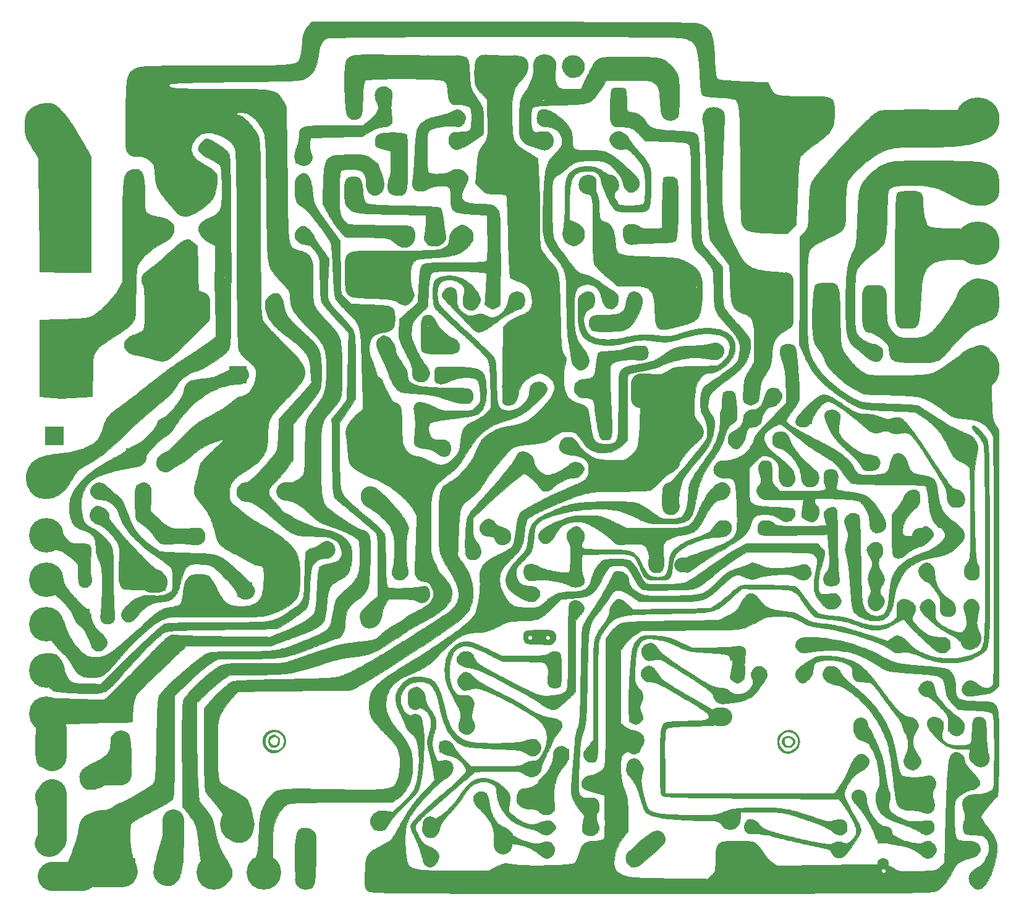
<source format=gbr>
G04 #@! TF.GenerationSoftware,KiCad,Pcbnew,5.1.7*
G04 #@! TF.CreationDate,2020-11-28T14:23:16-05:00*
G04 #@! TF.ProjectId,CR-2020 relay board LC-67183-1,43522d32-3032-4302-9072-656c61792062,1*
G04 #@! TF.SameCoordinates,Original*
G04 #@! TF.FileFunction,Copper,L2,Bot*
G04 #@! TF.FilePolarity,Positive*
%FSLAX46Y46*%
G04 Gerber Fmt 4.6, Leading zero omitted, Abs format (unit mm)*
G04 Created by KiCad (PCBNEW 5.1.7) date 2020-11-28 14:23:16*
%MOMM*%
%LPD*%
G01*
G04 APERTURE LIST*
G04 #@! TA.AperFunction,EtchedComponent*
%ADD10C,0.010000*%
G04 #@! TD*
G04 #@! TA.AperFunction,ComponentPad*
%ADD11C,1.600000*%
G04 #@! TD*
G04 #@! TA.AperFunction,ComponentPad*
%ADD12R,1.600000X1.600000*%
G04 #@! TD*
G04 #@! TA.AperFunction,ComponentPad*
%ADD13O,1.600000X1.600000*%
G04 #@! TD*
G04 #@! TA.AperFunction,ComponentPad*
%ADD14O,2.400000X2.400000*%
G04 #@! TD*
G04 #@! TA.AperFunction,ComponentPad*
%ADD15C,2.400000*%
G04 #@! TD*
G04 #@! TA.AperFunction,ComponentPad*
%ADD16C,2.500000*%
G04 #@! TD*
G04 #@! TA.AperFunction,ComponentPad*
%ADD17C,4.750000*%
G04 #@! TD*
G04 #@! TA.AperFunction,ComponentPad*
%ADD18C,6.000000*%
G04 #@! TD*
G04 #@! TA.AperFunction,ComponentPad*
%ADD19C,2.340000*%
G04 #@! TD*
G04 #@! TA.AperFunction,ComponentPad*
%ADD20R,2.600000X2.600000*%
G04 #@! TD*
G04 #@! TA.AperFunction,ComponentPad*
%ADD21C,2.600000*%
G04 #@! TD*
G04 #@! TA.AperFunction,ComponentPad*
%ADD22C,3.000000*%
G04 #@! TD*
G04 #@! TA.AperFunction,ComponentPad*
%ADD23R,2.500000X4.000000*%
G04 #@! TD*
G04 #@! TA.AperFunction,ComponentPad*
%ADD24R,1.500000X1.500000*%
G04 #@! TD*
G04 #@! TA.AperFunction,ComponentPad*
%ADD25C,1.500000*%
G04 #@! TD*
G04 #@! TA.AperFunction,ComponentPad*
%ADD26C,2.000000*%
G04 #@! TD*
G04 #@! TA.AperFunction,ComponentPad*
%ADD27R,2.000000X2.000000*%
G04 #@! TD*
G04 #@! TA.AperFunction,ComponentPad*
%ADD28R,2.400000X2.400000*%
G04 #@! TD*
G04 #@! TA.AperFunction,ComponentPad*
%ADD29O,2.200000X2.200000*%
G04 #@! TD*
G04 #@! TA.AperFunction,ComponentPad*
%ADD30R,2.200000X2.200000*%
G04 #@! TD*
G04 #@! TA.AperFunction,ComponentPad*
%ADD31O,1.905000X2.000000*%
G04 #@! TD*
G04 #@! TA.AperFunction,ComponentPad*
%ADD32R,1.905000X2.000000*%
G04 #@! TD*
G04 #@! TA.AperFunction,ComponentPad*
%ADD33C,0.100000*%
G04 #@! TD*
G04 #@! TA.AperFunction,ViaPad*
%ADD34C,0.889000*%
G04 #@! TD*
G04 #@! TA.AperFunction,Conductor*
%ADD35C,2.000000*%
G04 #@! TD*
G04 #@! TA.AperFunction,Conductor*
%ADD36C,1.000000*%
G04 #@! TD*
G04 #@! TA.AperFunction,Conductor*
%ADD37C,2.500000*%
G04 #@! TD*
G04 #@! TA.AperFunction,Conductor*
%ADD38C,1.500000*%
G04 #@! TD*
G04 #@! TA.AperFunction,Conductor*
%ADD39C,4.000000*%
G04 #@! TD*
G04 #@! TA.AperFunction,Conductor*
%ADD40C,3.000000*%
G04 #@! TD*
G04 APERTURE END LIST*
D10*
G36*
X196367326Y-87699300D02*
G01*
X196424359Y-87714588D01*
X196453013Y-87724199D01*
X196554424Y-87767643D01*
X196664708Y-87829930D01*
X196782739Y-87910066D01*
X196907388Y-88007061D01*
X197037530Y-88119920D01*
X197172036Y-88247653D01*
X197309782Y-88389267D01*
X197449639Y-88543769D01*
X197590480Y-88710168D01*
X197634689Y-88764665D01*
X197709896Y-88859935D01*
X197785556Y-88958803D01*
X197859778Y-89058588D01*
X197930670Y-89156606D01*
X197996341Y-89250173D01*
X198054899Y-89336606D01*
X198104453Y-89413223D01*
X198143112Y-89477340D01*
X198163177Y-89514337D01*
X198186835Y-89564886D01*
X198209209Y-89620582D01*
X198230345Y-89682110D01*
X198250289Y-89750155D01*
X198269087Y-89825403D01*
X198286785Y-89908538D01*
X198303428Y-90000246D01*
X198319062Y-90101213D01*
X198333734Y-90212122D01*
X198347488Y-90333660D01*
X198360372Y-90466512D01*
X198372430Y-90611363D01*
X198383709Y-90768897D01*
X198394255Y-90939801D01*
X198404112Y-91124759D01*
X198413328Y-91324457D01*
X198421948Y-91539580D01*
X198430018Y-91770812D01*
X198437584Y-92018840D01*
X198444691Y-92284348D01*
X198451385Y-92568022D01*
X198457713Y-92870547D01*
X198463720Y-93192607D01*
X198469452Y-93534889D01*
X198474954Y-93898077D01*
X198479778Y-94245601D01*
X198482268Y-94441451D01*
X198484796Y-94658775D01*
X198487360Y-94896834D01*
X198489954Y-95154889D01*
X198492576Y-95432201D01*
X198495221Y-95728033D01*
X198497884Y-96041645D01*
X198500562Y-96372298D01*
X198503250Y-96719254D01*
X198505945Y-97081773D01*
X198508642Y-97459119D01*
X198511337Y-97850550D01*
X198514026Y-98255330D01*
X198516705Y-98672719D01*
X198519369Y-99101978D01*
X198522016Y-99542368D01*
X198524640Y-99993152D01*
X198527237Y-100453590D01*
X198529803Y-100922944D01*
X198532335Y-101400474D01*
X198534828Y-101885442D01*
X198537278Y-102377110D01*
X198539680Y-102874739D01*
X198542031Y-103377589D01*
X198544327Y-103884923D01*
X198546563Y-104396001D01*
X198548735Y-104910085D01*
X198550840Y-105426436D01*
X198552873Y-105944315D01*
X198554830Y-106462984D01*
X198556706Y-106981704D01*
X198558498Y-107499737D01*
X198560202Y-108016342D01*
X198561814Y-108530783D01*
X198563328Y-109042319D01*
X198564364Y-109411189D01*
X198565587Y-109924454D01*
X198566366Y-110416055D01*
X198566683Y-110886538D01*
X198566518Y-111336448D01*
X198565852Y-111766328D01*
X198564667Y-112176725D01*
X198562942Y-112568184D01*
X198560660Y-112941248D01*
X198557802Y-113296464D01*
X198554347Y-113634377D01*
X198550277Y-113955530D01*
X198545574Y-114260470D01*
X198540218Y-114549740D01*
X198534189Y-114823887D01*
X198527470Y-115083455D01*
X198520040Y-115328988D01*
X198511882Y-115561033D01*
X198502975Y-115780134D01*
X198493301Y-115986835D01*
X198482841Y-116181683D01*
X198471576Y-116365221D01*
X198459487Y-116537995D01*
X198446554Y-116700550D01*
X198432759Y-116853430D01*
X198418082Y-116997181D01*
X198402505Y-117132348D01*
X198386009Y-117259476D01*
X198368574Y-117379109D01*
X198350182Y-117491792D01*
X198330813Y-117598071D01*
X198310448Y-117698490D01*
X198289069Y-117793595D01*
X198268700Y-117876044D01*
X198216232Y-118055890D01*
X198155992Y-118216763D01*
X198086550Y-118360979D01*
X198006475Y-118490853D01*
X197914336Y-118608702D01*
X197808702Y-118716842D01*
X197688142Y-118817587D01*
X197685807Y-118819362D01*
X197643323Y-118850474D01*
X197585441Y-118891233D01*
X197515527Y-118939400D01*
X197436947Y-118992736D01*
X197353069Y-119049002D01*
X197267259Y-119105960D01*
X197182883Y-119161370D01*
X197103309Y-119212994D01*
X197031901Y-119258592D01*
X196972028Y-119295927D01*
X196941688Y-119314230D01*
X196641703Y-119479695D01*
X196328960Y-119628677D01*
X196003070Y-119761288D01*
X195663640Y-119877642D01*
X195310281Y-119977851D01*
X194942603Y-120062028D01*
X194560213Y-120130286D01*
X194162722Y-120182738D01*
X193826384Y-120213946D01*
X193743275Y-120218902D01*
X193641846Y-120222724D01*
X193525960Y-120225432D01*
X193399477Y-120227043D01*
X193266261Y-120227574D01*
X193130175Y-120227044D01*
X192995079Y-120225469D01*
X192864838Y-120222869D01*
X192743313Y-120219260D01*
X192634366Y-120214661D01*
X192541861Y-120209089D01*
X192526952Y-120207961D01*
X192070076Y-120163121D01*
X191624329Y-120101065D01*
X191186011Y-120021113D01*
X190751420Y-119922583D01*
X190316855Y-119804796D01*
X190289043Y-119796612D01*
X190141565Y-119752191D01*
X190002157Y-119708356D01*
X189867311Y-119663828D01*
X189733524Y-119617326D01*
X189597291Y-119567569D01*
X189455106Y-119513278D01*
X189303464Y-119453171D01*
X189138861Y-119385969D01*
X188957791Y-119310391D01*
X188956292Y-119309760D01*
X188733577Y-119216951D01*
X188528801Y-119133912D01*
X188340135Y-119060282D01*
X188165751Y-118995702D01*
X188003819Y-118939813D01*
X187852509Y-118892255D01*
X187709994Y-118852667D01*
X187574444Y-118820691D01*
X187444030Y-118795967D01*
X187316922Y-118778135D01*
X187191292Y-118766835D01*
X187065311Y-118761708D01*
X186937149Y-118762394D01*
X186804977Y-118768534D01*
X186666966Y-118779767D01*
X186521288Y-118795734D01*
X186412960Y-118809645D01*
X186322012Y-118821264D01*
X186243692Y-118829530D01*
X186170256Y-118834946D01*
X186093962Y-118838019D01*
X186007067Y-118839253D01*
X185957604Y-118839339D01*
X185876252Y-118839002D01*
X185813013Y-118837989D01*
X185763792Y-118835986D01*
X185724492Y-118832680D01*
X185691018Y-118827756D01*
X185659272Y-118820903D01*
X185635523Y-118814689D01*
X185540569Y-118783492D01*
X185443564Y-118740985D01*
X185342169Y-118685803D01*
X185234044Y-118616581D01*
X185116849Y-118531956D01*
X185017358Y-118454154D01*
X184961169Y-118409847D01*
X184900777Y-118363712D01*
X184843001Y-118320874D01*
X184794661Y-118286459D01*
X184789680Y-118283045D01*
X184633342Y-118182082D01*
X184456238Y-118077928D01*
X184259525Y-117970983D01*
X184044358Y-117861645D01*
X183846167Y-117766729D01*
X185768356Y-117766729D01*
X185772614Y-117830633D01*
X185788306Y-117886325D01*
X185793176Y-117896366D01*
X185839839Y-117962883D01*
X185898871Y-118014320D01*
X185966759Y-118049390D01*
X186039991Y-118066806D01*
X186115059Y-118065281D01*
X186188448Y-118043530D01*
X186191258Y-118042240D01*
X186248912Y-118005402D01*
X186299677Y-117954234D01*
X186339888Y-117894108D01*
X186365880Y-117830397D01*
X186374088Y-117774197D01*
X186363899Y-117709791D01*
X186335708Y-117645136D01*
X186293078Y-117585303D01*
X186239573Y-117535365D01*
X186182939Y-117502145D01*
X186122136Y-117485453D01*
X186053420Y-117481489D01*
X185986177Y-117490092D01*
X185938952Y-117506300D01*
X185884767Y-117541819D01*
X185834281Y-117591470D01*
X185795267Y-117647549D01*
X185794023Y-117649877D01*
X185775503Y-117703512D01*
X185768356Y-117766729D01*
X183846167Y-117766729D01*
X183811893Y-117750315D01*
X183563284Y-117637392D01*
X183299688Y-117523275D01*
X183022260Y-117408365D01*
X182732155Y-117293060D01*
X182430528Y-117177761D01*
X182118536Y-117062867D01*
X181797333Y-116948777D01*
X181468076Y-116835892D01*
X181131919Y-116724610D01*
X180790018Y-116615331D01*
X180443528Y-116508455D01*
X180093606Y-116404381D01*
X179741405Y-116303509D01*
X179388083Y-116206238D01*
X179034793Y-116112968D01*
X178682693Y-116024099D01*
X178332936Y-115940030D01*
X177986680Y-115861161D01*
X177645078Y-115787891D01*
X177472427Y-115752688D01*
X177250719Y-115709065D01*
X177046040Y-115670491D01*
X176853967Y-115636260D01*
X176670076Y-115605669D01*
X176489941Y-115578011D01*
X176309139Y-115552582D01*
X176123244Y-115528677D01*
X175927834Y-115505591D01*
X175906445Y-115503170D01*
X175564181Y-115462009D01*
X175241353Y-115417911D01*
X174938329Y-115370947D01*
X174655480Y-115321187D01*
X174393175Y-115268701D01*
X174151783Y-115213559D01*
X173931672Y-115155831D01*
X173733213Y-115095587D01*
X173703892Y-115085853D01*
X173651543Y-115068108D01*
X173605517Y-115051947D01*
X173563319Y-115036160D01*
X173522456Y-115019541D01*
X173480435Y-115000880D01*
X173434763Y-114978968D01*
X173382946Y-114952597D01*
X173322490Y-114920558D01*
X173250903Y-114881643D01*
X173165690Y-114834644D01*
X173064359Y-114778351D01*
X173029926Y-114759182D01*
X172820467Y-114643209D01*
X172628203Y-114538358D01*
X172451458Y-114444037D01*
X172288555Y-114359650D01*
X172137821Y-114284602D01*
X171997577Y-114218300D01*
X171866150Y-114160148D01*
X171741863Y-114109553D01*
X171623040Y-114065920D01*
X171508006Y-114028653D01*
X171395085Y-113997160D01*
X171282601Y-113970844D01*
X171168878Y-113949113D01*
X171052241Y-113931371D01*
X170931014Y-113917023D01*
X170803521Y-113905475D01*
X170668086Y-113896134D01*
X170583948Y-113891425D01*
X170527046Y-113889186D01*
X170451553Y-113887337D01*
X170359750Y-113885863D01*
X170253918Y-113884753D01*
X170136337Y-113883994D01*
X170009289Y-113883573D01*
X169875054Y-113883478D01*
X169735912Y-113883696D01*
X169594145Y-113884213D01*
X169452033Y-113885018D01*
X169311857Y-113886098D01*
X169175897Y-113887441D01*
X169046435Y-113889032D01*
X168925751Y-113890861D01*
X168816125Y-113892913D01*
X168719839Y-113895178D01*
X168639174Y-113897640D01*
X168576409Y-113900290D01*
X168537447Y-113902794D01*
X168358251Y-113920072D01*
X168197787Y-113940584D01*
X168052680Y-113965408D01*
X167919555Y-113995625D01*
X167795035Y-114032313D01*
X167675746Y-114076553D01*
X167558312Y-114129422D01*
X167439358Y-114192002D01*
X167315507Y-114265371D01*
X167226909Y-114321885D01*
X167142807Y-114376119D01*
X167062379Y-114426318D01*
X166982292Y-114474352D01*
X166899212Y-114522090D01*
X166809807Y-114571402D01*
X166710744Y-114624157D01*
X166598688Y-114682226D01*
X166470309Y-114747478D01*
X166449471Y-114757984D01*
X166158032Y-114901467D01*
X165878133Y-115032534D01*
X165610776Y-115150758D01*
X165356965Y-115255713D01*
X165117704Y-115346970D01*
X164893995Y-115424102D01*
X164858859Y-115435375D01*
X164753800Y-115467333D01*
X164647394Y-115496786D01*
X164538374Y-115523859D01*
X164425473Y-115548674D01*
X164307424Y-115571355D01*
X164182961Y-115592027D01*
X164050818Y-115610812D01*
X163909726Y-115627834D01*
X163758421Y-115643217D01*
X163595634Y-115657084D01*
X163420100Y-115669560D01*
X163230552Y-115680767D01*
X163025723Y-115690829D01*
X162804347Y-115699870D01*
X162565156Y-115708014D01*
X162306885Y-115715383D01*
X162028267Y-115722102D01*
X161890354Y-115725062D01*
X161799864Y-115726723D01*
X161687783Y-115728411D01*
X161554735Y-115730123D01*
X161401342Y-115731855D01*
X161228226Y-115733605D01*
X161036009Y-115735367D01*
X160825315Y-115737140D01*
X160596765Y-115738919D01*
X160350982Y-115740701D01*
X160088588Y-115742483D01*
X159810206Y-115744261D01*
X159516458Y-115746031D01*
X159207967Y-115747791D01*
X158885355Y-115749536D01*
X158549244Y-115751264D01*
X158200257Y-115752970D01*
X157839016Y-115754652D01*
X157466144Y-115756305D01*
X157082263Y-115757927D01*
X156687996Y-115759514D01*
X156283964Y-115761062D01*
X155870791Y-115762568D01*
X155449099Y-115764029D01*
X155019510Y-115765441D01*
X154582647Y-115766801D01*
X154175252Y-115768001D01*
X151069245Y-115776907D01*
X150643464Y-116008519D01*
X150516660Y-116077604D01*
X150407422Y-116137403D01*
X150313728Y-116189098D01*
X150233551Y-116233873D01*
X150164869Y-116272910D01*
X150105658Y-116307391D01*
X150053893Y-116338499D01*
X150007550Y-116367417D01*
X149964604Y-116395328D01*
X149923033Y-116423414D01*
X149880811Y-116452858D01*
X149870548Y-116460122D01*
X149725715Y-116567231D01*
X149575461Y-116686439D01*
X149423239Y-116814579D01*
X149272502Y-116948485D01*
X149126703Y-117084991D01*
X148989295Y-117220932D01*
X148863732Y-117353140D01*
X148753467Y-117478451D01*
X148733074Y-117502990D01*
X148707228Y-117535889D01*
X148670536Y-117584696D01*
X148624730Y-117647010D01*
X148571538Y-117720429D01*
X148512693Y-117802553D01*
X148449924Y-117890979D01*
X148384963Y-117983307D01*
X148325525Y-118068513D01*
X148013094Y-118518316D01*
X148014376Y-128502838D01*
X148310826Y-128748462D01*
X148416828Y-128835588D01*
X148509176Y-128909747D01*
X148590673Y-128972890D01*
X148664123Y-129026966D01*
X148732330Y-129073926D01*
X148798099Y-129115719D01*
X148864232Y-129154296D01*
X148933535Y-129191607D01*
X148987272Y-129218934D01*
X149206205Y-129320179D01*
X149424343Y-129404505D01*
X149648194Y-129474135D01*
X149884265Y-129531289D01*
X149928920Y-129540497D01*
X150003653Y-129556302D01*
X150079258Y-129573664D01*
X150149780Y-129591120D01*
X150209265Y-129607206D01*
X150245448Y-129618286D01*
X150410614Y-129684216D01*
X150563052Y-129766525D01*
X150701624Y-129864082D01*
X150825198Y-129975753D01*
X150932637Y-130100406D01*
X151022807Y-130236909D01*
X151094573Y-130384130D01*
X151137904Y-130508629D01*
X151164355Y-130613827D01*
X151180638Y-130715151D01*
X151187686Y-130820873D01*
X151186429Y-130939268D01*
X151186424Y-130939397D01*
X151168834Y-131109752D01*
X151130604Y-131273748D01*
X151072758Y-131429934D01*
X150996320Y-131576857D01*
X150902312Y-131713069D01*
X150791759Y-131837117D01*
X150665684Y-131947552D01*
X150525110Y-132042921D01*
X150371061Y-132121775D01*
X150344249Y-132133169D01*
X150246971Y-132170189D01*
X150150790Y-132199780D01*
X150051089Y-132222838D01*
X149943255Y-132240264D01*
X149822672Y-132252956D01*
X149684725Y-132261813D01*
X149683434Y-132261876D01*
X149529235Y-132272816D01*
X149389417Y-132290578D01*
X149256846Y-132316462D01*
X149124389Y-132351767D01*
X149037259Y-132379610D01*
X148902323Y-132428369D01*
X148784343Y-132478367D01*
X148678104Y-132532251D01*
X148578395Y-132592668D01*
X148480002Y-132662265D01*
X148478907Y-132663091D01*
X148390995Y-132734008D01*
X148315469Y-132805597D01*
X148251331Y-132880197D01*
X148197584Y-132960148D01*
X148153228Y-133047790D01*
X148117266Y-133145464D01*
X148088700Y-133255509D01*
X148066531Y-133380265D01*
X148049761Y-133522073D01*
X148037392Y-133683272D01*
X148036358Y-133700564D01*
X148029132Y-133847611D01*
X148023594Y-134010061D01*
X148019715Y-134184416D01*
X148017468Y-134367182D01*
X148016824Y-134554861D01*
X148017757Y-134743958D01*
X148020236Y-134930975D01*
X148024236Y-135112418D01*
X148029726Y-135284788D01*
X148036680Y-135444591D01*
X148045070Y-135588330D01*
X148052248Y-135683030D01*
X148074314Y-135905201D01*
X148102171Y-136117404D01*
X148136698Y-136323231D01*
X148178775Y-136526276D01*
X148229280Y-136730130D01*
X148289092Y-136938386D01*
X148359091Y-137154636D01*
X148440156Y-137382473D01*
X148518349Y-137587752D01*
X148594508Y-137787269D01*
X148660603Y-137971198D01*
X148717641Y-138143205D01*
X148766629Y-138306959D01*
X148808573Y-138466129D01*
X148844480Y-138624382D01*
X148875358Y-138785387D01*
X148902211Y-138952811D01*
X148911991Y-139021950D01*
X148922824Y-139104217D01*
X148932856Y-139187073D01*
X148942130Y-139271656D01*
X148950687Y-139359102D01*
X148958569Y-139450550D01*
X148965817Y-139547137D01*
X148972473Y-139650000D01*
X148978579Y-139760278D01*
X148984177Y-139879107D01*
X148989309Y-140007625D01*
X148994016Y-140146969D01*
X148998340Y-140298278D01*
X149002322Y-140462688D01*
X149006005Y-140641337D01*
X149009430Y-140835363D01*
X149012640Y-141045902D01*
X149015674Y-141274094D01*
X149018577Y-141521074D01*
X149021388Y-141787981D01*
X149024151Y-142075953D01*
X149024177Y-142078806D01*
X149025970Y-142276965D01*
X149027498Y-142454067D01*
X149028758Y-142611263D01*
X149029747Y-142749708D01*
X149030461Y-142870552D01*
X149030896Y-142974951D01*
X149031050Y-143064056D01*
X149030919Y-143139020D01*
X149030499Y-143200997D01*
X149029787Y-143251139D01*
X149028779Y-143290600D01*
X149027471Y-143320531D01*
X149025862Y-143342087D01*
X149023946Y-143356420D01*
X149021721Y-143364682D01*
X149020301Y-143367131D01*
X149000117Y-143391092D01*
X148967965Y-143429895D01*
X148925648Y-143481320D01*
X148874974Y-143543145D01*
X148817747Y-143613150D01*
X148755772Y-143689114D01*
X148690857Y-143768815D01*
X148624805Y-143850034D01*
X148559423Y-143930548D01*
X148496517Y-144008138D01*
X148437891Y-144080582D01*
X148385352Y-144145660D01*
X148340705Y-144201151D01*
X148305755Y-144244833D01*
X148282309Y-144274486D01*
X148276303Y-144282253D01*
X148129574Y-144486510D01*
X147990372Y-144703714D01*
X147859232Y-144932023D01*
X147736686Y-145169597D01*
X147623270Y-145414595D01*
X147519517Y-145665176D01*
X147425960Y-145919499D01*
X147343134Y-146175724D01*
X147271573Y-146432008D01*
X147211810Y-146686512D01*
X147164380Y-146937394D01*
X147129816Y-147182814D01*
X147108653Y-147420930D01*
X147101424Y-147649902D01*
X147108663Y-147867888D01*
X147130904Y-148073049D01*
X147148168Y-148172011D01*
X147170722Y-148268895D01*
X147199903Y-148369432D01*
X147233301Y-148466370D01*
X147268507Y-148552454D01*
X147287915Y-148592830D01*
X147335196Y-148667120D01*
X147402237Y-148746211D01*
X147487430Y-148828841D01*
X147589165Y-148913750D01*
X147705835Y-148999677D01*
X147835831Y-149085360D01*
X147977542Y-149169539D01*
X148124154Y-149248296D01*
X148279137Y-149323845D01*
X148429175Y-149388988D01*
X148578254Y-149444888D01*
X148730362Y-149492706D01*
X148889482Y-149533603D01*
X149059602Y-149568742D01*
X149244708Y-149599284D01*
X149401373Y-149620578D01*
X149498490Y-149632253D01*
X149599518Y-149643368D01*
X149705230Y-149653950D01*
X149816402Y-149664026D01*
X149933808Y-149673624D01*
X150058225Y-149682771D01*
X150190426Y-149691494D01*
X150331187Y-149699822D01*
X150481283Y-149707780D01*
X150641488Y-149715397D01*
X150812578Y-149722700D01*
X150995328Y-149729716D01*
X151190513Y-149736473D01*
X151398907Y-149742998D01*
X151621286Y-149749318D01*
X151858425Y-149755461D01*
X152111098Y-149761454D01*
X152380081Y-149767324D01*
X152666149Y-149773099D01*
X152970076Y-149778806D01*
X153292637Y-149784473D01*
X153634609Y-149790127D01*
X153996765Y-149795794D01*
X154379880Y-149801504D01*
X154626865Y-149805056D01*
X154943277Y-149809573D01*
X155278509Y-149814399D01*
X155629171Y-149819485D01*
X155991876Y-149824780D01*
X156363233Y-149830234D01*
X156739852Y-149835798D01*
X157118346Y-149841421D01*
X157495324Y-149847053D01*
X157867397Y-149852644D01*
X158231175Y-149858144D01*
X158583270Y-149863502D01*
X158708413Y-149865416D01*
X158839427Y-149867404D01*
X158969956Y-149869350D01*
X159097261Y-149871215D01*
X159218599Y-149872961D01*
X159331232Y-149874549D01*
X159432418Y-149875940D01*
X159519417Y-149877096D01*
X159589489Y-149877978D01*
X159636965Y-149878517D01*
X159860271Y-149880818D01*
X160243610Y-149545792D01*
X160353667Y-149449362D01*
X160448251Y-149365794D01*
X160528806Y-149293557D01*
X160596780Y-149231123D01*
X160653617Y-149176962D01*
X160700765Y-149129544D01*
X160739669Y-149087339D01*
X160771775Y-149048819D01*
X160798530Y-149012453D01*
X160821379Y-148976713D01*
X160841768Y-148940068D01*
X160861144Y-148900989D01*
X160868895Y-148884419D01*
X160889650Y-148837026D01*
X160908261Y-148788554D01*
X160922279Y-148745495D01*
X183732599Y-148745495D01*
X183739605Y-148810524D01*
X183752328Y-148850993D01*
X183789017Y-148912723D01*
X183840636Y-148967943D01*
X183900578Y-149010137D01*
X183925877Y-149022100D01*
X183990985Y-149038166D01*
X184062087Y-149039023D01*
X184129987Y-149025048D01*
X184160011Y-149012540D01*
X184231336Y-148965503D01*
X184284261Y-148907103D01*
X184317992Y-148838572D01*
X184331736Y-148761141D01*
X184332024Y-148745845D01*
X184326178Y-148680724D01*
X184307254Y-148625690D01*
X184272130Y-148573062D01*
X184252736Y-148550847D01*
X184190651Y-148498130D01*
X184121912Y-148464879D01*
X184049667Y-148450627D01*
X183977065Y-148454909D01*
X183907253Y-148477257D01*
X183843379Y-148517207D01*
X183788593Y-148574290D01*
X183757312Y-148624239D01*
X183738569Y-148680324D01*
X183732599Y-148745495D01*
X160922279Y-148745495D01*
X160924865Y-148737552D01*
X160939597Y-148682567D01*
X160952592Y-148622146D01*
X160963987Y-148554837D01*
X160973917Y-148479187D01*
X160982517Y-148393744D01*
X160989925Y-148297054D01*
X160996275Y-148187666D01*
X161001704Y-148064126D01*
X161006346Y-147924983D01*
X161010338Y-147768783D01*
X161013816Y-147594073D01*
X161016914Y-147399402D01*
X161018504Y-147283511D01*
X161020941Y-147106082D01*
X161023380Y-146948869D01*
X161025899Y-146809875D01*
X161027414Y-146740424D01*
X162773410Y-146740424D01*
X162783236Y-146819079D01*
X162811076Y-146888646D01*
X162853995Y-146947377D01*
X162909061Y-146993521D01*
X162973340Y-147025330D01*
X163043899Y-147041055D01*
X163117804Y-147038945D01*
X163192121Y-147017251D01*
X163217106Y-147005025D01*
X163283907Y-146957248D01*
X163332871Y-146897143D01*
X163362909Y-146826511D01*
X163372931Y-146747991D01*
X163362367Y-146671814D01*
X163332865Y-146602631D01*
X163287306Y-146543282D01*
X163228572Y-146496609D01*
X163159544Y-146465453D01*
X163083105Y-146452654D01*
X163073170Y-146452487D01*
X162998005Y-146462596D01*
X162928813Y-146490936D01*
X162868696Y-146534531D01*
X162820754Y-146590402D01*
X162788086Y-146655572D01*
X162773792Y-146727063D01*
X162773410Y-146740424D01*
X161027414Y-146740424D01*
X161028578Y-146687104D01*
X161031496Y-146578559D01*
X161034733Y-146482243D01*
X161038368Y-146396161D01*
X161042480Y-146318315D01*
X161047149Y-146246708D01*
X161052455Y-146179346D01*
X161058475Y-146114229D01*
X161065291Y-146049364D01*
X161068796Y-146018353D01*
X161078445Y-145949129D01*
X165619451Y-145949129D01*
X165630468Y-146021765D01*
X165662054Y-146091438D01*
X165709165Y-146150381D01*
X165775572Y-146203305D01*
X165847136Y-146234724D01*
X165923246Y-146244491D01*
X166003294Y-146232457D01*
X166022584Y-146226459D01*
X166082427Y-146195794D01*
X166137501Y-146148888D01*
X166182138Y-146091693D01*
X166210672Y-146030163D01*
X166211231Y-146028276D01*
X166224037Y-145954963D01*
X166217057Y-145886100D01*
X166189666Y-145816212D01*
X166186315Y-145809935D01*
X166139906Y-145745918D01*
X166081407Y-145698183D01*
X166014369Y-145667240D01*
X165942342Y-145653597D01*
X165868876Y-145657763D01*
X165797521Y-145680248D01*
X165731828Y-145721561D01*
X165709778Y-145741610D01*
X165659110Y-145806236D01*
X165629000Y-145876348D01*
X165619451Y-145949129D01*
X161078445Y-145949129D01*
X161094722Y-145832362D01*
X161128211Y-145663855D01*
X161170277Y-145511976D01*
X161221930Y-145375870D01*
X161284181Y-145254681D01*
X161358043Y-145147555D01*
X161444526Y-145053635D01*
X161544642Y-144972066D01*
X161659403Y-144901993D01*
X161789819Y-144842561D01*
X161936902Y-144792913D01*
X162101664Y-144752194D01*
X162285115Y-144719549D01*
X162488268Y-144694123D01*
X162651762Y-144679460D01*
X162702568Y-144676083D01*
X162771098Y-144672318D01*
X162852873Y-144668367D01*
X162943412Y-144664435D01*
X163038235Y-144660725D01*
X163132861Y-144657440D01*
X163145991Y-144657020D01*
X163368568Y-144651313D01*
X163595394Y-144648011D01*
X163824676Y-144647029D01*
X164054624Y-144648281D01*
X164283446Y-144651684D01*
X164509352Y-144657152D01*
X164730551Y-144664601D01*
X164945252Y-144673945D01*
X165151664Y-144685099D01*
X165347996Y-144697979D01*
X165532458Y-144712499D01*
X165703257Y-144728576D01*
X165858604Y-144746123D01*
X165996707Y-144765056D01*
X166115776Y-144785290D01*
X166192231Y-144801438D01*
X166261730Y-144821937D01*
X166330385Y-144851299D01*
X166400408Y-144891088D01*
X166474012Y-144942867D01*
X166553408Y-145008202D01*
X166640810Y-145088654D01*
X166738430Y-145185790D01*
X166743939Y-145191441D01*
X166829773Y-145281567D01*
X166910453Y-145370680D01*
X166988147Y-145461578D01*
X167065023Y-145557057D01*
X167143248Y-145659915D01*
X167224992Y-145772950D01*
X167312422Y-145898960D01*
X167407706Y-146040741D01*
X167440005Y-146089589D01*
X167541066Y-146241062D01*
X167634375Y-146376734D01*
X167722685Y-146500375D01*
X167808751Y-146615755D01*
X167895329Y-146726642D01*
X167985171Y-146836806D01*
X167992184Y-146845223D01*
X168144317Y-147022679D01*
X168290777Y-147183652D01*
X168430682Y-147327238D01*
X168563150Y-147452537D01*
X168687296Y-147558644D01*
X168698487Y-147567583D01*
X168726298Y-147588330D01*
X168769982Y-147619233D01*
X168826754Y-147658398D01*
X168893827Y-147703928D01*
X168968416Y-147753931D01*
X169047732Y-147806512D01*
X169110357Y-147847618D01*
X169444484Y-148065941D01*
X170137686Y-148055116D01*
X170213603Y-148053945D01*
X170310421Y-148052474D01*
X170426831Y-148050722D01*
X170561523Y-148048710D01*
X170713190Y-148046456D01*
X170880520Y-148043979D01*
X171062207Y-148041298D01*
X171256939Y-148038434D01*
X171463408Y-148035404D01*
X171680306Y-148032228D01*
X171906322Y-148028926D01*
X172140148Y-148025516D01*
X172380474Y-148022018D01*
X172625992Y-148018451D01*
X172875391Y-148014834D01*
X173127364Y-148011186D01*
X173380601Y-148007527D01*
X173529707Y-148005376D01*
X173904066Y-147999939D01*
X174298947Y-147994131D01*
X174712666Y-147987978D01*
X175143537Y-147981506D01*
X175589872Y-147974741D01*
X176049988Y-147967711D01*
X176522197Y-147960441D01*
X177004815Y-147952959D01*
X177496155Y-147945289D01*
X177994531Y-147937460D01*
X178498257Y-147929498D01*
X179005649Y-147921428D01*
X179515019Y-147913278D01*
X180024682Y-147905073D01*
X180532952Y-147896841D01*
X181038143Y-147888607D01*
X181538570Y-147880398D01*
X182032547Y-147872241D01*
X182342519Y-147867094D01*
X182565350Y-147863389D01*
X182767115Y-147860053D01*
X182948960Y-147857081D01*
X183112029Y-147854468D01*
X183257465Y-147852210D01*
X183386413Y-147850302D01*
X183500017Y-147848740D01*
X183599422Y-147847517D01*
X183685771Y-147846631D01*
X183760210Y-147846076D01*
X183823882Y-147845847D01*
X183877932Y-147845940D01*
X183923503Y-147846350D01*
X183961741Y-147847072D01*
X183993789Y-147848102D01*
X184020791Y-147849435D01*
X184043893Y-147851067D01*
X184064238Y-147852992D01*
X184082970Y-147855206D01*
X184101234Y-147857704D01*
X184115680Y-147859815D01*
X184299909Y-147895481D01*
X184489446Y-147948891D01*
X184685194Y-148020425D01*
X184888056Y-148110461D01*
X185098935Y-148219375D01*
X185318735Y-148347547D01*
X185396738Y-148396265D01*
X185507366Y-148465668D01*
X185602824Y-148523638D01*
X185685963Y-148571723D01*
X185759636Y-148611475D01*
X185826696Y-148644444D01*
X185889994Y-148672179D01*
X185940945Y-148692051D01*
X186048116Y-148728318D01*
X186157206Y-148758030D01*
X186272808Y-148782090D01*
X186399517Y-148801401D01*
X186541927Y-148816867D01*
X186601767Y-148821975D01*
X186657295Y-148825290D01*
X186732367Y-148828060D01*
X186824320Y-148830287D01*
X186930490Y-148831969D01*
X187048216Y-148833105D01*
X187174835Y-148833695D01*
X187307684Y-148833738D01*
X187444101Y-148833234D01*
X187581423Y-148832181D01*
X187716987Y-148830579D01*
X187848131Y-148828427D01*
X187972192Y-148825726D01*
X188086508Y-148822473D01*
X188090004Y-148822359D01*
X188171925Y-148819750D01*
X188272297Y-148816681D01*
X188387366Y-148813260D01*
X188513380Y-148809595D01*
X188646585Y-148805794D01*
X188783226Y-148801964D01*
X188919551Y-148798213D01*
X189051805Y-148794650D01*
X189078461Y-148793942D01*
X189336011Y-148786802D01*
X189572490Y-148779493D01*
X189789040Y-148771853D01*
X189986800Y-148763724D01*
X190166913Y-148754943D01*
X190330521Y-148745351D01*
X190478763Y-148734788D01*
X190612782Y-148723093D01*
X190733719Y-148710105D01*
X190842715Y-148695665D01*
X190940911Y-148679611D01*
X191029449Y-148661785D01*
X191109470Y-148642024D01*
X191182116Y-148620169D01*
X191248527Y-148596059D01*
X191309845Y-148569534D01*
X191367211Y-148540434D01*
X191421766Y-148508598D01*
X191474653Y-148473865D01*
X191503997Y-148453067D01*
X191526866Y-148434693D01*
X191563872Y-148402747D01*
X191613080Y-148358989D01*
X191672556Y-148305182D01*
X191740366Y-148243087D01*
X191814575Y-148174464D01*
X191893248Y-148101075D01*
X191973450Y-148025629D01*
X192369531Y-147651446D01*
X192376053Y-147528563D01*
X192376937Y-147506190D01*
X192378357Y-147462644D01*
X192380284Y-147398955D01*
X192382692Y-147316154D01*
X192385552Y-147215272D01*
X192388837Y-147097342D01*
X192392519Y-146963394D01*
X192396569Y-146814460D01*
X192400962Y-146651571D01*
X192405668Y-146475758D01*
X192410660Y-146288052D01*
X192415910Y-146089484D01*
X192421391Y-145881087D01*
X192424556Y-145760143D01*
X195939756Y-145760143D01*
X195953156Y-145832786D01*
X195988188Y-145901543D01*
X196029235Y-145950469D01*
X196095642Y-146003393D01*
X196167206Y-146034812D01*
X196243316Y-146044578D01*
X196323364Y-146032544D01*
X196342654Y-146026546D01*
X196402497Y-145995882D01*
X196457571Y-145948975D01*
X196502208Y-145891781D01*
X196530742Y-145830250D01*
X196531301Y-145828364D01*
X196544107Y-145755050D01*
X196537127Y-145686187D01*
X196509736Y-145616300D01*
X196506385Y-145610023D01*
X196458689Y-145544308D01*
X196397407Y-145495385D01*
X196325043Y-145464735D01*
X196244102Y-145453835D01*
X196241994Y-145453829D01*
X196161298Y-145464160D01*
X196088860Y-145494059D01*
X196027483Y-145541878D01*
X195979970Y-145605973D01*
X195978628Y-145608426D01*
X195948182Y-145684920D01*
X195939756Y-145760143D01*
X192424556Y-145760143D01*
X192427075Y-145663891D01*
X192432934Y-145438928D01*
X192438940Y-145207228D01*
X192445065Y-144969823D01*
X192449540Y-144795710D01*
X192461358Y-144336683D01*
X192472712Y-143898968D01*
X192483632Y-143481669D01*
X192494146Y-143083893D01*
X192504282Y-142704743D01*
X192514069Y-142343326D01*
X192523534Y-141998745D01*
X192532708Y-141670106D01*
X192541617Y-141356513D01*
X192550292Y-141057073D01*
X192558759Y-140770888D01*
X192567047Y-140497066D01*
X192575186Y-140234710D01*
X192583203Y-139982926D01*
X192591127Y-139740818D01*
X192598986Y-139507491D01*
X192606809Y-139282051D01*
X192614625Y-139063602D01*
X192622461Y-138851250D01*
X192630346Y-138644098D01*
X192638309Y-138441253D01*
X192646379Y-138241819D01*
X192654582Y-138044902D01*
X192662949Y-137849605D01*
X192671508Y-137655034D01*
X192680286Y-137460295D01*
X192688482Y-137282330D01*
X192707656Y-136886010D01*
X192713720Y-136770588D01*
X195737234Y-136770588D01*
X195751060Y-136842743D01*
X195753922Y-136851466D01*
X195788071Y-136919437D01*
X195837788Y-136974851D01*
X195899342Y-137016154D01*
X195969004Y-137041790D01*
X196043044Y-137050203D01*
X196117732Y-137039839D01*
X196164250Y-137022585D01*
X196231437Y-136979739D01*
X196283309Y-136923962D01*
X196318607Y-136858661D01*
X196336069Y-136787245D01*
X196334435Y-136713124D01*
X196312444Y-136639705D01*
X196308748Y-136631858D01*
X196265132Y-136565059D01*
X196209895Y-136514751D01*
X196146306Y-136480947D01*
X196077639Y-136463658D01*
X196007165Y-136462896D01*
X195938155Y-136478674D01*
X195873880Y-136511002D01*
X195817613Y-136559894D01*
X195772624Y-136625360D01*
X195770315Y-136629897D01*
X195743523Y-136701389D01*
X195737234Y-136770588D01*
X192713720Y-136770588D01*
X192727340Y-136511388D01*
X192747607Y-136157956D01*
X192768526Y-135825205D01*
X192790171Y-135512625D01*
X192812610Y-135219706D01*
X192835917Y-134945940D01*
X192860161Y-134690818D01*
X192885414Y-134453830D01*
X192911747Y-134234466D01*
X192939232Y-134032218D01*
X192967939Y-133846577D01*
X192983521Y-133758515D01*
X193704459Y-133758515D01*
X193715213Y-133836638D01*
X193745445Y-133907012D01*
X193793036Y-133967080D01*
X193855867Y-134014280D01*
X193931818Y-134046055D01*
X193945604Y-134049672D01*
X194013286Y-134054993D01*
X194088262Y-134040646D01*
X194128775Y-134025755D01*
X194193919Y-133987061D01*
X194244398Y-133934738D01*
X194279520Y-133872423D01*
X194298594Y-133803752D01*
X194300929Y-133732362D01*
X194285835Y-133661890D01*
X194252620Y-133595972D01*
X194218287Y-133554554D01*
X194163739Y-133509001D01*
X194106476Y-133481369D01*
X194039817Y-133468946D01*
X194004084Y-133467592D01*
X193956253Y-133468781D01*
X193921118Y-133474134D01*
X193889257Y-133485800D01*
X193861662Y-133500086D01*
X193793911Y-133548801D01*
X193744554Y-133609075D01*
X193714451Y-133679497D01*
X193704459Y-133758515D01*
X192983521Y-133758515D01*
X192997940Y-133677033D01*
X193029305Y-133523076D01*
X193062106Y-133384198D01*
X193096414Y-133259890D01*
X193132301Y-133149642D01*
X193169836Y-133052944D01*
X193209093Y-132969288D01*
X193250140Y-132898165D01*
X193293051Y-132839064D01*
X193312324Y-132816970D01*
X193354600Y-132776745D01*
X193411467Y-132730336D01*
X193477646Y-132681497D01*
X193547860Y-132633979D01*
X193616833Y-132591534D01*
X193670847Y-132562092D01*
X193767519Y-132519155D01*
X193860454Y-132490537D01*
X193951871Y-132476617D01*
X194043985Y-132477774D01*
X194139014Y-132494388D01*
X194239174Y-132526836D01*
X194346683Y-132575498D01*
X194463757Y-132640754D01*
X194586032Y-132718578D01*
X194704102Y-132803470D01*
X194803234Y-132888769D01*
X194886498Y-132977889D01*
X194956961Y-133074249D01*
X195017694Y-133181263D01*
X195036145Y-133219543D01*
X195069968Y-133300623D01*
X195094821Y-133380884D01*
X195112518Y-133467623D01*
X195124872Y-133568138D01*
X195126101Y-133581699D01*
X195140251Y-133684698D01*
X195165225Y-133786787D01*
X195202357Y-133891524D01*
X195252981Y-134002468D01*
X195318430Y-134123176D01*
X195347607Y-134172580D01*
X195461923Y-134349146D01*
X195595827Y-134531652D01*
X195749710Y-134720592D01*
X195923963Y-134916465D01*
X195981338Y-134977783D01*
X196157229Y-135165136D01*
X196317119Y-135338586D01*
X196461639Y-135498957D01*
X196591417Y-135647072D01*
X196707083Y-135783755D01*
X196809267Y-135909829D01*
X196898597Y-136026117D01*
X196975703Y-136133442D01*
X197041215Y-136232629D01*
X197095761Y-136324500D01*
X197139971Y-136409879D01*
X197174476Y-136489589D01*
X197199903Y-136564453D01*
X197203257Y-136576354D01*
X197220726Y-136670559D01*
X197223677Y-136767238D01*
X197212358Y-136859519D01*
X197190405Y-136932576D01*
X197137594Y-137035321D01*
X197064998Y-137137040D01*
X196975023Y-137235724D01*
X196870074Y-137329368D01*
X196752558Y-137415965D01*
X196624880Y-137493507D01*
X196489446Y-137559988D01*
X196391928Y-137598650D01*
X196322848Y-137620549D01*
X196249615Y-137638993D01*
X196179523Y-137652441D01*
X196119866Y-137659351D01*
X196101721Y-137659943D01*
X196031859Y-137665909D01*
X195945913Y-137683155D01*
X195846320Y-137710699D01*
X195735518Y-137747563D01*
X195615945Y-137792766D01*
X195490040Y-137845329D01*
X195360241Y-137904272D01*
X195228985Y-137968614D01*
X195098712Y-138037376D01*
X194971859Y-138109577D01*
X194948892Y-138123275D01*
X194785383Y-138223547D01*
X194640844Y-138316677D01*
X194513691Y-138403950D01*
X194402343Y-138486653D01*
X194305218Y-138566071D01*
X194220734Y-138643491D01*
X194147307Y-138720198D01*
X194083358Y-138797479D01*
X194033291Y-138867543D01*
X193987437Y-138940738D01*
X193945349Y-139017471D01*
X193906943Y-139098695D01*
X193872136Y-139185367D01*
X193840848Y-139278443D01*
X193812994Y-139378879D01*
X193788493Y-139487629D01*
X193767262Y-139605651D01*
X193749219Y-139733900D01*
X193734281Y-139873331D01*
X193722366Y-140024901D01*
X193713391Y-140189565D01*
X193707275Y-140368279D01*
X193703933Y-140561999D01*
X193703285Y-140771680D01*
X193705247Y-140998278D01*
X193709737Y-141242749D01*
X193716673Y-141506049D01*
X193725972Y-141789134D01*
X193737551Y-142092959D01*
X193743209Y-142230166D01*
X193753781Y-142469978D01*
X193764507Y-142688843D01*
X193775547Y-142888027D01*
X193787061Y-143068796D01*
X193799210Y-143232415D01*
X193812155Y-143380151D01*
X193826056Y-143513268D01*
X193841075Y-143633034D01*
X193857370Y-143740713D01*
X193875103Y-143837572D01*
X193894435Y-143924876D01*
X193915526Y-144003890D01*
X193938537Y-144075882D01*
X193963628Y-144142116D01*
X193990959Y-144203858D01*
X193994513Y-144211265D01*
X194055887Y-144317176D01*
X194129507Y-144405393D01*
X194216736Y-144477007D01*
X194318935Y-144533109D01*
X194437468Y-144574789D01*
X194454132Y-144579201D01*
X194506237Y-144591690D01*
X194558962Y-144602382D01*
X194614679Y-144611464D01*
X194675761Y-144619122D01*
X194744581Y-144625543D01*
X194823509Y-144630912D01*
X194914920Y-144635416D01*
X195021184Y-144639242D01*
X195144675Y-144642575D01*
X195287764Y-144645602D01*
X195303516Y-144645900D01*
X195412346Y-144648167D01*
X195518441Y-144650803D01*
X195618865Y-144653705D01*
X195710682Y-144656770D01*
X195790957Y-144659896D01*
X195856755Y-144662979D01*
X195905140Y-144665918D01*
X195925466Y-144667660D01*
X196107664Y-144690829D01*
X196270603Y-144720304D01*
X196416544Y-144756887D01*
X196547748Y-144801379D01*
X196666477Y-144854583D01*
X196774992Y-144917301D01*
X196875552Y-144990335D01*
X196905593Y-145015305D01*
X196982715Y-145092071D01*
X197054519Y-145184046D01*
X197119281Y-145287300D01*
X197175278Y-145397904D01*
X197220786Y-145511928D01*
X197254081Y-145625442D01*
X197273440Y-145734518D01*
X197277138Y-145835225D01*
X197275432Y-145858446D01*
X197251298Y-145991140D01*
X197205779Y-146120218D01*
X197139500Y-146245046D01*
X197053087Y-146364992D01*
X196947166Y-146479422D01*
X196822364Y-146587703D01*
X196679305Y-146689202D01*
X196518616Y-146783287D01*
X196340922Y-146869323D01*
X196230888Y-146915063D01*
X196153062Y-146944752D01*
X196078237Y-146971259D01*
X196002174Y-146995834D01*
X195920630Y-147019730D01*
X195829366Y-147044197D01*
X195724141Y-147070487D01*
X195620044Y-147095322D01*
X195383778Y-147154576D01*
X195168049Y-147216936D01*
X194971284Y-147283387D01*
X194791910Y-147354912D01*
X194628352Y-147432496D01*
X194479039Y-147517121D01*
X194342395Y-147609772D01*
X194216848Y-147711434D01*
X194100825Y-147823089D01*
X193992751Y-147945721D01*
X193891053Y-148080315D01*
X193794159Y-148227855D01*
X193785054Y-148242731D01*
X193755261Y-148292352D01*
X193727837Y-148339707D01*
X193701169Y-148387937D01*
X193673642Y-148440186D01*
X193643645Y-148499596D01*
X193609561Y-148569310D01*
X193569779Y-148652470D01*
X193522683Y-148752221D01*
X193514504Y-148769627D01*
X193338573Y-149122395D01*
X193148432Y-149462177D01*
X192944946Y-149787715D01*
X192728975Y-150097753D01*
X192501385Y-150391035D01*
X192263036Y-150666302D01*
X192082797Y-150855097D01*
X191932439Y-151001188D01*
X191789774Y-151129465D01*
X191652353Y-151241875D01*
X191517727Y-151340365D01*
X191383448Y-151426882D01*
X191310818Y-151468975D01*
X191241576Y-151506152D01*
X191177895Y-151536568D01*
X191115850Y-151561274D01*
X191051519Y-151581318D01*
X190980979Y-151597750D01*
X190900308Y-151611618D01*
X190805583Y-151623971D01*
X190692882Y-151635859D01*
X190683315Y-151636788D01*
X190596748Y-151644653D01*
X190501794Y-151652308D01*
X190398150Y-151659755D01*
X190285517Y-151666998D01*
X190163593Y-151674040D01*
X190032078Y-151680885D01*
X189890670Y-151687536D01*
X189739071Y-151693995D01*
X189576977Y-151700266D01*
X189404090Y-151706354D01*
X189220107Y-151712259D01*
X189024729Y-151717987D01*
X188817654Y-151723540D01*
X188598583Y-151728922D01*
X188367213Y-151734135D01*
X188123245Y-151739183D01*
X187866377Y-151744070D01*
X187596309Y-151748798D01*
X187312740Y-151753371D01*
X187015370Y-151757792D01*
X186703897Y-151762064D01*
X186378021Y-151766191D01*
X186037441Y-151770176D01*
X185681857Y-151774021D01*
X185310967Y-151777732D01*
X184924471Y-151781309D01*
X184522069Y-151784758D01*
X184103459Y-151788080D01*
X183668340Y-151791280D01*
X183216413Y-151794361D01*
X182747375Y-151797325D01*
X182260928Y-151800177D01*
X181756769Y-151802918D01*
X181234598Y-151805554D01*
X180694114Y-151808086D01*
X180135017Y-151810519D01*
X179557005Y-151812855D01*
X178959779Y-151815098D01*
X178343037Y-151817250D01*
X177706478Y-151819316D01*
X177049802Y-151821298D01*
X176372709Y-151823200D01*
X175674896Y-151825025D01*
X174956064Y-151826776D01*
X174215913Y-151828457D01*
X173454140Y-151830070D01*
X172696738Y-151831569D01*
X172532347Y-151831860D01*
X172346225Y-151832147D01*
X172138855Y-151832429D01*
X171910718Y-151832706D01*
X171662298Y-151832978D01*
X171394074Y-151833246D01*
X171106531Y-151833509D01*
X170800149Y-151833767D01*
X170475411Y-151834019D01*
X170132799Y-151834267D01*
X169772795Y-151834510D01*
X169395881Y-151834748D01*
X169002538Y-151834981D01*
X168593250Y-151835209D01*
X168168498Y-151835431D01*
X167728763Y-151835649D01*
X167274529Y-151835861D01*
X166806277Y-151836068D01*
X166324489Y-151836270D01*
X165829648Y-151836466D01*
X165322234Y-151836657D01*
X164802731Y-151836842D01*
X164271621Y-151837022D01*
X163729384Y-151837197D01*
X163176504Y-151837366D01*
X162613463Y-151837530D01*
X162040742Y-151837688D01*
X161458823Y-151837840D01*
X160868190Y-151837987D01*
X160269322Y-151838128D01*
X159662704Y-151838263D01*
X159048816Y-151838392D01*
X158428140Y-151838516D01*
X157801160Y-151838634D01*
X157168356Y-151838746D01*
X156530211Y-151838852D01*
X155887207Y-151838952D01*
X155239826Y-151839046D01*
X154588550Y-151839134D01*
X153933861Y-151839216D01*
X153276241Y-151839292D01*
X152616172Y-151839362D01*
X151954136Y-151839425D01*
X151290615Y-151839483D01*
X150626091Y-151839534D01*
X149961047Y-151839579D01*
X149295963Y-151839618D01*
X148631323Y-151839650D01*
X147967609Y-151839676D01*
X147305302Y-151839695D01*
X146644884Y-151839708D01*
X145986837Y-151839714D01*
X145331644Y-151839714D01*
X144679787Y-151839708D01*
X144031747Y-151839694D01*
X143388007Y-151839675D01*
X142749048Y-151839648D01*
X142115354Y-151839615D01*
X141487404Y-151839575D01*
X140865683Y-151839528D01*
X140250671Y-151839474D01*
X139642851Y-151839414D01*
X139042705Y-151839346D01*
X138450715Y-151839272D01*
X137867363Y-151839191D01*
X137293131Y-151839102D01*
X136728501Y-151839007D01*
X136173955Y-151838904D01*
X135629975Y-151838795D01*
X135097043Y-151838678D01*
X134575641Y-151838554D01*
X134066251Y-151838423D01*
X133569356Y-151838285D01*
X133085437Y-151838139D01*
X132614976Y-151837986D01*
X132158456Y-151837826D01*
X131716358Y-151837658D01*
X131289165Y-151837482D01*
X130877358Y-151837300D01*
X130481419Y-151837109D01*
X130101831Y-151836912D01*
X129739076Y-151836706D01*
X129393635Y-151836493D01*
X129065991Y-151836272D01*
X128756626Y-151836044D01*
X128466021Y-151835808D01*
X128194659Y-151835564D01*
X127943022Y-151835312D01*
X127711592Y-151835053D01*
X127649777Y-151834978D01*
X127407715Y-151834633D01*
X127151427Y-151834183D01*
X126882123Y-151833631D01*
X126601019Y-151832984D01*
X126309325Y-151832246D01*
X126008255Y-151831422D01*
X125699023Y-151830518D01*
X125382839Y-151829539D01*
X125060919Y-151828490D01*
X124734473Y-151827376D01*
X124404715Y-151826202D01*
X124072859Y-151824974D01*
X123740115Y-151823696D01*
X123407699Y-151822374D01*
X123076821Y-151821013D01*
X122748696Y-151819618D01*
X122424535Y-151818194D01*
X122105552Y-151816747D01*
X121792959Y-151815281D01*
X121487969Y-151813802D01*
X121191796Y-151812315D01*
X120905651Y-151810825D01*
X120630748Y-151809337D01*
X120368299Y-151807856D01*
X120119518Y-151806388D01*
X119885616Y-151804937D01*
X119667807Y-151803510D01*
X119467304Y-151802110D01*
X119285319Y-151800744D01*
X119123066Y-151799415D01*
X118981756Y-151798131D01*
X118975794Y-151798073D01*
X118549993Y-151793735D01*
X118145858Y-151789206D01*
X117762841Y-151784465D01*
X117400395Y-151779493D01*
X117057975Y-151774268D01*
X116735032Y-151768770D01*
X116431020Y-151762979D01*
X116145392Y-151756873D01*
X115877602Y-151750433D01*
X115627103Y-151743637D01*
X115393347Y-151736466D01*
X115175789Y-151728898D01*
X114973881Y-151720914D01*
X114787076Y-151712492D01*
X114614829Y-151703612D01*
X114456591Y-151694254D01*
X114311816Y-151684396D01*
X114179958Y-151674020D01*
X114060470Y-151663103D01*
X113952804Y-151651625D01*
X113856414Y-151639566D01*
X113770753Y-151626905D01*
X113695275Y-151613623D01*
X113629433Y-151599697D01*
X113617027Y-151596749D01*
X113536995Y-151574748D01*
X113471640Y-151549688D01*
X113414596Y-151517881D01*
X113359496Y-151475640D01*
X113299972Y-151419277D01*
X113286093Y-151405071D01*
X113213894Y-151325944D01*
X113154533Y-151249686D01*
X113106272Y-151172390D01*
X113067372Y-151090147D01*
X113036093Y-150999047D01*
X113010697Y-150895182D01*
X112989444Y-150774643D01*
X112981715Y-150720896D01*
X112976630Y-150668744D01*
X112972642Y-150596214D01*
X112969712Y-150505112D01*
X112967798Y-150397244D01*
X112966860Y-150274416D01*
X112966860Y-150138433D01*
X112967756Y-149991102D01*
X112968528Y-149922040D01*
X165421779Y-149922040D01*
X165423644Y-149981229D01*
X165433277Y-150036256D01*
X165446925Y-150072604D01*
X165480774Y-150120790D01*
X165527559Y-150166954D01*
X165579908Y-150204771D01*
X165626599Y-150226739D01*
X165689216Y-150238185D01*
X165757155Y-150236575D01*
X165820563Y-150222579D01*
X165846278Y-150211771D01*
X165909856Y-150171998D01*
X165956898Y-150124231D01*
X165989105Y-150071064D01*
X166014338Y-149995796D01*
X166018389Y-149919499D01*
X166001842Y-149845564D01*
X165965281Y-149777385D01*
X165931763Y-149738450D01*
X165867245Y-149689016D01*
X165796824Y-149659366D01*
X165723568Y-149648962D01*
X165650546Y-149657267D01*
X165580825Y-149683742D01*
X165517473Y-149727852D01*
X165463559Y-149789058D01*
X165442007Y-149824216D01*
X165427845Y-149866948D01*
X165421779Y-149922040D01*
X112968528Y-149922040D01*
X112969510Y-149834228D01*
X112972079Y-149669616D01*
X112975426Y-149499073D01*
X112979509Y-149324404D01*
X112984288Y-149147415D01*
X112989724Y-148969913D01*
X112990650Y-148942930D01*
X131640254Y-148942930D01*
X131650390Y-149020474D01*
X131678833Y-149089721D01*
X131722631Y-149148550D01*
X131778834Y-149194839D01*
X131844491Y-149226464D01*
X131916652Y-149241303D01*
X131992366Y-149237235D01*
X132034152Y-149226271D01*
X132087416Y-149199732D01*
X132140828Y-149159034D01*
X132186705Y-149110801D01*
X132211877Y-149073042D01*
X132227784Y-149027645D01*
X132236057Y-148971283D01*
X132236533Y-148912217D01*
X132229050Y-148858707D01*
X132216795Y-148824653D01*
X132168243Y-148755049D01*
X132108892Y-148702587D01*
X132041756Y-148667779D01*
X131969843Y-148651135D01*
X131896167Y-148653165D01*
X131823737Y-148674382D01*
X131755564Y-148715294D01*
X131725934Y-148741390D01*
X131676717Y-148804217D01*
X131648160Y-148875094D01*
X131640254Y-148942930D01*
X112990650Y-148942930D01*
X112995777Y-148793701D01*
X113002406Y-148620588D01*
X113009571Y-148452377D01*
X113017233Y-148290876D01*
X113025350Y-148137889D01*
X113033885Y-147995222D01*
X113042795Y-147864682D01*
X113045997Y-147822164D01*
X113063332Y-147627766D01*
X113083943Y-147453065D01*
X113108340Y-147295717D01*
X113137034Y-147153378D01*
X113170535Y-147023707D01*
X113205799Y-146915282D01*
X114343000Y-146915282D01*
X114344054Y-146987307D01*
X114366111Y-147057877D01*
X114408021Y-147123943D01*
X114431596Y-147149944D01*
X114497920Y-147202668D01*
X114569654Y-147234224D01*
X114645553Y-147244301D01*
X114724374Y-147232586D01*
X114741038Y-147227377D01*
X114811291Y-147192855D01*
X114867283Y-147144115D01*
X114908216Y-147084564D01*
X114933296Y-147017610D01*
X114941726Y-146946659D01*
X114932710Y-146875120D01*
X114905451Y-146806399D01*
X114859153Y-146743904D01*
X114855004Y-146739675D01*
X114793071Y-146691744D01*
X114725096Y-146662957D01*
X114654223Y-146652236D01*
X114583597Y-146658503D01*
X114516365Y-146680677D01*
X114455670Y-146717681D01*
X114404658Y-146768436D01*
X114366474Y-146831863D01*
X114344263Y-146906884D01*
X114343000Y-146915282D01*
X113205799Y-146915282D01*
X113209353Y-146904358D01*
X113253999Y-146792990D01*
X113284201Y-146728198D01*
X113346900Y-146613646D01*
X113420531Y-146503994D01*
X113506519Y-146397920D01*
X113606288Y-146294106D01*
X113721263Y-146191232D01*
X113852869Y-146087977D01*
X114002531Y-145983021D01*
X114171673Y-145875045D01*
X114266743Y-145817889D01*
X114327163Y-145782455D01*
X114388159Y-145747205D01*
X114451747Y-145711032D01*
X114519947Y-145672834D01*
X114594775Y-145631504D01*
X114678249Y-145585939D01*
X114772388Y-145535034D01*
X114879208Y-145477685D01*
X115000729Y-145412786D01*
X115138967Y-145339234D01*
X115210774Y-145301102D01*
X115312710Y-145246817D01*
X115415239Y-145191879D01*
X115515317Y-145137941D01*
X115609898Y-145086659D01*
X115695937Y-145039686D01*
X115770389Y-144998679D01*
X115830207Y-144965292D01*
X115859758Y-144948483D01*
X115981771Y-144876739D01*
X116094450Y-144806837D01*
X116198981Y-144737381D01*
X116296550Y-144666972D01*
X116388343Y-144594213D01*
X116475545Y-144517707D01*
X116559341Y-144436054D01*
X116640919Y-144347859D01*
X116721462Y-144251722D01*
X116802156Y-144146247D01*
X116884188Y-144030036D01*
X116968744Y-143901690D01*
X117057007Y-143759812D01*
X117150165Y-143603005D01*
X117249403Y-143429871D01*
X117355906Y-143239012D01*
X117440199Y-143085347D01*
X117478226Y-143015534D01*
X117524557Y-142930330D01*
X117576938Y-142833885D01*
X117633117Y-142730353D01*
X117690842Y-142623885D01*
X117747858Y-142518633D01*
X117798788Y-142424525D01*
X117889080Y-142258057D01*
X117970844Y-142108360D01*
X118045747Y-141972471D01*
X118115459Y-141847429D01*
X118181651Y-141730271D01*
X118245989Y-141618035D01*
X118310145Y-141507759D01*
X118375787Y-141396481D01*
X118418370Y-141325006D01*
X118621690Y-140991755D01*
X118829314Y-140665337D01*
X119042368Y-140344348D01*
X119261977Y-140027386D01*
X119489266Y-139713047D01*
X119725361Y-139399928D01*
X119971386Y-139086624D01*
X120228467Y-138771735D01*
X120497729Y-138453854D01*
X120780298Y-138131581D01*
X121077299Y-137803510D01*
X121389857Y-137468239D01*
X121719097Y-137124365D01*
X122066145Y-136770484D01*
X122088800Y-136747652D01*
X122536986Y-136296271D01*
X122380020Y-135437114D01*
X122344003Y-135240216D01*
X122311487Y-135063035D01*
X122282060Y-134903422D01*
X122256250Y-134764292D01*
X123703129Y-134764292D01*
X123713111Y-134835861D01*
X123741488Y-134903192D01*
X123787795Y-134962941D01*
X123851110Y-135011496D01*
X123924524Y-135043322D01*
X123999837Y-135053401D01*
X124078349Y-135041796D01*
X124126064Y-135025072D01*
X124175134Y-134996002D01*
X124223649Y-134953062D01*
X124264341Y-134903556D01*
X124286540Y-134863748D01*
X124302904Y-134797336D01*
X124301042Y-134725452D01*
X124282046Y-134653589D01*
X124247012Y-134587237D01*
X124226131Y-134560440D01*
X124170102Y-134511277D01*
X124103822Y-134480657D01*
X124025381Y-134467791D01*
X124001373Y-134467260D01*
X123931688Y-134472789D01*
X123874887Y-134490740D01*
X123823700Y-134524194D01*
X123788185Y-134557581D01*
X123740203Y-134621809D01*
X123712005Y-134691827D01*
X123703129Y-134764292D01*
X122256250Y-134764292D01*
X122255310Y-134759230D01*
X122230824Y-134628311D01*
X122208191Y-134508516D01*
X122186998Y-134397697D01*
X122166833Y-134293707D01*
X122147285Y-134194396D01*
X122127941Y-134097617D01*
X122108389Y-134001221D01*
X122088217Y-133903061D01*
X122067012Y-133800989D01*
X122056465Y-133750542D01*
X122019420Y-133575419D01*
X121980665Y-133395504D01*
X121940813Y-133213468D01*
X121900476Y-133031983D01*
X121860266Y-132853723D01*
X121820793Y-132681360D01*
X121782671Y-132517566D01*
X121746510Y-132365013D01*
X121712922Y-132226374D01*
X121682519Y-132104321D01*
X121657327Y-132006860D01*
X121622241Y-131873568D01*
X121592690Y-131759058D01*
X121568243Y-131660718D01*
X121548469Y-131575936D01*
X121532936Y-131502097D01*
X121521213Y-131436588D01*
X121512870Y-131376797D01*
X121507475Y-131320111D01*
X121504596Y-131263916D01*
X121503803Y-131205599D01*
X121504664Y-131142547D01*
X121506136Y-131090594D01*
X121509647Y-131012013D01*
X121515321Y-130936924D01*
X121523729Y-130862755D01*
X121535442Y-130786934D01*
X121551029Y-130706890D01*
X121571061Y-130620049D01*
X121596110Y-130523840D01*
X121626745Y-130415691D01*
X121663537Y-130293030D01*
X121707057Y-130153283D01*
X121730330Y-130079925D01*
X121790981Y-129884304D01*
X121842921Y-129704694D01*
X121887107Y-129537106D01*
X121924497Y-129377554D01*
X121956049Y-129222051D01*
X121982721Y-129066609D01*
X121997118Y-128969300D01*
X122005373Y-128895418D01*
X122012148Y-128805625D01*
X122017322Y-128705266D01*
X122020772Y-128599683D01*
X122022374Y-128494219D01*
X122022006Y-128394218D01*
X122019546Y-128305023D01*
X122014871Y-128231978D01*
X122014208Y-128225075D01*
X121981932Y-127999459D01*
X121931559Y-127786714D01*
X121863045Y-127586769D01*
X121776350Y-127399557D01*
X121671429Y-127225009D01*
X121548242Y-127063055D01*
X121406746Y-126913629D01*
X121246899Y-126776661D01*
X121068659Y-126652082D01*
X121030450Y-126628435D01*
X120954004Y-126583375D01*
X120879634Y-126542545D01*
X120804291Y-126504663D01*
X120724927Y-126468450D01*
X120638492Y-126432626D01*
X120541937Y-126395910D01*
X120432212Y-126357023D01*
X120306269Y-126314685D01*
X120203035Y-126281088D01*
X119995345Y-126208566D01*
X119807713Y-126131012D01*
X119638371Y-126047517D01*
X119485549Y-125957177D01*
X119347482Y-125859084D01*
X119291829Y-125813976D01*
X119172425Y-125700497D01*
X119072003Y-125576931D01*
X118989517Y-125441621D01*
X118923925Y-125292912D01*
X118883732Y-125166228D01*
X118873840Y-125127945D01*
X118866491Y-125093817D01*
X118861297Y-125059446D01*
X118857871Y-125020431D01*
X118855825Y-124972370D01*
X118854771Y-124910864D01*
X118854326Y-124832221D01*
X118855515Y-124776785D01*
X119634647Y-124776785D01*
X119645307Y-124847032D01*
X119673725Y-124913253D01*
X119719940Y-124972054D01*
X119763159Y-125007157D01*
X119836519Y-125046288D01*
X119909153Y-125063760D01*
X119983340Y-125059920D01*
X120028845Y-125047771D01*
X120086593Y-125018611D01*
X120141920Y-124973991D01*
X120188068Y-124920232D01*
X120213963Y-124874599D01*
X120233420Y-124802875D01*
X120232738Y-124729769D01*
X120213382Y-124659061D01*
X120176816Y-124594530D01*
X120124506Y-124539955D01*
X120070759Y-124505217D01*
X119992844Y-124477011D01*
X119915537Y-124470888D01*
X119839892Y-124486785D01*
X119768801Y-124523388D01*
X119708823Y-124575813D01*
X119666445Y-124637783D01*
X119641707Y-124705905D01*
X119634647Y-124776785D01*
X118855515Y-124776785D01*
X118858020Y-124660112D01*
X118870970Y-124506738D01*
X118894296Y-124370167D01*
X118929118Y-124248467D01*
X118976554Y-124139703D01*
X119037724Y-124041944D01*
X119113749Y-123953256D01*
X119205747Y-123871706D01*
X119314838Y-123795362D01*
X119442141Y-123722291D01*
X119520000Y-123682955D01*
X119647172Y-123624622D01*
X119759813Y-123580505D01*
X119860020Y-123550093D01*
X119949890Y-123532875D01*
X120031519Y-123528340D01*
X120107004Y-123535976D01*
X120115687Y-123537674D01*
X120194094Y-123560492D01*
X120284767Y-123598773D01*
X120385263Y-123651331D01*
X120493139Y-123716984D01*
X120514010Y-123730670D01*
X120654672Y-123832481D01*
X120777867Y-123940549D01*
X120884720Y-124056748D01*
X120976357Y-124182952D01*
X121053904Y-124321034D01*
X121118486Y-124472869D01*
X121171230Y-124640330D01*
X121213261Y-124825291D01*
X121230285Y-124922863D01*
X121239859Y-124982845D01*
X121251340Y-125054534D01*
X121263089Y-125127709D01*
X121270945Y-125176515D01*
X121323712Y-125436854D01*
X121397032Y-125692874D01*
X121489835Y-125941207D01*
X121568923Y-126114993D01*
X121652892Y-126274525D01*
X121740931Y-126418525D01*
X121837341Y-126553673D01*
X121908714Y-126642540D01*
X122052922Y-126819744D01*
X122179611Y-126986848D01*
X122289882Y-127145859D01*
X122384839Y-127298782D01*
X122465585Y-127447625D01*
X122533222Y-127594393D01*
X122588855Y-127741095D01*
X122633586Y-127889735D01*
X122662931Y-128014611D01*
X122688536Y-128160096D01*
X122705162Y-128308101D01*
X122712611Y-128460344D01*
X122710683Y-128618547D01*
X122699179Y-128784430D01*
X122677900Y-128959713D01*
X122646646Y-129146116D01*
X122605218Y-129345361D01*
X122553417Y-129559166D01*
X122491043Y-129789254D01*
X122435144Y-129980397D01*
X122384060Y-130153488D01*
X122340369Y-130308823D01*
X122303403Y-130449342D01*
X122272491Y-130577987D01*
X122246964Y-130697699D01*
X122226152Y-130811419D01*
X122209387Y-130922088D01*
X122196335Y-131029510D01*
X122183403Y-131188430D01*
X122179370Y-131346200D01*
X122184630Y-131504815D01*
X122199577Y-131666268D01*
X122224605Y-131832554D01*
X122260106Y-132005668D01*
X122306476Y-132187604D01*
X122364106Y-132380355D01*
X122433392Y-132585917D01*
X122514725Y-132806283D01*
X122579738Y-132972164D01*
X122636449Y-133112041D01*
X122687033Y-133232479D01*
X122732441Y-133335094D01*
X122773625Y-133421503D01*
X122811537Y-133493321D01*
X122847128Y-133552163D01*
X122881351Y-133599646D01*
X122915157Y-133637385D01*
X122949498Y-133666996D01*
X122985326Y-133690095D01*
X123009893Y-133702396D01*
X123063690Y-133717558D01*
X123135152Y-133723030D01*
X123222013Y-133718926D01*
X123322007Y-133705362D01*
X123432868Y-133682451D01*
X123440507Y-133680614D01*
X123553206Y-133654443D01*
X123650151Y-133634765D01*
X123736590Y-133620843D01*
X123817773Y-133611939D01*
X123898948Y-133607318D01*
X123970437Y-133606205D01*
X124137791Y-133614775D01*
X124291579Y-133640713D01*
X124432316Y-133684213D01*
X124560522Y-133745468D01*
X124676713Y-133824671D01*
X124761073Y-133900790D01*
X124851622Y-134008084D01*
X124924334Y-134127420D01*
X124978934Y-134257236D01*
X125015148Y-134395974D01*
X125032700Y-134542073D01*
X125031315Y-134693974D01*
X125010718Y-134850116D01*
X124970635Y-135008940D01*
X124961470Y-135037271D01*
X124894200Y-135204206D01*
X124806201Y-135365873D01*
X124698642Y-135520740D01*
X124572690Y-135667274D01*
X124429512Y-135803940D01*
X124296675Y-135910075D01*
X124231858Y-135956562D01*
X124169792Y-135998108D01*
X124104307Y-136038566D01*
X124029236Y-136081791D01*
X123966619Y-136116336D01*
X123910249Y-136148042D01*
X123853091Y-136181889D01*
X123802242Y-136213583D01*
X123768142Y-136236432D01*
X123653917Y-136321398D01*
X123527034Y-136422696D01*
X123388564Y-136539201D01*
X123239582Y-136669786D01*
X123081159Y-136813325D01*
X122914371Y-136968691D01*
X122740289Y-137134759D01*
X122559986Y-137310403D01*
X122374537Y-137494495D01*
X122185015Y-137685910D01*
X121992491Y-137883521D01*
X121798041Y-138086202D01*
X121602736Y-138292828D01*
X121407651Y-138502271D01*
X121213857Y-138713405D01*
X121022429Y-138925105D01*
X120834440Y-139136244D01*
X120650963Y-139345695D01*
X120473071Y-139552333D01*
X120301837Y-139755031D01*
X120138335Y-139952663D01*
X119983637Y-140144103D01*
X119838817Y-140328224D01*
X119716968Y-140487867D01*
X119582408Y-140670455D01*
X119462109Y-140841233D01*
X119354007Y-141003451D01*
X119256035Y-141160358D01*
X119166129Y-141315206D01*
X119082223Y-141471245D01*
X119043010Y-141548448D01*
X118948212Y-141749291D01*
X118862564Y-141953920D01*
X118785915Y-142163529D01*
X118718118Y-142379311D01*
X118659023Y-142602458D01*
X118608482Y-142834164D01*
X118566346Y-143075622D01*
X118532467Y-143328024D01*
X118506694Y-143592564D01*
X118488881Y-143870434D01*
X118478877Y-144162828D01*
X118476534Y-144470939D01*
X118481704Y-144795959D01*
X118494237Y-145139082D01*
X118513984Y-145501501D01*
X118526478Y-145689764D01*
X118544014Y-145932613D01*
X118561222Y-146154585D01*
X118578309Y-146357009D01*
X118595486Y-146541214D01*
X118612958Y-146708528D01*
X118630934Y-146860281D01*
X118649622Y-146997801D01*
X118669231Y-147122417D01*
X118689968Y-147235458D01*
X118712040Y-147338254D01*
X118735657Y-147432132D01*
X118761026Y-147518422D01*
X118788355Y-147598453D01*
X118817852Y-147673553D01*
X118847371Y-147740049D01*
X118907638Y-147854609D01*
X118977283Y-147960063D01*
X119057198Y-148056771D01*
X119148273Y-148145095D01*
X119251400Y-148225393D01*
X119367470Y-148298028D01*
X119497375Y-148363359D01*
X119642005Y-148421747D01*
X119802251Y-148473553D01*
X119979006Y-148519137D01*
X120173159Y-148558859D01*
X120385603Y-148593082D01*
X120617228Y-148622164D01*
X120868926Y-148646467D01*
X121135960Y-148665996D01*
X121206932Y-148670338D01*
X121279155Y-148674452D01*
X121353362Y-148678347D01*
X121430287Y-148682032D01*
X121510665Y-148685516D01*
X121595228Y-148688809D01*
X121684712Y-148691918D01*
X121779848Y-148694853D01*
X121881373Y-148697623D01*
X121990018Y-148700237D01*
X122106519Y-148702705D01*
X122231608Y-148705034D01*
X122366020Y-148707234D01*
X122510489Y-148709313D01*
X122665748Y-148711282D01*
X122832531Y-148713149D01*
X123011572Y-148714922D01*
X123203605Y-148716611D01*
X123409364Y-148718225D01*
X123629582Y-148719773D01*
X123864994Y-148721264D01*
X124116332Y-148722706D01*
X124384332Y-148724109D01*
X124669726Y-148725481D01*
X124973249Y-148726833D01*
X125295635Y-148728172D01*
X125637617Y-148729507D01*
X125999928Y-148730848D01*
X126383304Y-148732204D01*
X126609570Y-148732980D01*
X129945226Y-148744309D01*
X130524524Y-148436921D01*
X130712682Y-148337254D01*
X130882698Y-148247685D01*
X131035936Y-148167681D01*
X131173757Y-148096705D01*
X131297521Y-148034225D01*
X131408592Y-147979705D01*
X131508330Y-147932612D01*
X131598098Y-147892411D01*
X131679256Y-147858567D01*
X131753167Y-147830546D01*
X131821193Y-147807814D01*
X131884694Y-147789836D01*
X131945033Y-147776079D01*
X132003572Y-147766007D01*
X132061671Y-147759086D01*
X132120693Y-147754782D01*
X132181999Y-147752560D01*
X132246951Y-147751886D01*
X132269978Y-147751915D01*
X132332088Y-147752562D01*
X132390592Y-147754289D01*
X132448418Y-147757431D01*
X132508496Y-147762325D01*
X132573754Y-147769308D01*
X132647120Y-147778716D01*
X132731523Y-147790885D01*
X132829892Y-147806152D01*
X132945154Y-147824854D01*
X133036310Y-147839978D01*
X133206148Y-147867143D01*
X133370131Y-147890776D01*
X133532625Y-147911332D01*
X133697993Y-147929270D01*
X133870600Y-147945046D01*
X134054810Y-147959117D01*
X134254988Y-147971939D01*
X134346848Y-147977171D01*
X134639253Y-147991535D01*
X134949278Y-148003478D01*
X135274645Y-148013036D01*
X135613079Y-148020243D01*
X135962301Y-148025133D01*
X136320037Y-148027742D01*
X136684008Y-148028103D01*
X137051939Y-148026251D01*
X137421553Y-148022221D01*
X137790573Y-148016047D01*
X138156722Y-148007764D01*
X138517725Y-147997406D01*
X138871303Y-147985007D01*
X139215181Y-147970603D01*
X139547082Y-147954228D01*
X139864730Y-147935916D01*
X140165847Y-147915702D01*
X140448157Y-147893620D01*
X140571902Y-147882770D01*
X140732574Y-147867057D01*
X140886280Y-147849880D01*
X141031116Y-147831548D01*
X141165181Y-147812370D01*
X141286574Y-147792654D01*
X141393393Y-147772709D01*
X141483734Y-147752845D01*
X141555698Y-147733371D01*
X141607381Y-147714595D01*
X141607542Y-147714523D01*
X141650967Y-147689460D01*
X141694828Y-147652404D01*
X141740132Y-147601928D01*
X141787884Y-147536609D01*
X141839092Y-147455022D01*
X141894760Y-147355742D01*
X141955895Y-147237344D01*
X141982476Y-147183555D01*
X142033460Y-147076910D01*
X142080536Y-146973081D01*
X142125189Y-146868288D01*
X142168908Y-146758753D01*
X142213180Y-146640698D01*
X142259491Y-146510344D01*
X142309330Y-146363912D01*
X142332219Y-146295054D01*
X142362473Y-146204600D01*
X142393239Y-146114631D01*
X142423147Y-146029007D01*
X142450829Y-145951585D01*
X142467245Y-145907039D01*
X143647118Y-145907039D01*
X143648056Y-145977973D01*
X143665381Y-146048137D01*
X143677963Y-146076655D01*
X143715024Y-146131325D01*
X143765007Y-146180701D01*
X143820810Y-146218446D01*
X143852379Y-146232286D01*
X143897434Y-146240519D01*
X143953499Y-146240875D01*
X144011115Y-146234111D01*
X144060828Y-146220987D01*
X144075925Y-146214363D01*
X144136267Y-146172953D01*
X144186758Y-146118333D01*
X144224035Y-146055571D01*
X144244732Y-145989734D01*
X144247828Y-145955516D01*
X144238148Y-145879606D01*
X144210381Y-145811320D01*
X144167580Y-145752649D01*
X144112793Y-145705590D01*
X144049072Y-145672137D01*
X143979468Y-145654284D01*
X143907030Y-145654025D01*
X143834811Y-145673356D01*
X143823764Y-145678266D01*
X143774674Y-145709189D01*
X143726408Y-145752808D01*
X143685983Y-145801947D01*
X143663036Y-145842670D01*
X143647118Y-145907039D01*
X142467245Y-145907039D01*
X142474917Y-145886223D01*
X142494041Y-145836779D01*
X142499359Y-145823829D01*
X142587828Y-145630026D01*
X142682016Y-145456990D01*
X142783122Y-145303739D01*
X142892342Y-145169294D01*
X143010871Y-145052673D01*
X143139906Y-144952897D01*
X143280644Y-144868984D01*
X143434281Y-144799955D01*
X143602013Y-144744829D01*
X143785037Y-144702625D01*
X143888706Y-144685152D01*
X143970116Y-144674861D01*
X144067719Y-144665547D01*
X144175504Y-144657598D01*
X144287459Y-144651397D01*
X144397574Y-144647330D01*
X144499837Y-144645781D01*
X144503516Y-144645777D01*
X144655601Y-144642068D01*
X144806342Y-144631464D01*
X144953114Y-144614520D01*
X145093292Y-144591788D01*
X145224254Y-144563821D01*
X145343374Y-144531172D01*
X145448029Y-144494394D01*
X145535595Y-144454040D01*
X145597482Y-144415229D01*
X145640282Y-144376539D01*
X145674251Y-144328751D01*
X145688774Y-144301482D01*
X145715170Y-144236015D01*
X145739093Y-144151051D01*
X145760557Y-144046367D01*
X145779577Y-143921737D01*
X145796169Y-143776937D01*
X145810347Y-143611743D01*
X145822128Y-143425930D01*
X145831526Y-143219275D01*
X145838556Y-142991552D01*
X145843234Y-142742538D01*
X145845575Y-142472007D01*
X145845594Y-142179736D01*
X145844565Y-142002488D01*
X145843666Y-141905137D01*
X145842384Y-141793436D01*
X145840747Y-141668775D01*
X145838783Y-141532544D01*
X145836524Y-141386132D01*
X145833995Y-141230930D01*
X145831228Y-141068327D01*
X145828251Y-140899712D01*
X145825092Y-140726476D01*
X145821780Y-140550009D01*
X145818345Y-140371700D01*
X145814815Y-140192940D01*
X145811218Y-140015117D01*
X145807585Y-139839622D01*
X145803944Y-139667844D01*
X145800323Y-139501174D01*
X145796752Y-139341001D01*
X145793259Y-139188715D01*
X145789874Y-139045706D01*
X145786625Y-138913363D01*
X145783541Y-138793077D01*
X145780650Y-138686237D01*
X145777983Y-138594233D01*
X145775567Y-138518455D01*
X145773432Y-138460293D01*
X145771606Y-138421136D01*
X145770119Y-138402374D01*
X145769736Y-138400923D01*
X145765591Y-138398599D01*
X145755205Y-138394657D01*
X145737461Y-138388775D01*
X145711242Y-138380633D01*
X145675428Y-138369913D01*
X145628903Y-138356293D01*
X145570548Y-138339454D01*
X145499247Y-138319075D01*
X145413881Y-138294836D01*
X145313332Y-138266418D01*
X145196483Y-138233500D01*
X145062215Y-138195763D01*
X144909412Y-138152886D01*
X144736956Y-138104549D01*
X144631238Y-138074936D01*
X144433254Y-138019083D01*
X144255149Y-137967918D01*
X144095222Y-137920869D01*
X143951773Y-137877364D01*
X143823099Y-137836830D01*
X143707501Y-137798694D01*
X143603275Y-137762385D01*
X143508723Y-137727328D01*
X143422142Y-137692952D01*
X143341831Y-137658685D01*
X143266089Y-137623953D01*
X143209637Y-137596446D01*
X143111011Y-137544754D01*
X143028695Y-137495735D01*
X142957651Y-137445920D01*
X142892843Y-137391844D01*
X142843083Y-137344176D01*
X142772230Y-137264976D01*
X142717668Y-137184967D01*
X142677694Y-137099927D01*
X142650606Y-137005633D01*
X142634703Y-136897861D01*
X142629379Y-136813912D01*
X142627959Y-136759424D01*
X143646351Y-136759424D01*
X143656794Y-136834258D01*
X143685454Y-136900985D01*
X143729230Y-136957736D01*
X143785020Y-137002642D01*
X143849724Y-137033834D01*
X143920239Y-137049443D01*
X143993464Y-137047598D01*
X144066298Y-137026431D01*
X144079271Y-137020353D01*
X144145910Y-136976322D01*
X144195551Y-136921244D01*
X144228278Y-136858268D01*
X144244175Y-136790547D01*
X144243326Y-136721232D01*
X144225815Y-136653473D01*
X144191726Y-136590422D01*
X144141143Y-136535229D01*
X144074150Y-136491046D01*
X144065051Y-136486652D01*
X143992597Y-136464109D01*
X143919810Y-136461540D01*
X143849731Y-136476964D01*
X143785400Y-136508401D01*
X143729857Y-136553868D01*
X143686145Y-136611386D01*
X143657302Y-136678974D01*
X143646371Y-136754651D01*
X143646351Y-136759424D01*
X142627959Y-136759424D01*
X142627528Y-136742931D01*
X142628204Y-136688095D01*
X142631756Y-136643444D01*
X142638536Y-136603017D01*
X142642956Y-136583707D01*
X142680190Y-136473566D01*
X142737349Y-136361890D01*
X142812472Y-136250943D01*
X142903599Y-136142989D01*
X143008771Y-136040295D01*
X143126025Y-135945124D01*
X143253403Y-135859742D01*
X143286440Y-135840283D01*
X143406978Y-135776618D01*
X143521068Y-135728704D01*
X143635506Y-135694460D01*
X143757088Y-135671805D01*
X143876012Y-135659759D01*
X143995388Y-135649235D01*
X144099918Y-135634912D01*
X144196820Y-135615560D01*
X144293312Y-135589950D01*
X144303603Y-135586881D01*
X144455602Y-135535086D01*
X144609297Y-135471319D01*
X144762444Y-135397174D01*
X144912797Y-135314245D01*
X145058111Y-135224126D01*
X145196142Y-135128413D01*
X145324643Y-135028698D01*
X145441371Y-134926578D01*
X145544080Y-134823646D01*
X145630524Y-134721496D01*
X145698459Y-134621723D01*
X145721402Y-134579987D01*
X145745940Y-134520823D01*
X145768709Y-134443292D01*
X145789787Y-134346858D01*
X145809252Y-134230988D01*
X145827182Y-134095148D01*
X145843655Y-133938802D01*
X145858749Y-133761418D01*
X145872543Y-133562461D01*
X145874307Y-133533970D01*
X145880752Y-133424940D01*
X145886944Y-133312744D01*
X145892888Y-133196886D01*
X145898587Y-133076869D01*
X145904046Y-132952195D01*
X145909271Y-132822368D01*
X145914266Y-132686890D01*
X145919035Y-132545264D01*
X145923583Y-132396994D01*
X145927915Y-132241581D01*
X145932035Y-132078531D01*
X145935949Y-131907344D01*
X145939660Y-131727524D01*
X145943174Y-131538575D01*
X145946495Y-131339998D01*
X145949627Y-131131298D01*
X145952576Y-130911976D01*
X145954036Y-130790455D01*
X149547720Y-130790455D01*
X149564444Y-130860318D01*
X149598247Y-130924614D01*
X149647520Y-130980266D01*
X149710652Y-131024194D01*
X149784539Y-131052935D01*
X149833117Y-131058055D01*
X149890824Y-131053083D01*
X149947717Y-131039313D01*
X149975877Y-131028067D01*
X150019469Y-130999828D01*
X150063208Y-130959358D01*
X150101107Y-130913305D01*
X150127179Y-130868313D01*
X150132289Y-130854429D01*
X150145931Y-130773960D01*
X150138928Y-130696290D01*
X150112023Y-130624592D01*
X150065959Y-130562036D01*
X150063183Y-130559223D01*
X149998944Y-130509105D01*
X149928575Y-130478532D01*
X149855346Y-130466925D01*
X149782528Y-130473705D01*
X149713389Y-130498291D01*
X149651199Y-130540103D01*
X149599230Y-130598561D01*
X149571946Y-130646344D01*
X149549684Y-130718105D01*
X149547720Y-130790455D01*
X145954036Y-130790455D01*
X145955346Y-130681537D01*
X145957942Y-130439482D01*
X145960368Y-130185315D01*
X145962629Y-129918538D01*
X145964730Y-129638656D01*
X145966675Y-129345170D01*
X145968469Y-129037583D01*
X145970117Y-128715399D01*
X145971623Y-128378121D01*
X145972992Y-128025251D01*
X145974228Y-127656292D01*
X145975337Y-127270748D01*
X145976323Y-126868121D01*
X145977190Y-126447914D01*
X145977944Y-126009631D01*
X145978588Y-125552773D01*
X145979128Y-125076845D01*
X145979568Y-124581349D01*
X145979913Y-124065788D01*
X145980168Y-123529664D01*
X145980336Y-122972482D01*
X145980424Y-122393743D01*
X145980435Y-122203761D01*
X145980646Y-116974547D01*
X147302291Y-116974547D01*
X147312278Y-117036875D01*
X147339796Y-117100475D01*
X147381180Y-117159974D01*
X147432766Y-117209999D01*
X147485121Y-117242590D01*
X147554474Y-117263984D01*
X147628704Y-117268214D01*
X147699952Y-117255176D01*
X147724329Y-117245799D01*
X147784323Y-117209094D01*
X147839328Y-117158091D01*
X147881154Y-117100474D01*
X147883204Y-117096716D01*
X147901257Y-117044258D01*
X147908033Y-116981625D01*
X147903552Y-116917768D01*
X147887830Y-116861637D01*
X147882692Y-116850885D01*
X147835665Y-116782927D01*
X147777185Y-116731808D01*
X147710476Y-116697967D01*
X147638760Y-116681841D01*
X147565262Y-116683871D01*
X147493204Y-116704493D01*
X147425810Y-116744146D01*
X147383555Y-116783003D01*
X147348286Y-116831632D01*
X147320778Y-116889044D01*
X147304800Y-116946356D01*
X147302291Y-116974547D01*
X145980646Y-116974547D01*
X145980647Y-116970885D01*
X146225761Y-116583997D01*
X146282048Y-116495663D01*
X146337751Y-116409187D01*
X146391073Y-116327297D01*
X146440215Y-116252719D01*
X146483377Y-116188179D01*
X146518760Y-116136403D01*
X146544565Y-116100118D01*
X146548866Y-116094367D01*
X146662079Y-115952941D01*
X146788831Y-115808266D01*
X146925641Y-115663669D01*
X147069027Y-115522475D01*
X147215506Y-115388011D01*
X147361596Y-115263601D01*
X147503815Y-115152573D01*
X147622612Y-115068835D01*
X147756504Y-114984390D01*
X147886414Y-114912506D01*
X148016275Y-114851781D01*
X148150020Y-114800815D01*
X148291582Y-114758208D01*
X148444893Y-114722558D01*
X148613887Y-114692464D01*
X148723892Y-114676567D01*
X148791408Y-114667809D01*
X148861111Y-114659391D01*
X148933604Y-114651294D01*
X149009488Y-114643499D01*
X149089364Y-114635989D01*
X149173835Y-114628747D01*
X149263500Y-114621753D01*
X149358963Y-114614990D01*
X149460823Y-114608439D01*
X149569684Y-114602084D01*
X149686147Y-114595905D01*
X149810812Y-114589885D01*
X149944282Y-114584006D01*
X150087158Y-114578249D01*
X150240042Y-114572597D01*
X150403535Y-114567031D01*
X150578238Y-114561534D01*
X150764753Y-114556087D01*
X150963683Y-114550673D01*
X151175627Y-114545274D01*
X151401188Y-114539871D01*
X151640968Y-114534446D01*
X151895567Y-114528981D01*
X152165587Y-114523459D01*
X152451630Y-114517862D01*
X152754298Y-114512170D01*
X153074191Y-114506367D01*
X153411912Y-114500434D01*
X153768062Y-114494353D01*
X154143242Y-114488106D01*
X154538054Y-114481676D01*
X154953099Y-114475043D01*
X155388980Y-114468191D01*
X155846297Y-114461100D01*
X155981828Y-114459015D01*
X156135945Y-114456647D01*
X156304998Y-114454046D01*
X156484013Y-114451290D01*
X156668016Y-114448455D01*
X156852033Y-114445619D01*
X157031090Y-114442857D01*
X157200214Y-114440246D01*
X157354430Y-114437863D01*
X157420088Y-114436848D01*
X157757169Y-114431635D01*
X158073713Y-114426745D01*
X158371394Y-114422151D01*
X158651883Y-114417828D01*
X158916855Y-114413750D01*
X159167983Y-114409891D01*
X159406938Y-114406227D01*
X159635395Y-114402730D01*
X159855025Y-114399375D01*
X160067504Y-114396138D01*
X160274502Y-114392991D01*
X160477693Y-114389910D01*
X160579816Y-114388364D01*
X161446104Y-114375259D01*
X161895907Y-114154621D01*
X162109664Y-114049583D01*
X162304490Y-113953387D01*
X162315494Y-113947916D01*
X165828875Y-113947916D01*
X165831002Y-114019167D01*
X165850131Y-114088086D01*
X165885740Y-114151257D01*
X165937306Y-114205258D01*
X166004303Y-114246673D01*
X166005221Y-114247090D01*
X166073660Y-114266939D01*
X166148343Y-114269970D01*
X166221214Y-114256364D01*
X166258458Y-114241429D01*
X166324996Y-114197393D01*
X166374801Y-114142106D01*
X166407861Y-114078821D01*
X166424166Y-114010792D01*
X166423704Y-113941271D01*
X166406466Y-113873514D01*
X166372441Y-113810773D01*
X166321617Y-113756302D01*
X166260187Y-113716377D01*
X166182107Y-113688649D01*
X166103911Y-113682396D01*
X166028155Y-113697325D01*
X165957393Y-113733141D01*
X165929752Y-113754363D01*
X165877727Y-113812095D01*
X165844276Y-113877753D01*
X165828875Y-113947916D01*
X162315494Y-113947916D01*
X162481532Y-113865369D01*
X162641934Y-113784863D01*
X162786841Y-113711205D01*
X162917399Y-113643730D01*
X163034752Y-113581772D01*
X163140046Y-113524667D01*
X163234426Y-113471749D01*
X163319036Y-113422354D01*
X163395021Y-113375816D01*
X163463527Y-113331470D01*
X163525700Y-113288651D01*
X163582682Y-113246695D01*
X163635621Y-113204935D01*
X163685661Y-113162708D01*
X163733946Y-113119348D01*
X163781622Y-113074190D01*
X163818350Y-113038063D01*
X163887277Y-112966751D01*
X163952008Y-112893926D01*
X164014216Y-112817142D01*
X164075570Y-112733952D01*
X164137742Y-112641911D01*
X164202403Y-112538572D01*
X164271224Y-112421489D01*
X164345875Y-112288215D01*
X164405181Y-112178984D01*
X164507819Y-111992936D01*
X164531948Y-111951832D01*
X165620470Y-111951832D01*
X165621360Y-112008205D01*
X165644062Y-112086402D01*
X165684011Y-112154648D01*
X165738408Y-112210076D01*
X165804457Y-112249818D01*
X165877499Y-112270741D01*
X165925992Y-112273007D01*
X165979386Y-112268173D01*
X166027598Y-112257554D01*
X166051684Y-112248016D01*
X166116235Y-112203089D01*
X166168863Y-112144315D01*
X166206005Y-112076581D01*
X166223122Y-112012919D01*
X166221986Y-111944882D01*
X166202072Y-111875324D01*
X166165441Y-111810417D01*
X166148465Y-111789271D01*
X166099707Y-111740996D01*
X166050954Y-111710070D01*
X165995439Y-111693473D01*
X165926399Y-111688186D01*
X165921924Y-111688163D01*
X165873527Y-111689120D01*
X165839208Y-111693400D01*
X165810888Y-111702741D01*
X165781252Y-111718435D01*
X165720278Y-111764419D01*
X165671565Y-111821530D01*
X165637501Y-111885442D01*
X165620470Y-111951832D01*
X164531948Y-111951832D01*
X164605919Y-111825825D01*
X164701148Y-111675261D01*
X164795172Y-111538852D01*
X164889656Y-111414208D01*
X164986268Y-111298938D01*
X165086672Y-111190650D01*
X165111168Y-111165787D01*
X165242734Y-111042363D01*
X165370707Y-110940124D01*
X165496130Y-110858533D01*
X165620043Y-110797052D01*
X165743488Y-110755144D01*
X165867506Y-110732269D01*
X165960239Y-110727280D01*
X166058949Y-110731944D01*
X166145210Y-110747347D01*
X166225170Y-110775603D01*
X166304974Y-110818826D01*
X166381822Y-110872331D01*
X166501011Y-110970010D01*
X166625738Y-111086998D01*
X166754421Y-111221565D01*
X166885476Y-111371978D01*
X167017320Y-111536509D01*
X167138111Y-111699077D01*
X167224886Y-111817596D01*
X167304654Y-111920943D01*
X167381020Y-112013456D01*
X167457592Y-112099476D01*
X167537977Y-112183341D01*
X167553814Y-112199226D01*
X167676493Y-112314218D01*
X167804135Y-112418791D01*
X167938517Y-112513733D01*
X168081418Y-112599835D01*
X168234617Y-112677885D01*
X168399893Y-112748673D01*
X168579025Y-112812989D01*
X168773792Y-112871621D01*
X168985972Y-112925359D01*
X169217344Y-112974993D01*
X169364862Y-113002904D01*
X169454571Y-113018816D01*
X169541922Y-113033591D01*
X169629543Y-113047582D01*
X169720063Y-113061144D01*
X169816111Y-113074631D01*
X169920315Y-113088399D01*
X170035306Y-113102800D01*
X170163710Y-113118191D01*
X170308158Y-113134925D01*
X170471278Y-113153357D01*
X170525466Y-113159406D01*
X170775928Y-113189254D01*
X171006646Y-113221169D01*
X171220052Y-113255958D01*
X171418580Y-113294431D01*
X171604662Y-113337395D01*
X171780731Y-113385657D01*
X171949219Y-113440027D01*
X172112559Y-113501312D01*
X172273184Y-113570319D01*
X172433527Y-113647857D01*
X172596020Y-113734734D01*
X172763096Y-113831758D01*
X172937188Y-113939736D01*
X173003619Y-113982465D01*
X173173025Y-114091117D01*
X173330863Y-114189293D01*
X173479230Y-114277657D01*
X173620216Y-114356872D01*
X173755916Y-114427602D01*
X173888423Y-114490512D01*
X174019830Y-114546265D01*
X174152231Y-114595526D01*
X174287719Y-114638957D01*
X174428387Y-114677222D01*
X174576328Y-114710987D01*
X174733636Y-114740914D01*
X174902405Y-114767667D01*
X175084726Y-114791911D01*
X175282695Y-114814308D01*
X175498403Y-114835524D01*
X175733945Y-114856221D01*
X175767617Y-114859032D01*
X176027676Y-114882628D01*
X176281859Y-114909921D01*
X176532573Y-114941374D01*
X176782225Y-114977450D01*
X177033221Y-115018609D01*
X177287967Y-115065316D01*
X177548870Y-115118032D01*
X177818335Y-115177219D01*
X178098770Y-115243339D01*
X178392580Y-115316856D01*
X178702172Y-115398231D01*
X179005090Y-115481012D01*
X179156446Y-115523362D01*
X179309760Y-115566907D01*
X179466147Y-115611996D01*
X179626727Y-115658980D01*
X179792614Y-115708207D01*
X179964928Y-115760027D01*
X180144785Y-115814790D01*
X180333303Y-115872844D01*
X180531598Y-115934539D01*
X180740789Y-116000224D01*
X180961992Y-116070250D01*
X181196324Y-116144964D01*
X181444904Y-116224717D01*
X181708848Y-116309858D01*
X181989273Y-116400736D01*
X182287297Y-116497701D01*
X182604037Y-116601102D01*
X182940611Y-116711288D01*
X182964469Y-116719109D01*
X183117389Y-116769190D01*
X183270398Y-116819203D01*
X183422019Y-116868670D01*
X183570777Y-116917116D01*
X183715195Y-116964063D01*
X183853797Y-117009035D01*
X183985106Y-117051554D01*
X184107645Y-117091145D01*
X184219939Y-117127329D01*
X184320510Y-117159631D01*
X184407883Y-117187573D01*
X184480581Y-117210679D01*
X184537128Y-117228472D01*
X184576047Y-117240475D01*
X184595861Y-117246211D01*
X184598029Y-117246650D01*
X184609698Y-117240201D01*
X184637075Y-117221821D01*
X184678138Y-117192964D01*
X184730867Y-117155083D01*
X184793241Y-117109633D01*
X184863239Y-117058067D01*
X184938842Y-117001838D01*
X184951449Y-116992411D01*
X185064043Y-116908547D01*
X185161326Y-116837119D01*
X185245448Y-116776834D01*
X185318559Y-116726399D01*
X185382811Y-116684521D01*
X185440352Y-116649907D01*
X185493334Y-116621265D01*
X185543907Y-116597300D01*
X185594222Y-116576721D01*
X185646429Y-116558233D01*
X185702677Y-116540545D01*
X185703266Y-116540369D01*
X185751367Y-116526981D01*
X185793879Y-116518241D01*
X185838259Y-116513211D01*
X185891961Y-116510957D01*
X185940945Y-116510525D01*
X186036089Y-116513512D01*
X186119922Y-116523886D01*
X186199937Y-116543386D01*
X186283627Y-116573747D01*
X186359278Y-116607506D01*
X186426219Y-116640651D01*
X186490961Y-116675993D01*
X186555117Y-116714844D01*
X186620300Y-116758519D01*
X186688124Y-116808331D01*
X186760201Y-116865595D01*
X186838144Y-116931624D01*
X186923567Y-117007732D01*
X187018082Y-117095233D01*
X187123303Y-117195442D01*
X187240842Y-117309672D01*
X187334779Y-117402103D01*
X187419183Y-117485304D01*
X187502280Y-117566860D01*
X187582076Y-117644838D01*
X187656579Y-117717307D01*
X187723796Y-117782334D01*
X187781735Y-117837987D01*
X187828402Y-117882335D01*
X187861805Y-117913445D01*
X187867879Y-117918954D01*
X188070946Y-118094420D01*
X188272938Y-118253941D01*
X188477372Y-118399679D01*
X188687764Y-118533798D01*
X188907629Y-118658463D01*
X189140482Y-118775837D01*
X189389840Y-118888085D01*
X189550477Y-118954530D01*
X189692051Y-119010078D01*
X189842987Y-119066981D01*
X189999007Y-119123758D01*
X190155835Y-119178928D01*
X190309194Y-119231013D01*
X190454809Y-119278531D01*
X190588402Y-119320003D01*
X190699770Y-119352310D01*
X191044127Y-119438136D01*
X191402547Y-119508973D01*
X191772692Y-119564811D01*
X192152223Y-119605639D01*
X192538800Y-119631447D01*
X192930085Y-119642223D01*
X193323739Y-119637958D01*
X193717423Y-119618641D01*
X194108797Y-119584262D01*
X194495524Y-119534809D01*
X194875263Y-119470273D01*
X195245676Y-119390643D01*
X195317707Y-119373085D01*
X195643577Y-119284067D01*
X195951889Y-119183492D01*
X196242311Y-119071506D01*
X196514509Y-118948256D01*
X196768152Y-118813890D01*
X197002906Y-118668554D01*
X197157047Y-118559452D01*
X197255296Y-118478849D01*
X197342578Y-118391570D01*
X197419839Y-118295721D01*
X197488028Y-118189413D01*
X197548093Y-118070752D01*
X197600984Y-117937847D01*
X197647647Y-117788807D01*
X197689031Y-117621740D01*
X197726085Y-117434754D01*
X197728951Y-117418533D01*
X197747941Y-117304137D01*
X197765839Y-117183538D01*
X197782688Y-117055884D01*
X197798532Y-116920322D01*
X197813414Y-116775998D01*
X197827378Y-116622059D01*
X197840465Y-116457653D01*
X197852720Y-116281926D01*
X197864186Y-116094025D01*
X197874906Y-115893096D01*
X197884923Y-115678287D01*
X197894281Y-115448745D01*
X197903022Y-115203616D01*
X197911191Y-114942048D01*
X197918830Y-114663186D01*
X197925982Y-114366179D01*
X197932691Y-114050172D01*
X197939000Y-113714313D01*
X197944952Y-113357748D01*
X197949288Y-113070699D01*
X197950464Y-112976749D01*
X197951591Y-112861463D01*
X197952667Y-112725721D01*
X197953692Y-112570399D01*
X197954667Y-112396376D01*
X197955592Y-112204530D01*
X197956466Y-111995737D01*
X197957290Y-111770877D01*
X197958063Y-111530826D01*
X197958786Y-111276463D01*
X197959458Y-111008665D01*
X197960080Y-110728310D01*
X197960651Y-110436275D01*
X197961172Y-110133440D01*
X197961643Y-109820680D01*
X197962063Y-109498874D01*
X197962432Y-109168901D01*
X197962751Y-108831637D01*
X197963020Y-108487960D01*
X197963238Y-108138748D01*
X197963405Y-107784880D01*
X197963523Y-107427232D01*
X197963589Y-107066682D01*
X197963605Y-106704109D01*
X197963571Y-106340389D01*
X197963486Y-105976401D01*
X197963351Y-105613023D01*
X197963165Y-105251132D01*
X197962929Y-104891606D01*
X197962642Y-104535323D01*
X197962305Y-104183160D01*
X197961917Y-103835996D01*
X197961479Y-103494708D01*
X197960990Y-103160173D01*
X197960451Y-102833270D01*
X197959862Y-102514877D01*
X197959221Y-102205871D01*
X197958531Y-101907130D01*
X197957789Y-101619531D01*
X197956998Y-101343953D01*
X197956155Y-101081273D01*
X197955263Y-100832369D01*
X197954319Y-100598119D01*
X197953326Y-100379400D01*
X197952281Y-100177091D01*
X197951186Y-99992069D01*
X197950041Y-99825211D01*
X197949312Y-99732090D01*
X197944022Y-99105265D01*
X197938681Y-98500638D01*
X197933287Y-97918195D01*
X197927841Y-97357923D01*
X197922343Y-96819807D01*
X197916792Y-96303833D01*
X197911188Y-95809986D01*
X197905531Y-95338254D01*
X197899820Y-94888621D01*
X197894056Y-94461074D01*
X197888238Y-94055599D01*
X197882366Y-93672181D01*
X197876439Y-93310806D01*
X197870457Y-92971461D01*
X197864421Y-92654131D01*
X197858329Y-92358802D01*
X197852183Y-92085461D01*
X197845980Y-91834092D01*
X197839722Y-91604682D01*
X197833407Y-91397217D01*
X197827036Y-91211683D01*
X197820608Y-91048065D01*
X197814124Y-90906350D01*
X197807582Y-90786523D01*
X197800984Y-90688571D01*
X197794327Y-90612479D01*
X197790128Y-90575946D01*
X197773447Y-90482544D01*
X197746579Y-90375016D01*
X197711094Y-90258084D01*
X197668557Y-90136470D01*
X197620537Y-90014896D01*
X197568601Y-89898084D01*
X197557314Y-89874539D01*
X197462830Y-89694548D01*
X197356676Y-89520285D01*
X197236789Y-89348900D01*
X197101105Y-89177541D01*
X196947558Y-89003357D01*
X196858354Y-88909047D01*
X196726718Y-88770753D01*
X196610892Y-88644330D01*
X196509263Y-88527870D01*
X196420223Y-88419460D01*
X196342159Y-88317191D01*
X196273462Y-88219152D01*
X196261589Y-88201231D01*
X196211499Y-88121061D01*
X196175560Y-88053850D01*
X196152564Y-87996506D01*
X196141307Y-87945940D01*
X196140581Y-87899061D01*
X196141223Y-87892853D01*
X196156895Y-87818831D01*
X196184675Y-87762968D01*
X196224967Y-87724544D01*
X196240615Y-87715792D01*
X196281194Y-87700129D01*
X196321518Y-87694556D01*
X196367326Y-87699300D01*
G37*
X196367326Y-87699300D02*
X196424359Y-87714588D01*
X196453013Y-87724199D01*
X196554424Y-87767643D01*
X196664708Y-87829930D01*
X196782739Y-87910066D01*
X196907388Y-88007061D01*
X197037530Y-88119920D01*
X197172036Y-88247653D01*
X197309782Y-88389267D01*
X197449639Y-88543769D01*
X197590480Y-88710168D01*
X197634689Y-88764665D01*
X197709896Y-88859935D01*
X197785556Y-88958803D01*
X197859778Y-89058588D01*
X197930670Y-89156606D01*
X197996341Y-89250173D01*
X198054899Y-89336606D01*
X198104453Y-89413223D01*
X198143112Y-89477340D01*
X198163177Y-89514337D01*
X198186835Y-89564886D01*
X198209209Y-89620582D01*
X198230345Y-89682110D01*
X198250289Y-89750155D01*
X198269087Y-89825403D01*
X198286785Y-89908538D01*
X198303428Y-90000246D01*
X198319062Y-90101213D01*
X198333734Y-90212122D01*
X198347488Y-90333660D01*
X198360372Y-90466512D01*
X198372430Y-90611363D01*
X198383709Y-90768897D01*
X198394255Y-90939801D01*
X198404112Y-91124759D01*
X198413328Y-91324457D01*
X198421948Y-91539580D01*
X198430018Y-91770812D01*
X198437584Y-92018840D01*
X198444691Y-92284348D01*
X198451385Y-92568022D01*
X198457713Y-92870547D01*
X198463720Y-93192607D01*
X198469452Y-93534889D01*
X198474954Y-93898077D01*
X198479778Y-94245601D01*
X198482268Y-94441451D01*
X198484796Y-94658775D01*
X198487360Y-94896834D01*
X198489954Y-95154889D01*
X198492576Y-95432201D01*
X198495221Y-95728033D01*
X198497884Y-96041645D01*
X198500562Y-96372298D01*
X198503250Y-96719254D01*
X198505945Y-97081773D01*
X198508642Y-97459119D01*
X198511337Y-97850550D01*
X198514026Y-98255330D01*
X198516705Y-98672719D01*
X198519369Y-99101978D01*
X198522016Y-99542368D01*
X198524640Y-99993152D01*
X198527237Y-100453590D01*
X198529803Y-100922944D01*
X198532335Y-101400474D01*
X198534828Y-101885442D01*
X198537278Y-102377110D01*
X198539680Y-102874739D01*
X198542031Y-103377589D01*
X198544327Y-103884923D01*
X198546563Y-104396001D01*
X198548735Y-104910085D01*
X198550840Y-105426436D01*
X198552873Y-105944315D01*
X198554830Y-106462984D01*
X198556706Y-106981704D01*
X198558498Y-107499737D01*
X198560202Y-108016342D01*
X198561814Y-108530783D01*
X198563328Y-109042319D01*
X198564364Y-109411189D01*
X198565587Y-109924454D01*
X198566366Y-110416055D01*
X198566683Y-110886538D01*
X198566518Y-111336448D01*
X198565852Y-111766328D01*
X198564667Y-112176725D01*
X198562942Y-112568184D01*
X198560660Y-112941248D01*
X198557802Y-113296464D01*
X198554347Y-113634377D01*
X198550277Y-113955530D01*
X198545574Y-114260470D01*
X198540218Y-114549740D01*
X198534189Y-114823887D01*
X198527470Y-115083455D01*
X198520040Y-115328988D01*
X198511882Y-115561033D01*
X198502975Y-115780134D01*
X198493301Y-115986835D01*
X198482841Y-116181683D01*
X198471576Y-116365221D01*
X198459487Y-116537995D01*
X198446554Y-116700550D01*
X198432759Y-116853430D01*
X198418082Y-116997181D01*
X198402505Y-117132348D01*
X198386009Y-117259476D01*
X198368574Y-117379109D01*
X198350182Y-117491792D01*
X198330813Y-117598071D01*
X198310448Y-117698490D01*
X198289069Y-117793595D01*
X198268700Y-117876044D01*
X198216232Y-118055890D01*
X198155992Y-118216763D01*
X198086550Y-118360979D01*
X198006475Y-118490853D01*
X197914336Y-118608702D01*
X197808702Y-118716842D01*
X197688142Y-118817587D01*
X197685807Y-118819362D01*
X197643323Y-118850474D01*
X197585441Y-118891233D01*
X197515527Y-118939400D01*
X197436947Y-118992736D01*
X197353069Y-119049002D01*
X197267259Y-119105960D01*
X197182883Y-119161370D01*
X197103309Y-119212994D01*
X197031901Y-119258592D01*
X196972028Y-119295927D01*
X196941688Y-119314230D01*
X196641703Y-119479695D01*
X196328960Y-119628677D01*
X196003070Y-119761288D01*
X195663640Y-119877642D01*
X195310281Y-119977851D01*
X194942603Y-120062028D01*
X194560213Y-120130286D01*
X194162722Y-120182738D01*
X193826384Y-120213946D01*
X193743275Y-120218902D01*
X193641846Y-120222724D01*
X193525960Y-120225432D01*
X193399477Y-120227043D01*
X193266261Y-120227574D01*
X193130175Y-120227044D01*
X192995079Y-120225469D01*
X192864838Y-120222869D01*
X192743313Y-120219260D01*
X192634366Y-120214661D01*
X192541861Y-120209089D01*
X192526952Y-120207961D01*
X192070076Y-120163121D01*
X191624329Y-120101065D01*
X191186011Y-120021113D01*
X190751420Y-119922583D01*
X190316855Y-119804796D01*
X190289043Y-119796612D01*
X190141565Y-119752191D01*
X190002157Y-119708356D01*
X189867311Y-119663828D01*
X189733524Y-119617326D01*
X189597291Y-119567569D01*
X189455106Y-119513278D01*
X189303464Y-119453171D01*
X189138861Y-119385969D01*
X188957791Y-119310391D01*
X188956292Y-119309760D01*
X188733577Y-119216951D01*
X188528801Y-119133912D01*
X188340135Y-119060282D01*
X188165751Y-118995702D01*
X188003819Y-118939813D01*
X187852509Y-118892255D01*
X187709994Y-118852667D01*
X187574444Y-118820691D01*
X187444030Y-118795967D01*
X187316922Y-118778135D01*
X187191292Y-118766835D01*
X187065311Y-118761708D01*
X186937149Y-118762394D01*
X186804977Y-118768534D01*
X186666966Y-118779767D01*
X186521288Y-118795734D01*
X186412960Y-118809645D01*
X186322012Y-118821264D01*
X186243692Y-118829530D01*
X186170256Y-118834946D01*
X186093962Y-118838019D01*
X186007067Y-118839253D01*
X185957604Y-118839339D01*
X185876252Y-118839002D01*
X185813013Y-118837989D01*
X185763792Y-118835986D01*
X185724492Y-118832680D01*
X185691018Y-118827756D01*
X185659272Y-118820903D01*
X185635523Y-118814689D01*
X185540569Y-118783492D01*
X185443564Y-118740985D01*
X185342169Y-118685803D01*
X185234044Y-118616581D01*
X185116849Y-118531956D01*
X185017358Y-118454154D01*
X184961169Y-118409847D01*
X184900777Y-118363712D01*
X184843001Y-118320874D01*
X184794661Y-118286459D01*
X184789680Y-118283045D01*
X184633342Y-118182082D01*
X184456238Y-118077928D01*
X184259525Y-117970983D01*
X184044358Y-117861645D01*
X183846167Y-117766729D01*
X185768356Y-117766729D01*
X185772614Y-117830633D01*
X185788306Y-117886325D01*
X185793176Y-117896366D01*
X185839839Y-117962883D01*
X185898871Y-118014320D01*
X185966759Y-118049390D01*
X186039991Y-118066806D01*
X186115059Y-118065281D01*
X186188448Y-118043530D01*
X186191258Y-118042240D01*
X186248912Y-118005402D01*
X186299677Y-117954234D01*
X186339888Y-117894108D01*
X186365880Y-117830397D01*
X186374088Y-117774197D01*
X186363899Y-117709791D01*
X186335708Y-117645136D01*
X186293078Y-117585303D01*
X186239573Y-117535365D01*
X186182939Y-117502145D01*
X186122136Y-117485453D01*
X186053420Y-117481489D01*
X185986177Y-117490092D01*
X185938952Y-117506300D01*
X185884767Y-117541819D01*
X185834281Y-117591470D01*
X185795267Y-117647549D01*
X185794023Y-117649877D01*
X185775503Y-117703512D01*
X185768356Y-117766729D01*
X183846167Y-117766729D01*
X183811893Y-117750315D01*
X183563284Y-117637392D01*
X183299688Y-117523275D01*
X183022260Y-117408365D01*
X182732155Y-117293060D01*
X182430528Y-117177761D01*
X182118536Y-117062867D01*
X181797333Y-116948777D01*
X181468076Y-116835892D01*
X181131919Y-116724610D01*
X180790018Y-116615331D01*
X180443528Y-116508455D01*
X180093606Y-116404381D01*
X179741405Y-116303509D01*
X179388083Y-116206238D01*
X179034793Y-116112968D01*
X178682693Y-116024099D01*
X178332936Y-115940030D01*
X177986680Y-115861161D01*
X177645078Y-115787891D01*
X177472427Y-115752688D01*
X177250719Y-115709065D01*
X177046040Y-115670491D01*
X176853967Y-115636260D01*
X176670076Y-115605669D01*
X176489941Y-115578011D01*
X176309139Y-115552582D01*
X176123244Y-115528677D01*
X175927834Y-115505591D01*
X175906445Y-115503170D01*
X175564181Y-115462009D01*
X175241353Y-115417911D01*
X174938329Y-115370947D01*
X174655480Y-115321187D01*
X174393175Y-115268701D01*
X174151783Y-115213559D01*
X173931672Y-115155831D01*
X173733213Y-115095587D01*
X173703892Y-115085853D01*
X173651543Y-115068108D01*
X173605517Y-115051947D01*
X173563319Y-115036160D01*
X173522456Y-115019541D01*
X173480435Y-115000880D01*
X173434763Y-114978968D01*
X173382946Y-114952597D01*
X173322490Y-114920558D01*
X173250903Y-114881643D01*
X173165690Y-114834644D01*
X173064359Y-114778351D01*
X173029926Y-114759182D01*
X172820467Y-114643209D01*
X172628203Y-114538358D01*
X172451458Y-114444037D01*
X172288555Y-114359650D01*
X172137821Y-114284602D01*
X171997577Y-114218300D01*
X171866150Y-114160148D01*
X171741863Y-114109553D01*
X171623040Y-114065920D01*
X171508006Y-114028653D01*
X171395085Y-113997160D01*
X171282601Y-113970844D01*
X171168878Y-113949113D01*
X171052241Y-113931371D01*
X170931014Y-113917023D01*
X170803521Y-113905475D01*
X170668086Y-113896134D01*
X170583948Y-113891425D01*
X170527046Y-113889186D01*
X170451553Y-113887337D01*
X170359750Y-113885863D01*
X170253918Y-113884753D01*
X170136337Y-113883994D01*
X170009289Y-113883573D01*
X169875054Y-113883478D01*
X169735912Y-113883696D01*
X169594145Y-113884213D01*
X169452033Y-113885018D01*
X169311857Y-113886098D01*
X169175897Y-113887441D01*
X169046435Y-113889032D01*
X168925751Y-113890861D01*
X168816125Y-113892913D01*
X168719839Y-113895178D01*
X168639174Y-113897640D01*
X168576409Y-113900290D01*
X168537447Y-113902794D01*
X168358251Y-113920072D01*
X168197787Y-113940584D01*
X168052680Y-113965408D01*
X167919555Y-113995625D01*
X167795035Y-114032313D01*
X167675746Y-114076553D01*
X167558312Y-114129422D01*
X167439358Y-114192002D01*
X167315507Y-114265371D01*
X167226909Y-114321885D01*
X167142807Y-114376119D01*
X167062379Y-114426318D01*
X166982292Y-114474352D01*
X166899212Y-114522090D01*
X166809807Y-114571402D01*
X166710744Y-114624157D01*
X166598688Y-114682226D01*
X166470309Y-114747478D01*
X166449471Y-114757984D01*
X166158032Y-114901467D01*
X165878133Y-115032534D01*
X165610776Y-115150758D01*
X165356965Y-115255713D01*
X165117704Y-115346970D01*
X164893995Y-115424102D01*
X164858859Y-115435375D01*
X164753800Y-115467333D01*
X164647394Y-115496786D01*
X164538374Y-115523859D01*
X164425473Y-115548674D01*
X164307424Y-115571355D01*
X164182961Y-115592027D01*
X164050818Y-115610812D01*
X163909726Y-115627834D01*
X163758421Y-115643217D01*
X163595634Y-115657084D01*
X163420100Y-115669560D01*
X163230552Y-115680767D01*
X163025723Y-115690829D01*
X162804347Y-115699870D01*
X162565156Y-115708014D01*
X162306885Y-115715383D01*
X162028267Y-115722102D01*
X161890354Y-115725062D01*
X161799864Y-115726723D01*
X161687783Y-115728411D01*
X161554735Y-115730123D01*
X161401342Y-115731855D01*
X161228226Y-115733605D01*
X161036009Y-115735367D01*
X160825315Y-115737140D01*
X160596765Y-115738919D01*
X160350982Y-115740701D01*
X160088588Y-115742483D01*
X159810206Y-115744261D01*
X159516458Y-115746031D01*
X159207967Y-115747791D01*
X158885355Y-115749536D01*
X158549244Y-115751264D01*
X158200257Y-115752970D01*
X157839016Y-115754652D01*
X157466144Y-115756305D01*
X157082263Y-115757927D01*
X156687996Y-115759514D01*
X156283964Y-115761062D01*
X155870791Y-115762568D01*
X155449099Y-115764029D01*
X155019510Y-115765441D01*
X154582647Y-115766801D01*
X154175252Y-115768001D01*
X151069245Y-115776907D01*
X150643464Y-116008519D01*
X150516660Y-116077604D01*
X150407422Y-116137403D01*
X150313728Y-116189098D01*
X150233551Y-116233873D01*
X150164869Y-116272910D01*
X150105658Y-116307391D01*
X150053893Y-116338499D01*
X150007550Y-116367417D01*
X149964604Y-116395328D01*
X149923033Y-116423414D01*
X149880811Y-116452858D01*
X149870548Y-116460122D01*
X149725715Y-116567231D01*
X149575461Y-116686439D01*
X149423239Y-116814579D01*
X149272502Y-116948485D01*
X149126703Y-117084991D01*
X148989295Y-117220932D01*
X148863732Y-117353140D01*
X148753467Y-117478451D01*
X148733074Y-117502990D01*
X148707228Y-117535889D01*
X148670536Y-117584696D01*
X148624730Y-117647010D01*
X148571538Y-117720429D01*
X148512693Y-117802553D01*
X148449924Y-117890979D01*
X148384963Y-117983307D01*
X148325525Y-118068513D01*
X148013094Y-118518316D01*
X148014376Y-128502838D01*
X148310826Y-128748462D01*
X148416828Y-128835588D01*
X148509176Y-128909747D01*
X148590673Y-128972890D01*
X148664123Y-129026966D01*
X148732330Y-129073926D01*
X148798099Y-129115719D01*
X148864232Y-129154296D01*
X148933535Y-129191607D01*
X148987272Y-129218934D01*
X149206205Y-129320179D01*
X149424343Y-129404505D01*
X149648194Y-129474135D01*
X149884265Y-129531289D01*
X149928920Y-129540497D01*
X150003653Y-129556302D01*
X150079258Y-129573664D01*
X150149780Y-129591120D01*
X150209265Y-129607206D01*
X150245448Y-129618286D01*
X150410614Y-129684216D01*
X150563052Y-129766525D01*
X150701624Y-129864082D01*
X150825198Y-129975753D01*
X150932637Y-130100406D01*
X151022807Y-130236909D01*
X151094573Y-130384130D01*
X151137904Y-130508629D01*
X151164355Y-130613827D01*
X151180638Y-130715151D01*
X151187686Y-130820873D01*
X151186429Y-130939268D01*
X151186424Y-130939397D01*
X151168834Y-131109752D01*
X151130604Y-131273748D01*
X151072758Y-131429934D01*
X150996320Y-131576857D01*
X150902312Y-131713069D01*
X150791759Y-131837117D01*
X150665684Y-131947552D01*
X150525110Y-132042921D01*
X150371061Y-132121775D01*
X150344249Y-132133169D01*
X150246971Y-132170189D01*
X150150790Y-132199780D01*
X150051089Y-132222838D01*
X149943255Y-132240264D01*
X149822672Y-132252956D01*
X149684725Y-132261813D01*
X149683434Y-132261876D01*
X149529235Y-132272816D01*
X149389417Y-132290578D01*
X149256846Y-132316462D01*
X149124389Y-132351767D01*
X149037259Y-132379610D01*
X148902323Y-132428369D01*
X148784343Y-132478367D01*
X148678104Y-132532251D01*
X148578395Y-132592668D01*
X148480002Y-132662265D01*
X148478907Y-132663091D01*
X148390995Y-132734008D01*
X148315469Y-132805597D01*
X148251331Y-132880197D01*
X148197584Y-132960148D01*
X148153228Y-133047790D01*
X148117266Y-133145464D01*
X148088700Y-133255509D01*
X148066531Y-133380265D01*
X148049761Y-133522073D01*
X148037392Y-133683272D01*
X148036358Y-133700564D01*
X148029132Y-133847611D01*
X148023594Y-134010061D01*
X148019715Y-134184416D01*
X148017468Y-134367182D01*
X148016824Y-134554861D01*
X148017757Y-134743958D01*
X148020236Y-134930975D01*
X148024236Y-135112418D01*
X148029726Y-135284788D01*
X148036680Y-135444591D01*
X148045070Y-135588330D01*
X148052248Y-135683030D01*
X148074314Y-135905201D01*
X148102171Y-136117404D01*
X148136698Y-136323231D01*
X148178775Y-136526276D01*
X148229280Y-136730130D01*
X148289092Y-136938386D01*
X148359091Y-137154636D01*
X148440156Y-137382473D01*
X148518349Y-137587752D01*
X148594508Y-137787269D01*
X148660603Y-137971198D01*
X148717641Y-138143205D01*
X148766629Y-138306959D01*
X148808573Y-138466129D01*
X148844480Y-138624382D01*
X148875358Y-138785387D01*
X148902211Y-138952811D01*
X148911991Y-139021950D01*
X148922824Y-139104217D01*
X148932856Y-139187073D01*
X148942130Y-139271656D01*
X148950687Y-139359102D01*
X148958569Y-139450550D01*
X148965817Y-139547137D01*
X148972473Y-139650000D01*
X148978579Y-139760278D01*
X148984177Y-139879107D01*
X148989309Y-140007625D01*
X148994016Y-140146969D01*
X148998340Y-140298278D01*
X149002322Y-140462688D01*
X149006005Y-140641337D01*
X149009430Y-140835363D01*
X149012640Y-141045902D01*
X149015674Y-141274094D01*
X149018577Y-141521074D01*
X149021388Y-141787981D01*
X149024151Y-142075953D01*
X149024177Y-142078806D01*
X149025970Y-142276965D01*
X149027498Y-142454067D01*
X149028758Y-142611263D01*
X149029747Y-142749708D01*
X149030461Y-142870552D01*
X149030896Y-142974951D01*
X149031050Y-143064056D01*
X149030919Y-143139020D01*
X149030499Y-143200997D01*
X149029787Y-143251139D01*
X149028779Y-143290600D01*
X149027471Y-143320531D01*
X149025862Y-143342087D01*
X149023946Y-143356420D01*
X149021721Y-143364682D01*
X149020301Y-143367131D01*
X149000117Y-143391092D01*
X148967965Y-143429895D01*
X148925648Y-143481320D01*
X148874974Y-143543145D01*
X148817747Y-143613150D01*
X148755772Y-143689114D01*
X148690857Y-143768815D01*
X148624805Y-143850034D01*
X148559423Y-143930548D01*
X148496517Y-144008138D01*
X148437891Y-144080582D01*
X148385352Y-144145660D01*
X148340705Y-144201151D01*
X148305755Y-144244833D01*
X148282309Y-144274486D01*
X148276303Y-144282253D01*
X148129574Y-144486510D01*
X147990372Y-144703714D01*
X147859232Y-144932023D01*
X147736686Y-145169597D01*
X147623270Y-145414595D01*
X147519517Y-145665176D01*
X147425960Y-145919499D01*
X147343134Y-146175724D01*
X147271573Y-146432008D01*
X147211810Y-146686512D01*
X147164380Y-146937394D01*
X147129816Y-147182814D01*
X147108653Y-147420930D01*
X147101424Y-147649902D01*
X147108663Y-147867888D01*
X147130904Y-148073049D01*
X147148168Y-148172011D01*
X147170722Y-148268895D01*
X147199903Y-148369432D01*
X147233301Y-148466370D01*
X147268507Y-148552454D01*
X147287915Y-148592830D01*
X147335196Y-148667120D01*
X147402237Y-148746211D01*
X147487430Y-148828841D01*
X147589165Y-148913750D01*
X147705835Y-148999677D01*
X147835831Y-149085360D01*
X147977542Y-149169539D01*
X148124154Y-149248296D01*
X148279137Y-149323845D01*
X148429175Y-149388988D01*
X148578254Y-149444888D01*
X148730362Y-149492706D01*
X148889482Y-149533603D01*
X149059602Y-149568742D01*
X149244708Y-149599284D01*
X149401373Y-149620578D01*
X149498490Y-149632253D01*
X149599518Y-149643368D01*
X149705230Y-149653950D01*
X149816402Y-149664026D01*
X149933808Y-149673624D01*
X150058225Y-149682771D01*
X150190426Y-149691494D01*
X150331187Y-149699822D01*
X150481283Y-149707780D01*
X150641488Y-149715397D01*
X150812578Y-149722700D01*
X150995328Y-149729716D01*
X151190513Y-149736473D01*
X151398907Y-149742998D01*
X151621286Y-149749318D01*
X151858425Y-149755461D01*
X152111098Y-149761454D01*
X152380081Y-149767324D01*
X152666149Y-149773099D01*
X152970076Y-149778806D01*
X153292637Y-149784473D01*
X153634609Y-149790127D01*
X153996765Y-149795794D01*
X154379880Y-149801504D01*
X154626865Y-149805056D01*
X154943277Y-149809573D01*
X155278509Y-149814399D01*
X155629171Y-149819485D01*
X155991876Y-149824780D01*
X156363233Y-149830234D01*
X156739852Y-149835798D01*
X157118346Y-149841421D01*
X157495324Y-149847053D01*
X157867397Y-149852644D01*
X158231175Y-149858144D01*
X158583270Y-149863502D01*
X158708413Y-149865416D01*
X158839427Y-149867404D01*
X158969956Y-149869350D01*
X159097261Y-149871215D01*
X159218599Y-149872961D01*
X159331232Y-149874549D01*
X159432418Y-149875940D01*
X159519417Y-149877096D01*
X159589489Y-149877978D01*
X159636965Y-149878517D01*
X159860271Y-149880818D01*
X160243610Y-149545792D01*
X160353667Y-149449362D01*
X160448251Y-149365794D01*
X160528806Y-149293557D01*
X160596780Y-149231123D01*
X160653617Y-149176962D01*
X160700765Y-149129544D01*
X160739669Y-149087339D01*
X160771775Y-149048819D01*
X160798530Y-149012453D01*
X160821379Y-148976713D01*
X160841768Y-148940068D01*
X160861144Y-148900989D01*
X160868895Y-148884419D01*
X160889650Y-148837026D01*
X160908261Y-148788554D01*
X160922279Y-148745495D01*
X183732599Y-148745495D01*
X183739605Y-148810524D01*
X183752328Y-148850993D01*
X183789017Y-148912723D01*
X183840636Y-148967943D01*
X183900578Y-149010137D01*
X183925877Y-149022100D01*
X183990985Y-149038166D01*
X184062087Y-149039023D01*
X184129987Y-149025048D01*
X184160011Y-149012540D01*
X184231336Y-148965503D01*
X184284261Y-148907103D01*
X184317992Y-148838572D01*
X184331736Y-148761141D01*
X184332024Y-148745845D01*
X184326178Y-148680724D01*
X184307254Y-148625690D01*
X184272130Y-148573062D01*
X184252736Y-148550847D01*
X184190651Y-148498130D01*
X184121912Y-148464879D01*
X184049667Y-148450627D01*
X183977065Y-148454909D01*
X183907253Y-148477257D01*
X183843379Y-148517207D01*
X183788593Y-148574290D01*
X183757312Y-148624239D01*
X183738569Y-148680324D01*
X183732599Y-148745495D01*
X160922279Y-148745495D01*
X160924865Y-148737552D01*
X160939597Y-148682567D01*
X160952592Y-148622146D01*
X160963987Y-148554837D01*
X160973917Y-148479187D01*
X160982517Y-148393744D01*
X160989925Y-148297054D01*
X160996275Y-148187666D01*
X161001704Y-148064126D01*
X161006346Y-147924983D01*
X161010338Y-147768783D01*
X161013816Y-147594073D01*
X161016914Y-147399402D01*
X161018504Y-147283511D01*
X161020941Y-147106082D01*
X161023380Y-146948869D01*
X161025899Y-146809875D01*
X161027414Y-146740424D01*
X162773410Y-146740424D01*
X162783236Y-146819079D01*
X162811076Y-146888646D01*
X162853995Y-146947377D01*
X162909061Y-146993521D01*
X162973340Y-147025330D01*
X163043899Y-147041055D01*
X163117804Y-147038945D01*
X163192121Y-147017251D01*
X163217106Y-147005025D01*
X163283907Y-146957248D01*
X163332871Y-146897143D01*
X163362909Y-146826511D01*
X163372931Y-146747991D01*
X163362367Y-146671814D01*
X163332865Y-146602631D01*
X163287306Y-146543282D01*
X163228572Y-146496609D01*
X163159544Y-146465453D01*
X163083105Y-146452654D01*
X163073170Y-146452487D01*
X162998005Y-146462596D01*
X162928813Y-146490936D01*
X162868696Y-146534531D01*
X162820754Y-146590402D01*
X162788086Y-146655572D01*
X162773792Y-146727063D01*
X162773410Y-146740424D01*
X161027414Y-146740424D01*
X161028578Y-146687104D01*
X161031496Y-146578559D01*
X161034733Y-146482243D01*
X161038368Y-146396161D01*
X161042480Y-146318315D01*
X161047149Y-146246708D01*
X161052455Y-146179346D01*
X161058475Y-146114229D01*
X161065291Y-146049364D01*
X161068796Y-146018353D01*
X161078445Y-145949129D01*
X165619451Y-145949129D01*
X165630468Y-146021765D01*
X165662054Y-146091438D01*
X165709165Y-146150381D01*
X165775572Y-146203305D01*
X165847136Y-146234724D01*
X165923246Y-146244491D01*
X166003294Y-146232457D01*
X166022584Y-146226459D01*
X166082427Y-146195794D01*
X166137501Y-146148888D01*
X166182138Y-146091693D01*
X166210672Y-146030163D01*
X166211231Y-146028276D01*
X166224037Y-145954963D01*
X166217057Y-145886100D01*
X166189666Y-145816212D01*
X166186315Y-145809935D01*
X166139906Y-145745918D01*
X166081407Y-145698183D01*
X166014369Y-145667240D01*
X165942342Y-145653597D01*
X165868876Y-145657763D01*
X165797521Y-145680248D01*
X165731828Y-145721561D01*
X165709778Y-145741610D01*
X165659110Y-145806236D01*
X165629000Y-145876348D01*
X165619451Y-145949129D01*
X161078445Y-145949129D01*
X161094722Y-145832362D01*
X161128211Y-145663855D01*
X161170277Y-145511976D01*
X161221930Y-145375870D01*
X161284181Y-145254681D01*
X161358043Y-145147555D01*
X161444526Y-145053635D01*
X161544642Y-144972066D01*
X161659403Y-144901993D01*
X161789819Y-144842561D01*
X161936902Y-144792913D01*
X162101664Y-144752194D01*
X162285115Y-144719549D01*
X162488268Y-144694123D01*
X162651762Y-144679460D01*
X162702568Y-144676083D01*
X162771098Y-144672318D01*
X162852873Y-144668367D01*
X162943412Y-144664435D01*
X163038235Y-144660725D01*
X163132861Y-144657440D01*
X163145991Y-144657020D01*
X163368568Y-144651313D01*
X163595394Y-144648011D01*
X163824676Y-144647029D01*
X164054624Y-144648281D01*
X164283446Y-144651684D01*
X164509352Y-144657152D01*
X164730551Y-144664601D01*
X164945252Y-144673945D01*
X165151664Y-144685099D01*
X165347996Y-144697979D01*
X165532458Y-144712499D01*
X165703257Y-144728576D01*
X165858604Y-144746123D01*
X165996707Y-144765056D01*
X166115776Y-144785290D01*
X166192231Y-144801438D01*
X166261730Y-144821937D01*
X166330385Y-144851299D01*
X166400408Y-144891088D01*
X166474012Y-144942867D01*
X166553408Y-145008202D01*
X166640810Y-145088654D01*
X166738430Y-145185790D01*
X166743939Y-145191441D01*
X166829773Y-145281567D01*
X166910453Y-145370680D01*
X166988147Y-145461578D01*
X167065023Y-145557057D01*
X167143248Y-145659915D01*
X167224992Y-145772950D01*
X167312422Y-145898960D01*
X167407706Y-146040741D01*
X167440005Y-146089589D01*
X167541066Y-146241062D01*
X167634375Y-146376734D01*
X167722685Y-146500375D01*
X167808751Y-146615755D01*
X167895329Y-146726642D01*
X167985171Y-146836806D01*
X167992184Y-146845223D01*
X168144317Y-147022679D01*
X168290777Y-147183652D01*
X168430682Y-147327238D01*
X168563150Y-147452537D01*
X168687296Y-147558644D01*
X168698487Y-147567583D01*
X168726298Y-147588330D01*
X168769982Y-147619233D01*
X168826754Y-147658398D01*
X168893827Y-147703928D01*
X168968416Y-147753931D01*
X169047732Y-147806512D01*
X169110357Y-147847618D01*
X169444484Y-148065941D01*
X170137686Y-148055116D01*
X170213603Y-148053945D01*
X170310421Y-148052474D01*
X170426831Y-148050722D01*
X170561523Y-148048710D01*
X170713190Y-148046456D01*
X170880520Y-148043979D01*
X171062207Y-148041298D01*
X171256939Y-148038434D01*
X171463408Y-148035404D01*
X171680306Y-148032228D01*
X171906322Y-148028926D01*
X172140148Y-148025516D01*
X172380474Y-148022018D01*
X172625992Y-148018451D01*
X172875391Y-148014834D01*
X173127364Y-148011186D01*
X173380601Y-148007527D01*
X173529707Y-148005376D01*
X173904066Y-147999939D01*
X174298947Y-147994131D01*
X174712666Y-147987978D01*
X175143537Y-147981506D01*
X175589872Y-147974741D01*
X176049988Y-147967711D01*
X176522197Y-147960441D01*
X177004815Y-147952959D01*
X177496155Y-147945289D01*
X177994531Y-147937460D01*
X178498257Y-147929498D01*
X179005649Y-147921428D01*
X179515019Y-147913278D01*
X180024682Y-147905073D01*
X180532952Y-147896841D01*
X181038143Y-147888607D01*
X181538570Y-147880398D01*
X182032547Y-147872241D01*
X182342519Y-147867094D01*
X182565350Y-147863389D01*
X182767115Y-147860053D01*
X182948960Y-147857081D01*
X183112029Y-147854468D01*
X183257465Y-147852210D01*
X183386413Y-147850302D01*
X183500017Y-147848740D01*
X183599422Y-147847517D01*
X183685771Y-147846631D01*
X183760210Y-147846076D01*
X183823882Y-147845847D01*
X183877932Y-147845940D01*
X183923503Y-147846350D01*
X183961741Y-147847072D01*
X183993789Y-147848102D01*
X184020791Y-147849435D01*
X184043893Y-147851067D01*
X184064238Y-147852992D01*
X184082970Y-147855206D01*
X184101234Y-147857704D01*
X184115680Y-147859815D01*
X184299909Y-147895481D01*
X184489446Y-147948891D01*
X184685194Y-148020425D01*
X184888056Y-148110461D01*
X185098935Y-148219375D01*
X185318735Y-148347547D01*
X185396738Y-148396265D01*
X185507366Y-148465668D01*
X185602824Y-148523638D01*
X185685963Y-148571723D01*
X185759636Y-148611475D01*
X185826696Y-148644444D01*
X185889994Y-148672179D01*
X185940945Y-148692051D01*
X186048116Y-148728318D01*
X186157206Y-148758030D01*
X186272808Y-148782090D01*
X186399517Y-148801401D01*
X186541927Y-148816867D01*
X186601767Y-148821975D01*
X186657295Y-148825290D01*
X186732367Y-148828060D01*
X186824320Y-148830287D01*
X186930490Y-148831969D01*
X187048216Y-148833105D01*
X187174835Y-148833695D01*
X187307684Y-148833738D01*
X187444101Y-148833234D01*
X187581423Y-148832181D01*
X187716987Y-148830579D01*
X187848131Y-148828427D01*
X187972192Y-148825726D01*
X188086508Y-148822473D01*
X188090004Y-148822359D01*
X188171925Y-148819750D01*
X188272297Y-148816681D01*
X188387366Y-148813260D01*
X188513380Y-148809595D01*
X188646585Y-148805794D01*
X188783226Y-148801964D01*
X188919551Y-148798213D01*
X189051805Y-148794650D01*
X189078461Y-148793942D01*
X189336011Y-148786802D01*
X189572490Y-148779493D01*
X189789040Y-148771853D01*
X189986800Y-148763724D01*
X190166913Y-148754943D01*
X190330521Y-148745351D01*
X190478763Y-148734788D01*
X190612782Y-148723093D01*
X190733719Y-148710105D01*
X190842715Y-148695665D01*
X190940911Y-148679611D01*
X191029449Y-148661785D01*
X191109470Y-148642024D01*
X191182116Y-148620169D01*
X191248527Y-148596059D01*
X191309845Y-148569534D01*
X191367211Y-148540434D01*
X191421766Y-148508598D01*
X191474653Y-148473865D01*
X191503997Y-148453067D01*
X191526866Y-148434693D01*
X191563872Y-148402747D01*
X191613080Y-148358989D01*
X191672556Y-148305182D01*
X191740366Y-148243087D01*
X191814575Y-148174464D01*
X191893248Y-148101075D01*
X191973450Y-148025629D01*
X192369531Y-147651446D01*
X192376053Y-147528563D01*
X192376937Y-147506190D01*
X192378357Y-147462644D01*
X192380284Y-147398955D01*
X192382692Y-147316154D01*
X192385552Y-147215272D01*
X192388837Y-147097342D01*
X192392519Y-146963394D01*
X192396569Y-146814460D01*
X192400962Y-146651571D01*
X192405668Y-146475758D01*
X192410660Y-146288052D01*
X192415910Y-146089484D01*
X192421391Y-145881087D01*
X192424556Y-145760143D01*
X195939756Y-145760143D01*
X195953156Y-145832786D01*
X195988188Y-145901543D01*
X196029235Y-145950469D01*
X196095642Y-146003393D01*
X196167206Y-146034812D01*
X196243316Y-146044578D01*
X196323364Y-146032544D01*
X196342654Y-146026546D01*
X196402497Y-145995882D01*
X196457571Y-145948975D01*
X196502208Y-145891781D01*
X196530742Y-145830250D01*
X196531301Y-145828364D01*
X196544107Y-145755050D01*
X196537127Y-145686187D01*
X196509736Y-145616300D01*
X196506385Y-145610023D01*
X196458689Y-145544308D01*
X196397407Y-145495385D01*
X196325043Y-145464735D01*
X196244102Y-145453835D01*
X196241994Y-145453829D01*
X196161298Y-145464160D01*
X196088860Y-145494059D01*
X196027483Y-145541878D01*
X195979970Y-145605973D01*
X195978628Y-145608426D01*
X195948182Y-145684920D01*
X195939756Y-145760143D01*
X192424556Y-145760143D01*
X192427075Y-145663891D01*
X192432934Y-145438928D01*
X192438940Y-145207228D01*
X192445065Y-144969823D01*
X192449540Y-144795710D01*
X192461358Y-144336683D01*
X192472712Y-143898968D01*
X192483632Y-143481669D01*
X192494146Y-143083893D01*
X192504282Y-142704743D01*
X192514069Y-142343326D01*
X192523534Y-141998745D01*
X192532708Y-141670106D01*
X192541617Y-141356513D01*
X192550292Y-141057073D01*
X192558759Y-140770888D01*
X192567047Y-140497066D01*
X192575186Y-140234710D01*
X192583203Y-139982926D01*
X192591127Y-139740818D01*
X192598986Y-139507491D01*
X192606809Y-139282051D01*
X192614625Y-139063602D01*
X192622461Y-138851250D01*
X192630346Y-138644098D01*
X192638309Y-138441253D01*
X192646379Y-138241819D01*
X192654582Y-138044902D01*
X192662949Y-137849605D01*
X192671508Y-137655034D01*
X192680286Y-137460295D01*
X192688482Y-137282330D01*
X192707656Y-136886010D01*
X192713720Y-136770588D01*
X195737234Y-136770588D01*
X195751060Y-136842743D01*
X195753922Y-136851466D01*
X195788071Y-136919437D01*
X195837788Y-136974851D01*
X195899342Y-137016154D01*
X195969004Y-137041790D01*
X196043044Y-137050203D01*
X196117732Y-137039839D01*
X196164250Y-137022585D01*
X196231437Y-136979739D01*
X196283309Y-136923962D01*
X196318607Y-136858661D01*
X196336069Y-136787245D01*
X196334435Y-136713124D01*
X196312444Y-136639705D01*
X196308748Y-136631858D01*
X196265132Y-136565059D01*
X196209895Y-136514751D01*
X196146306Y-136480947D01*
X196077639Y-136463658D01*
X196007165Y-136462896D01*
X195938155Y-136478674D01*
X195873880Y-136511002D01*
X195817613Y-136559894D01*
X195772624Y-136625360D01*
X195770315Y-136629897D01*
X195743523Y-136701389D01*
X195737234Y-136770588D01*
X192713720Y-136770588D01*
X192727340Y-136511388D01*
X192747607Y-136157956D01*
X192768526Y-135825205D01*
X192790171Y-135512625D01*
X192812610Y-135219706D01*
X192835917Y-134945940D01*
X192860161Y-134690818D01*
X192885414Y-134453830D01*
X192911747Y-134234466D01*
X192939232Y-134032218D01*
X192967939Y-133846577D01*
X192983521Y-133758515D01*
X193704459Y-133758515D01*
X193715213Y-133836638D01*
X193745445Y-133907012D01*
X193793036Y-133967080D01*
X193855867Y-134014280D01*
X193931818Y-134046055D01*
X193945604Y-134049672D01*
X194013286Y-134054993D01*
X194088262Y-134040646D01*
X194128775Y-134025755D01*
X194193919Y-133987061D01*
X194244398Y-133934738D01*
X194279520Y-133872423D01*
X194298594Y-133803752D01*
X194300929Y-133732362D01*
X194285835Y-133661890D01*
X194252620Y-133595972D01*
X194218287Y-133554554D01*
X194163739Y-133509001D01*
X194106476Y-133481369D01*
X194039817Y-133468946D01*
X194004084Y-133467592D01*
X193956253Y-133468781D01*
X193921118Y-133474134D01*
X193889257Y-133485800D01*
X193861662Y-133500086D01*
X193793911Y-133548801D01*
X193744554Y-133609075D01*
X193714451Y-133679497D01*
X193704459Y-133758515D01*
X192983521Y-133758515D01*
X192997940Y-133677033D01*
X193029305Y-133523076D01*
X193062106Y-133384198D01*
X193096414Y-133259890D01*
X193132301Y-133149642D01*
X193169836Y-133052944D01*
X193209093Y-132969288D01*
X193250140Y-132898165D01*
X193293051Y-132839064D01*
X193312324Y-132816970D01*
X193354600Y-132776745D01*
X193411467Y-132730336D01*
X193477646Y-132681497D01*
X193547860Y-132633979D01*
X193616833Y-132591534D01*
X193670847Y-132562092D01*
X193767519Y-132519155D01*
X193860454Y-132490537D01*
X193951871Y-132476617D01*
X194043985Y-132477774D01*
X194139014Y-132494388D01*
X194239174Y-132526836D01*
X194346683Y-132575498D01*
X194463757Y-132640754D01*
X194586032Y-132718578D01*
X194704102Y-132803470D01*
X194803234Y-132888769D01*
X194886498Y-132977889D01*
X194956961Y-133074249D01*
X195017694Y-133181263D01*
X195036145Y-133219543D01*
X195069968Y-133300623D01*
X195094821Y-133380884D01*
X195112518Y-133467623D01*
X195124872Y-133568138D01*
X195126101Y-133581699D01*
X195140251Y-133684698D01*
X195165225Y-133786787D01*
X195202357Y-133891524D01*
X195252981Y-134002468D01*
X195318430Y-134123176D01*
X195347607Y-134172580D01*
X195461923Y-134349146D01*
X195595827Y-134531652D01*
X195749710Y-134720592D01*
X195923963Y-134916465D01*
X195981338Y-134977783D01*
X196157229Y-135165136D01*
X196317119Y-135338586D01*
X196461639Y-135498957D01*
X196591417Y-135647072D01*
X196707083Y-135783755D01*
X196809267Y-135909829D01*
X196898597Y-136026117D01*
X196975703Y-136133442D01*
X197041215Y-136232629D01*
X197095761Y-136324500D01*
X197139971Y-136409879D01*
X197174476Y-136489589D01*
X197199903Y-136564453D01*
X197203257Y-136576354D01*
X197220726Y-136670559D01*
X197223677Y-136767238D01*
X197212358Y-136859519D01*
X197190405Y-136932576D01*
X197137594Y-137035321D01*
X197064998Y-137137040D01*
X196975023Y-137235724D01*
X196870074Y-137329368D01*
X196752558Y-137415965D01*
X196624880Y-137493507D01*
X196489446Y-137559988D01*
X196391928Y-137598650D01*
X196322848Y-137620549D01*
X196249615Y-137638993D01*
X196179523Y-137652441D01*
X196119866Y-137659351D01*
X196101721Y-137659943D01*
X196031859Y-137665909D01*
X195945913Y-137683155D01*
X195846320Y-137710699D01*
X195735518Y-137747563D01*
X195615945Y-137792766D01*
X195490040Y-137845329D01*
X195360241Y-137904272D01*
X195228985Y-137968614D01*
X195098712Y-138037376D01*
X194971859Y-138109577D01*
X194948892Y-138123275D01*
X194785383Y-138223547D01*
X194640844Y-138316677D01*
X194513691Y-138403950D01*
X194402343Y-138486653D01*
X194305218Y-138566071D01*
X194220734Y-138643491D01*
X194147307Y-138720198D01*
X194083358Y-138797479D01*
X194033291Y-138867543D01*
X193987437Y-138940738D01*
X193945349Y-139017471D01*
X193906943Y-139098695D01*
X193872136Y-139185367D01*
X193840848Y-139278443D01*
X193812994Y-139378879D01*
X193788493Y-139487629D01*
X193767262Y-139605651D01*
X193749219Y-139733900D01*
X193734281Y-139873331D01*
X193722366Y-140024901D01*
X193713391Y-140189565D01*
X193707275Y-140368279D01*
X193703933Y-140561999D01*
X193703285Y-140771680D01*
X193705247Y-140998278D01*
X193709737Y-141242749D01*
X193716673Y-141506049D01*
X193725972Y-141789134D01*
X193737551Y-142092959D01*
X193743209Y-142230166D01*
X193753781Y-142469978D01*
X193764507Y-142688843D01*
X193775547Y-142888027D01*
X193787061Y-143068796D01*
X193799210Y-143232415D01*
X193812155Y-143380151D01*
X193826056Y-143513268D01*
X193841075Y-143633034D01*
X193857370Y-143740713D01*
X193875103Y-143837572D01*
X193894435Y-143924876D01*
X193915526Y-144003890D01*
X193938537Y-144075882D01*
X193963628Y-144142116D01*
X193990959Y-144203858D01*
X193994513Y-144211265D01*
X194055887Y-144317176D01*
X194129507Y-144405393D01*
X194216736Y-144477007D01*
X194318935Y-144533109D01*
X194437468Y-144574789D01*
X194454132Y-144579201D01*
X194506237Y-144591690D01*
X194558962Y-144602382D01*
X194614679Y-144611464D01*
X194675761Y-144619122D01*
X194744581Y-144625543D01*
X194823509Y-144630912D01*
X194914920Y-144635416D01*
X195021184Y-144639242D01*
X195144675Y-144642575D01*
X195287764Y-144645602D01*
X195303516Y-144645900D01*
X195412346Y-144648167D01*
X195518441Y-144650803D01*
X195618865Y-144653705D01*
X195710682Y-144656770D01*
X195790957Y-144659896D01*
X195856755Y-144662979D01*
X195905140Y-144665918D01*
X195925466Y-144667660D01*
X196107664Y-144690829D01*
X196270603Y-144720304D01*
X196416544Y-144756887D01*
X196547748Y-144801379D01*
X196666477Y-144854583D01*
X196774992Y-144917301D01*
X196875552Y-144990335D01*
X196905593Y-145015305D01*
X196982715Y-145092071D01*
X197054519Y-145184046D01*
X197119281Y-145287300D01*
X197175278Y-145397904D01*
X197220786Y-145511928D01*
X197254081Y-145625442D01*
X197273440Y-145734518D01*
X197277138Y-145835225D01*
X197275432Y-145858446D01*
X197251298Y-145991140D01*
X197205779Y-146120218D01*
X197139500Y-146245046D01*
X197053087Y-146364992D01*
X196947166Y-146479422D01*
X196822364Y-146587703D01*
X196679305Y-146689202D01*
X196518616Y-146783287D01*
X196340922Y-146869323D01*
X196230888Y-146915063D01*
X196153062Y-146944752D01*
X196078237Y-146971259D01*
X196002174Y-146995834D01*
X195920630Y-147019730D01*
X195829366Y-147044197D01*
X195724141Y-147070487D01*
X195620044Y-147095322D01*
X195383778Y-147154576D01*
X195168049Y-147216936D01*
X194971284Y-147283387D01*
X194791910Y-147354912D01*
X194628352Y-147432496D01*
X194479039Y-147517121D01*
X194342395Y-147609772D01*
X194216848Y-147711434D01*
X194100825Y-147823089D01*
X193992751Y-147945721D01*
X193891053Y-148080315D01*
X193794159Y-148227855D01*
X193785054Y-148242731D01*
X193755261Y-148292352D01*
X193727837Y-148339707D01*
X193701169Y-148387937D01*
X193673642Y-148440186D01*
X193643645Y-148499596D01*
X193609561Y-148569310D01*
X193569779Y-148652470D01*
X193522683Y-148752221D01*
X193514504Y-148769627D01*
X193338573Y-149122395D01*
X193148432Y-149462177D01*
X192944946Y-149787715D01*
X192728975Y-150097753D01*
X192501385Y-150391035D01*
X192263036Y-150666302D01*
X192082797Y-150855097D01*
X191932439Y-151001188D01*
X191789774Y-151129465D01*
X191652353Y-151241875D01*
X191517727Y-151340365D01*
X191383448Y-151426882D01*
X191310818Y-151468975D01*
X191241576Y-151506152D01*
X191177895Y-151536568D01*
X191115850Y-151561274D01*
X191051519Y-151581318D01*
X190980979Y-151597750D01*
X190900308Y-151611618D01*
X190805583Y-151623971D01*
X190692882Y-151635859D01*
X190683315Y-151636788D01*
X190596748Y-151644653D01*
X190501794Y-151652308D01*
X190398150Y-151659755D01*
X190285517Y-151666998D01*
X190163593Y-151674040D01*
X190032078Y-151680885D01*
X189890670Y-151687536D01*
X189739071Y-151693995D01*
X189576977Y-151700266D01*
X189404090Y-151706354D01*
X189220107Y-151712259D01*
X189024729Y-151717987D01*
X188817654Y-151723540D01*
X188598583Y-151728922D01*
X188367213Y-151734135D01*
X188123245Y-151739183D01*
X187866377Y-151744070D01*
X187596309Y-151748798D01*
X187312740Y-151753371D01*
X187015370Y-151757792D01*
X186703897Y-151762064D01*
X186378021Y-151766191D01*
X186037441Y-151770176D01*
X185681857Y-151774021D01*
X185310967Y-151777732D01*
X184924471Y-151781309D01*
X184522069Y-151784758D01*
X184103459Y-151788080D01*
X183668340Y-151791280D01*
X183216413Y-151794361D01*
X182747375Y-151797325D01*
X182260928Y-151800177D01*
X181756769Y-151802918D01*
X181234598Y-151805554D01*
X180694114Y-151808086D01*
X180135017Y-151810519D01*
X179557005Y-151812855D01*
X178959779Y-151815098D01*
X178343037Y-151817250D01*
X177706478Y-151819316D01*
X177049802Y-151821298D01*
X176372709Y-151823200D01*
X175674896Y-151825025D01*
X174956064Y-151826776D01*
X174215913Y-151828457D01*
X173454140Y-151830070D01*
X172696738Y-151831569D01*
X172532347Y-151831860D01*
X172346225Y-151832147D01*
X172138855Y-151832429D01*
X171910718Y-151832706D01*
X171662298Y-151832978D01*
X171394074Y-151833246D01*
X171106531Y-151833509D01*
X170800149Y-151833767D01*
X170475411Y-151834019D01*
X170132799Y-151834267D01*
X169772795Y-151834510D01*
X169395881Y-151834748D01*
X169002538Y-151834981D01*
X168593250Y-151835209D01*
X168168498Y-151835431D01*
X167728763Y-151835649D01*
X167274529Y-151835861D01*
X166806277Y-151836068D01*
X166324489Y-151836270D01*
X165829648Y-151836466D01*
X165322234Y-151836657D01*
X164802731Y-151836842D01*
X164271621Y-151837022D01*
X163729384Y-151837197D01*
X163176504Y-151837366D01*
X162613463Y-151837530D01*
X162040742Y-151837688D01*
X161458823Y-151837840D01*
X160868190Y-151837987D01*
X160269322Y-151838128D01*
X159662704Y-151838263D01*
X159048816Y-151838392D01*
X158428140Y-151838516D01*
X157801160Y-151838634D01*
X157168356Y-151838746D01*
X156530211Y-151838852D01*
X155887207Y-151838952D01*
X155239826Y-151839046D01*
X154588550Y-151839134D01*
X153933861Y-151839216D01*
X153276241Y-151839292D01*
X152616172Y-151839362D01*
X151954136Y-151839425D01*
X151290615Y-151839483D01*
X150626091Y-151839534D01*
X149961047Y-151839579D01*
X149295963Y-151839618D01*
X148631323Y-151839650D01*
X147967609Y-151839676D01*
X147305302Y-151839695D01*
X146644884Y-151839708D01*
X145986837Y-151839714D01*
X145331644Y-151839714D01*
X144679787Y-151839708D01*
X144031747Y-151839694D01*
X143388007Y-151839675D01*
X142749048Y-151839648D01*
X142115354Y-151839615D01*
X141487404Y-151839575D01*
X140865683Y-151839528D01*
X140250671Y-151839474D01*
X139642851Y-151839414D01*
X139042705Y-151839346D01*
X138450715Y-151839272D01*
X137867363Y-151839191D01*
X137293131Y-151839102D01*
X136728501Y-151839007D01*
X136173955Y-151838904D01*
X135629975Y-151838795D01*
X135097043Y-151838678D01*
X134575641Y-151838554D01*
X134066251Y-151838423D01*
X133569356Y-151838285D01*
X133085437Y-151838139D01*
X132614976Y-151837986D01*
X132158456Y-151837826D01*
X131716358Y-151837658D01*
X131289165Y-151837482D01*
X130877358Y-151837300D01*
X130481419Y-151837109D01*
X130101831Y-151836912D01*
X129739076Y-151836706D01*
X129393635Y-151836493D01*
X129065991Y-151836272D01*
X128756626Y-151836044D01*
X128466021Y-151835808D01*
X128194659Y-151835564D01*
X127943022Y-151835312D01*
X127711592Y-151835053D01*
X127649777Y-151834978D01*
X127407715Y-151834633D01*
X127151427Y-151834183D01*
X126882123Y-151833631D01*
X126601019Y-151832984D01*
X126309325Y-151832246D01*
X126008255Y-151831422D01*
X125699023Y-151830518D01*
X125382839Y-151829539D01*
X125060919Y-151828490D01*
X124734473Y-151827376D01*
X124404715Y-151826202D01*
X124072859Y-151824974D01*
X123740115Y-151823696D01*
X123407699Y-151822374D01*
X123076821Y-151821013D01*
X122748696Y-151819618D01*
X122424535Y-151818194D01*
X122105552Y-151816747D01*
X121792959Y-151815281D01*
X121487969Y-151813802D01*
X121191796Y-151812315D01*
X120905651Y-151810825D01*
X120630748Y-151809337D01*
X120368299Y-151807856D01*
X120119518Y-151806388D01*
X119885616Y-151804937D01*
X119667807Y-151803510D01*
X119467304Y-151802110D01*
X119285319Y-151800744D01*
X119123066Y-151799415D01*
X118981756Y-151798131D01*
X118975794Y-151798073D01*
X118549993Y-151793735D01*
X118145858Y-151789206D01*
X117762841Y-151784465D01*
X117400395Y-151779493D01*
X117057975Y-151774268D01*
X116735032Y-151768770D01*
X116431020Y-151762979D01*
X116145392Y-151756873D01*
X115877602Y-151750433D01*
X115627103Y-151743637D01*
X115393347Y-151736466D01*
X115175789Y-151728898D01*
X114973881Y-151720914D01*
X114787076Y-151712492D01*
X114614829Y-151703612D01*
X114456591Y-151694254D01*
X114311816Y-151684396D01*
X114179958Y-151674020D01*
X114060470Y-151663103D01*
X113952804Y-151651625D01*
X113856414Y-151639566D01*
X113770753Y-151626905D01*
X113695275Y-151613623D01*
X113629433Y-151599697D01*
X113617027Y-151596749D01*
X113536995Y-151574748D01*
X113471640Y-151549688D01*
X113414596Y-151517881D01*
X113359496Y-151475640D01*
X113299972Y-151419277D01*
X113286093Y-151405071D01*
X113213894Y-151325944D01*
X113154533Y-151249686D01*
X113106272Y-151172390D01*
X113067372Y-151090147D01*
X113036093Y-150999047D01*
X113010697Y-150895182D01*
X112989444Y-150774643D01*
X112981715Y-150720896D01*
X112976630Y-150668744D01*
X112972642Y-150596214D01*
X112969712Y-150505112D01*
X112967798Y-150397244D01*
X112966860Y-150274416D01*
X112966860Y-150138433D01*
X112967756Y-149991102D01*
X112968528Y-149922040D01*
X165421779Y-149922040D01*
X165423644Y-149981229D01*
X165433277Y-150036256D01*
X165446925Y-150072604D01*
X165480774Y-150120790D01*
X165527559Y-150166954D01*
X165579908Y-150204771D01*
X165626599Y-150226739D01*
X165689216Y-150238185D01*
X165757155Y-150236575D01*
X165820563Y-150222579D01*
X165846278Y-150211771D01*
X165909856Y-150171998D01*
X165956898Y-150124231D01*
X165989105Y-150071064D01*
X166014338Y-149995796D01*
X166018389Y-149919499D01*
X166001842Y-149845564D01*
X165965281Y-149777385D01*
X165931763Y-149738450D01*
X165867245Y-149689016D01*
X165796824Y-149659366D01*
X165723568Y-149648962D01*
X165650546Y-149657267D01*
X165580825Y-149683742D01*
X165517473Y-149727852D01*
X165463559Y-149789058D01*
X165442007Y-149824216D01*
X165427845Y-149866948D01*
X165421779Y-149922040D01*
X112968528Y-149922040D01*
X112969510Y-149834228D01*
X112972079Y-149669616D01*
X112975426Y-149499073D01*
X112979509Y-149324404D01*
X112984288Y-149147415D01*
X112989724Y-148969913D01*
X112990650Y-148942930D01*
X131640254Y-148942930D01*
X131650390Y-149020474D01*
X131678833Y-149089721D01*
X131722631Y-149148550D01*
X131778834Y-149194839D01*
X131844491Y-149226464D01*
X131916652Y-149241303D01*
X131992366Y-149237235D01*
X132034152Y-149226271D01*
X132087416Y-149199732D01*
X132140828Y-149159034D01*
X132186705Y-149110801D01*
X132211877Y-149073042D01*
X132227784Y-149027645D01*
X132236057Y-148971283D01*
X132236533Y-148912217D01*
X132229050Y-148858707D01*
X132216795Y-148824653D01*
X132168243Y-148755049D01*
X132108892Y-148702587D01*
X132041756Y-148667779D01*
X131969843Y-148651135D01*
X131896167Y-148653165D01*
X131823737Y-148674382D01*
X131755564Y-148715294D01*
X131725934Y-148741390D01*
X131676717Y-148804217D01*
X131648160Y-148875094D01*
X131640254Y-148942930D01*
X112990650Y-148942930D01*
X112995777Y-148793701D01*
X113002406Y-148620588D01*
X113009571Y-148452377D01*
X113017233Y-148290876D01*
X113025350Y-148137889D01*
X113033885Y-147995222D01*
X113042795Y-147864682D01*
X113045997Y-147822164D01*
X113063332Y-147627766D01*
X113083943Y-147453065D01*
X113108340Y-147295717D01*
X113137034Y-147153378D01*
X113170535Y-147023707D01*
X113205799Y-146915282D01*
X114343000Y-146915282D01*
X114344054Y-146987307D01*
X114366111Y-147057877D01*
X114408021Y-147123943D01*
X114431596Y-147149944D01*
X114497920Y-147202668D01*
X114569654Y-147234224D01*
X114645553Y-147244301D01*
X114724374Y-147232586D01*
X114741038Y-147227377D01*
X114811291Y-147192855D01*
X114867283Y-147144115D01*
X114908216Y-147084564D01*
X114933296Y-147017610D01*
X114941726Y-146946659D01*
X114932710Y-146875120D01*
X114905451Y-146806399D01*
X114859153Y-146743904D01*
X114855004Y-146739675D01*
X114793071Y-146691744D01*
X114725096Y-146662957D01*
X114654223Y-146652236D01*
X114583597Y-146658503D01*
X114516365Y-146680677D01*
X114455670Y-146717681D01*
X114404658Y-146768436D01*
X114366474Y-146831863D01*
X114344263Y-146906884D01*
X114343000Y-146915282D01*
X113205799Y-146915282D01*
X113209353Y-146904358D01*
X113253999Y-146792990D01*
X113284201Y-146728198D01*
X113346900Y-146613646D01*
X113420531Y-146503994D01*
X113506519Y-146397920D01*
X113606288Y-146294106D01*
X113721263Y-146191232D01*
X113852869Y-146087977D01*
X114002531Y-145983021D01*
X114171673Y-145875045D01*
X114266743Y-145817889D01*
X114327163Y-145782455D01*
X114388159Y-145747205D01*
X114451747Y-145711032D01*
X114519947Y-145672834D01*
X114594775Y-145631504D01*
X114678249Y-145585939D01*
X114772388Y-145535034D01*
X114879208Y-145477685D01*
X115000729Y-145412786D01*
X115138967Y-145339234D01*
X115210774Y-145301102D01*
X115312710Y-145246817D01*
X115415239Y-145191879D01*
X115515317Y-145137941D01*
X115609898Y-145086659D01*
X115695937Y-145039686D01*
X115770389Y-144998679D01*
X115830207Y-144965292D01*
X115859758Y-144948483D01*
X115981771Y-144876739D01*
X116094450Y-144806837D01*
X116198981Y-144737381D01*
X116296550Y-144666972D01*
X116388343Y-144594213D01*
X116475545Y-144517707D01*
X116559341Y-144436054D01*
X116640919Y-144347859D01*
X116721462Y-144251722D01*
X116802156Y-144146247D01*
X116884188Y-144030036D01*
X116968744Y-143901690D01*
X117057007Y-143759812D01*
X117150165Y-143603005D01*
X117249403Y-143429871D01*
X117355906Y-143239012D01*
X117440199Y-143085347D01*
X117478226Y-143015534D01*
X117524557Y-142930330D01*
X117576938Y-142833885D01*
X117633117Y-142730353D01*
X117690842Y-142623885D01*
X117747858Y-142518633D01*
X117798788Y-142424525D01*
X117889080Y-142258057D01*
X117970844Y-142108360D01*
X118045747Y-141972471D01*
X118115459Y-141847429D01*
X118181651Y-141730271D01*
X118245989Y-141618035D01*
X118310145Y-141507759D01*
X118375787Y-141396481D01*
X118418370Y-141325006D01*
X118621690Y-140991755D01*
X118829314Y-140665337D01*
X119042368Y-140344348D01*
X119261977Y-140027386D01*
X119489266Y-139713047D01*
X119725361Y-139399928D01*
X119971386Y-139086624D01*
X120228467Y-138771735D01*
X120497729Y-138453854D01*
X120780298Y-138131581D01*
X121077299Y-137803510D01*
X121389857Y-137468239D01*
X121719097Y-137124365D01*
X122066145Y-136770484D01*
X122088800Y-136747652D01*
X122536986Y-136296271D01*
X122380020Y-135437114D01*
X122344003Y-135240216D01*
X122311487Y-135063035D01*
X122282060Y-134903422D01*
X122256250Y-134764292D01*
X123703129Y-134764292D01*
X123713111Y-134835861D01*
X123741488Y-134903192D01*
X123787795Y-134962941D01*
X123851110Y-135011496D01*
X123924524Y-135043322D01*
X123999837Y-135053401D01*
X124078349Y-135041796D01*
X124126064Y-135025072D01*
X124175134Y-134996002D01*
X124223649Y-134953062D01*
X124264341Y-134903556D01*
X124286540Y-134863748D01*
X124302904Y-134797336D01*
X124301042Y-134725452D01*
X124282046Y-134653589D01*
X124247012Y-134587237D01*
X124226131Y-134560440D01*
X124170102Y-134511277D01*
X124103822Y-134480657D01*
X124025381Y-134467791D01*
X124001373Y-134467260D01*
X123931688Y-134472789D01*
X123874887Y-134490740D01*
X123823700Y-134524194D01*
X123788185Y-134557581D01*
X123740203Y-134621809D01*
X123712005Y-134691827D01*
X123703129Y-134764292D01*
X122256250Y-134764292D01*
X122255310Y-134759230D01*
X122230824Y-134628311D01*
X122208191Y-134508516D01*
X122186998Y-134397697D01*
X122166833Y-134293707D01*
X122147285Y-134194396D01*
X122127941Y-134097617D01*
X122108389Y-134001221D01*
X122088217Y-133903061D01*
X122067012Y-133800989D01*
X122056465Y-133750542D01*
X122019420Y-133575419D01*
X121980665Y-133395504D01*
X121940813Y-133213468D01*
X121900476Y-133031983D01*
X121860266Y-132853723D01*
X121820793Y-132681360D01*
X121782671Y-132517566D01*
X121746510Y-132365013D01*
X121712922Y-132226374D01*
X121682519Y-132104321D01*
X121657327Y-132006860D01*
X121622241Y-131873568D01*
X121592690Y-131759058D01*
X121568243Y-131660718D01*
X121548469Y-131575936D01*
X121532936Y-131502097D01*
X121521213Y-131436588D01*
X121512870Y-131376797D01*
X121507475Y-131320111D01*
X121504596Y-131263916D01*
X121503803Y-131205599D01*
X121504664Y-131142547D01*
X121506136Y-131090594D01*
X121509647Y-131012013D01*
X121515321Y-130936924D01*
X121523729Y-130862755D01*
X121535442Y-130786934D01*
X121551029Y-130706890D01*
X121571061Y-130620049D01*
X121596110Y-130523840D01*
X121626745Y-130415691D01*
X121663537Y-130293030D01*
X121707057Y-130153283D01*
X121730330Y-130079925D01*
X121790981Y-129884304D01*
X121842921Y-129704694D01*
X121887107Y-129537106D01*
X121924497Y-129377554D01*
X121956049Y-129222051D01*
X121982721Y-129066609D01*
X121997118Y-128969300D01*
X122005373Y-128895418D01*
X122012148Y-128805625D01*
X122017322Y-128705266D01*
X122020772Y-128599683D01*
X122022374Y-128494219D01*
X122022006Y-128394218D01*
X122019546Y-128305023D01*
X122014871Y-128231978D01*
X122014208Y-128225075D01*
X121981932Y-127999459D01*
X121931559Y-127786714D01*
X121863045Y-127586769D01*
X121776350Y-127399557D01*
X121671429Y-127225009D01*
X121548242Y-127063055D01*
X121406746Y-126913629D01*
X121246899Y-126776661D01*
X121068659Y-126652082D01*
X121030450Y-126628435D01*
X120954004Y-126583375D01*
X120879634Y-126542545D01*
X120804291Y-126504663D01*
X120724927Y-126468450D01*
X120638492Y-126432626D01*
X120541937Y-126395910D01*
X120432212Y-126357023D01*
X120306269Y-126314685D01*
X120203035Y-126281088D01*
X119995345Y-126208566D01*
X119807713Y-126131012D01*
X119638371Y-126047517D01*
X119485549Y-125957177D01*
X119347482Y-125859084D01*
X119291829Y-125813976D01*
X119172425Y-125700497D01*
X119072003Y-125576931D01*
X118989517Y-125441621D01*
X118923925Y-125292912D01*
X118883732Y-125166228D01*
X118873840Y-125127945D01*
X118866491Y-125093817D01*
X118861297Y-125059446D01*
X118857871Y-125020431D01*
X118855825Y-124972370D01*
X118854771Y-124910864D01*
X118854326Y-124832221D01*
X118855515Y-124776785D01*
X119634647Y-124776785D01*
X119645307Y-124847032D01*
X119673725Y-124913253D01*
X119719940Y-124972054D01*
X119763159Y-125007157D01*
X119836519Y-125046288D01*
X119909153Y-125063760D01*
X119983340Y-125059920D01*
X120028845Y-125047771D01*
X120086593Y-125018611D01*
X120141920Y-124973991D01*
X120188068Y-124920232D01*
X120213963Y-124874599D01*
X120233420Y-124802875D01*
X120232738Y-124729769D01*
X120213382Y-124659061D01*
X120176816Y-124594530D01*
X120124506Y-124539955D01*
X120070759Y-124505217D01*
X119992844Y-124477011D01*
X119915537Y-124470888D01*
X119839892Y-124486785D01*
X119768801Y-124523388D01*
X119708823Y-124575813D01*
X119666445Y-124637783D01*
X119641707Y-124705905D01*
X119634647Y-124776785D01*
X118855515Y-124776785D01*
X118858020Y-124660112D01*
X118870970Y-124506738D01*
X118894296Y-124370167D01*
X118929118Y-124248467D01*
X118976554Y-124139703D01*
X119037724Y-124041944D01*
X119113749Y-123953256D01*
X119205747Y-123871706D01*
X119314838Y-123795362D01*
X119442141Y-123722291D01*
X119520000Y-123682955D01*
X119647172Y-123624622D01*
X119759813Y-123580505D01*
X119860020Y-123550093D01*
X119949890Y-123532875D01*
X120031519Y-123528340D01*
X120107004Y-123535976D01*
X120115687Y-123537674D01*
X120194094Y-123560492D01*
X120284767Y-123598773D01*
X120385263Y-123651331D01*
X120493139Y-123716984D01*
X120514010Y-123730670D01*
X120654672Y-123832481D01*
X120777867Y-123940549D01*
X120884720Y-124056748D01*
X120976357Y-124182952D01*
X121053904Y-124321034D01*
X121118486Y-124472869D01*
X121171230Y-124640330D01*
X121213261Y-124825291D01*
X121230285Y-124922863D01*
X121239859Y-124982845D01*
X121251340Y-125054534D01*
X121263089Y-125127709D01*
X121270945Y-125176515D01*
X121323712Y-125436854D01*
X121397032Y-125692874D01*
X121489835Y-125941207D01*
X121568923Y-126114993D01*
X121652892Y-126274525D01*
X121740931Y-126418525D01*
X121837341Y-126553673D01*
X121908714Y-126642540D01*
X122052922Y-126819744D01*
X122179611Y-126986848D01*
X122289882Y-127145859D01*
X122384839Y-127298782D01*
X122465585Y-127447625D01*
X122533222Y-127594393D01*
X122588855Y-127741095D01*
X122633586Y-127889735D01*
X122662931Y-128014611D01*
X122688536Y-128160096D01*
X122705162Y-128308101D01*
X122712611Y-128460344D01*
X122710683Y-128618547D01*
X122699179Y-128784430D01*
X122677900Y-128959713D01*
X122646646Y-129146116D01*
X122605218Y-129345361D01*
X122553417Y-129559166D01*
X122491043Y-129789254D01*
X122435144Y-129980397D01*
X122384060Y-130153488D01*
X122340369Y-130308823D01*
X122303403Y-130449342D01*
X122272491Y-130577987D01*
X122246964Y-130697699D01*
X122226152Y-130811419D01*
X122209387Y-130922088D01*
X122196335Y-131029510D01*
X122183403Y-131188430D01*
X122179370Y-131346200D01*
X122184630Y-131504815D01*
X122199577Y-131666268D01*
X122224605Y-131832554D01*
X122260106Y-132005668D01*
X122306476Y-132187604D01*
X122364106Y-132380355D01*
X122433392Y-132585917D01*
X122514725Y-132806283D01*
X122579738Y-132972164D01*
X122636449Y-133112041D01*
X122687033Y-133232479D01*
X122732441Y-133335094D01*
X122773625Y-133421503D01*
X122811537Y-133493321D01*
X122847128Y-133552163D01*
X122881351Y-133599646D01*
X122915157Y-133637385D01*
X122949498Y-133666996D01*
X122985326Y-133690095D01*
X123009893Y-133702396D01*
X123063690Y-133717558D01*
X123135152Y-133723030D01*
X123222013Y-133718926D01*
X123322007Y-133705362D01*
X123432868Y-133682451D01*
X123440507Y-133680614D01*
X123553206Y-133654443D01*
X123650151Y-133634765D01*
X123736590Y-133620843D01*
X123817773Y-133611939D01*
X123898948Y-133607318D01*
X123970437Y-133606205D01*
X124137791Y-133614775D01*
X124291579Y-133640713D01*
X124432316Y-133684213D01*
X124560522Y-133745468D01*
X124676713Y-133824671D01*
X124761073Y-133900790D01*
X124851622Y-134008084D01*
X124924334Y-134127420D01*
X124978934Y-134257236D01*
X125015148Y-134395974D01*
X125032700Y-134542073D01*
X125031315Y-134693974D01*
X125010718Y-134850116D01*
X124970635Y-135008940D01*
X124961470Y-135037271D01*
X124894200Y-135204206D01*
X124806201Y-135365873D01*
X124698642Y-135520740D01*
X124572690Y-135667274D01*
X124429512Y-135803940D01*
X124296675Y-135910075D01*
X124231858Y-135956562D01*
X124169792Y-135998108D01*
X124104307Y-136038566D01*
X124029236Y-136081791D01*
X123966619Y-136116336D01*
X123910249Y-136148042D01*
X123853091Y-136181889D01*
X123802242Y-136213583D01*
X123768142Y-136236432D01*
X123653917Y-136321398D01*
X123527034Y-136422696D01*
X123388564Y-136539201D01*
X123239582Y-136669786D01*
X123081159Y-136813325D01*
X122914371Y-136968691D01*
X122740289Y-137134759D01*
X122559986Y-137310403D01*
X122374537Y-137494495D01*
X122185015Y-137685910D01*
X121992491Y-137883521D01*
X121798041Y-138086202D01*
X121602736Y-138292828D01*
X121407651Y-138502271D01*
X121213857Y-138713405D01*
X121022429Y-138925105D01*
X120834440Y-139136244D01*
X120650963Y-139345695D01*
X120473071Y-139552333D01*
X120301837Y-139755031D01*
X120138335Y-139952663D01*
X119983637Y-140144103D01*
X119838817Y-140328224D01*
X119716968Y-140487867D01*
X119582408Y-140670455D01*
X119462109Y-140841233D01*
X119354007Y-141003451D01*
X119256035Y-141160358D01*
X119166129Y-141315206D01*
X119082223Y-141471245D01*
X119043010Y-141548448D01*
X118948212Y-141749291D01*
X118862564Y-141953920D01*
X118785915Y-142163529D01*
X118718118Y-142379311D01*
X118659023Y-142602458D01*
X118608482Y-142834164D01*
X118566346Y-143075622D01*
X118532467Y-143328024D01*
X118506694Y-143592564D01*
X118488881Y-143870434D01*
X118478877Y-144162828D01*
X118476534Y-144470939D01*
X118481704Y-144795959D01*
X118494237Y-145139082D01*
X118513984Y-145501501D01*
X118526478Y-145689764D01*
X118544014Y-145932613D01*
X118561222Y-146154585D01*
X118578309Y-146357009D01*
X118595486Y-146541214D01*
X118612958Y-146708528D01*
X118630934Y-146860281D01*
X118649622Y-146997801D01*
X118669231Y-147122417D01*
X118689968Y-147235458D01*
X118712040Y-147338254D01*
X118735657Y-147432132D01*
X118761026Y-147518422D01*
X118788355Y-147598453D01*
X118817852Y-147673553D01*
X118847371Y-147740049D01*
X118907638Y-147854609D01*
X118977283Y-147960063D01*
X119057198Y-148056771D01*
X119148273Y-148145095D01*
X119251400Y-148225393D01*
X119367470Y-148298028D01*
X119497375Y-148363359D01*
X119642005Y-148421747D01*
X119802251Y-148473553D01*
X119979006Y-148519137D01*
X120173159Y-148558859D01*
X120385603Y-148593082D01*
X120617228Y-148622164D01*
X120868926Y-148646467D01*
X121135960Y-148665996D01*
X121206932Y-148670338D01*
X121279155Y-148674452D01*
X121353362Y-148678347D01*
X121430287Y-148682032D01*
X121510665Y-148685516D01*
X121595228Y-148688809D01*
X121684712Y-148691918D01*
X121779848Y-148694853D01*
X121881373Y-148697623D01*
X121990018Y-148700237D01*
X122106519Y-148702705D01*
X122231608Y-148705034D01*
X122366020Y-148707234D01*
X122510489Y-148709313D01*
X122665748Y-148711282D01*
X122832531Y-148713149D01*
X123011572Y-148714922D01*
X123203605Y-148716611D01*
X123409364Y-148718225D01*
X123629582Y-148719773D01*
X123864994Y-148721264D01*
X124116332Y-148722706D01*
X124384332Y-148724109D01*
X124669726Y-148725481D01*
X124973249Y-148726833D01*
X125295635Y-148728172D01*
X125637617Y-148729507D01*
X125999928Y-148730848D01*
X126383304Y-148732204D01*
X126609570Y-148732980D01*
X129945226Y-148744309D01*
X130524524Y-148436921D01*
X130712682Y-148337254D01*
X130882698Y-148247685D01*
X131035936Y-148167681D01*
X131173757Y-148096705D01*
X131297521Y-148034225D01*
X131408592Y-147979705D01*
X131508330Y-147932612D01*
X131598098Y-147892411D01*
X131679256Y-147858567D01*
X131753167Y-147830546D01*
X131821193Y-147807814D01*
X131884694Y-147789836D01*
X131945033Y-147776079D01*
X132003572Y-147766007D01*
X132061671Y-147759086D01*
X132120693Y-147754782D01*
X132181999Y-147752560D01*
X132246951Y-147751886D01*
X132269978Y-147751915D01*
X132332088Y-147752562D01*
X132390592Y-147754289D01*
X132448418Y-147757431D01*
X132508496Y-147762325D01*
X132573754Y-147769308D01*
X132647120Y-147778716D01*
X132731523Y-147790885D01*
X132829892Y-147806152D01*
X132945154Y-147824854D01*
X133036310Y-147839978D01*
X133206148Y-147867143D01*
X133370131Y-147890776D01*
X133532625Y-147911332D01*
X133697993Y-147929270D01*
X133870600Y-147945046D01*
X134054810Y-147959117D01*
X134254988Y-147971939D01*
X134346848Y-147977171D01*
X134639253Y-147991535D01*
X134949278Y-148003478D01*
X135274645Y-148013036D01*
X135613079Y-148020243D01*
X135962301Y-148025133D01*
X136320037Y-148027742D01*
X136684008Y-148028103D01*
X137051939Y-148026251D01*
X137421553Y-148022221D01*
X137790573Y-148016047D01*
X138156722Y-148007764D01*
X138517725Y-147997406D01*
X138871303Y-147985007D01*
X139215181Y-147970603D01*
X139547082Y-147954228D01*
X139864730Y-147935916D01*
X140165847Y-147915702D01*
X140448157Y-147893620D01*
X140571902Y-147882770D01*
X140732574Y-147867057D01*
X140886280Y-147849880D01*
X141031116Y-147831548D01*
X141165181Y-147812370D01*
X141286574Y-147792654D01*
X141393393Y-147772709D01*
X141483734Y-147752845D01*
X141555698Y-147733371D01*
X141607381Y-147714595D01*
X141607542Y-147714523D01*
X141650967Y-147689460D01*
X141694828Y-147652404D01*
X141740132Y-147601928D01*
X141787884Y-147536609D01*
X141839092Y-147455022D01*
X141894760Y-147355742D01*
X141955895Y-147237344D01*
X141982476Y-147183555D01*
X142033460Y-147076910D01*
X142080536Y-146973081D01*
X142125189Y-146868288D01*
X142168908Y-146758753D01*
X142213180Y-146640698D01*
X142259491Y-146510344D01*
X142309330Y-146363912D01*
X142332219Y-146295054D01*
X142362473Y-146204600D01*
X142393239Y-146114631D01*
X142423147Y-146029007D01*
X142450829Y-145951585D01*
X142467245Y-145907039D01*
X143647118Y-145907039D01*
X143648056Y-145977973D01*
X143665381Y-146048137D01*
X143677963Y-146076655D01*
X143715024Y-146131325D01*
X143765007Y-146180701D01*
X143820810Y-146218446D01*
X143852379Y-146232286D01*
X143897434Y-146240519D01*
X143953499Y-146240875D01*
X144011115Y-146234111D01*
X144060828Y-146220987D01*
X144075925Y-146214363D01*
X144136267Y-146172953D01*
X144186758Y-146118333D01*
X144224035Y-146055571D01*
X144244732Y-145989734D01*
X144247828Y-145955516D01*
X144238148Y-145879606D01*
X144210381Y-145811320D01*
X144167580Y-145752649D01*
X144112793Y-145705590D01*
X144049072Y-145672137D01*
X143979468Y-145654284D01*
X143907030Y-145654025D01*
X143834811Y-145673356D01*
X143823764Y-145678266D01*
X143774674Y-145709189D01*
X143726408Y-145752808D01*
X143685983Y-145801947D01*
X143663036Y-145842670D01*
X143647118Y-145907039D01*
X142467245Y-145907039D01*
X142474917Y-145886223D01*
X142494041Y-145836779D01*
X142499359Y-145823829D01*
X142587828Y-145630026D01*
X142682016Y-145456990D01*
X142783122Y-145303739D01*
X142892342Y-145169294D01*
X143010871Y-145052673D01*
X143139906Y-144952897D01*
X143280644Y-144868984D01*
X143434281Y-144799955D01*
X143602013Y-144744829D01*
X143785037Y-144702625D01*
X143888706Y-144685152D01*
X143970116Y-144674861D01*
X144067719Y-144665547D01*
X144175504Y-144657598D01*
X144287459Y-144651397D01*
X144397574Y-144647330D01*
X144499837Y-144645781D01*
X144503516Y-144645777D01*
X144655601Y-144642068D01*
X144806342Y-144631464D01*
X144953114Y-144614520D01*
X145093292Y-144591788D01*
X145224254Y-144563821D01*
X145343374Y-144531172D01*
X145448029Y-144494394D01*
X145535595Y-144454040D01*
X145597482Y-144415229D01*
X145640282Y-144376539D01*
X145674251Y-144328751D01*
X145688774Y-144301482D01*
X145715170Y-144236015D01*
X145739093Y-144151051D01*
X145760557Y-144046367D01*
X145779577Y-143921737D01*
X145796169Y-143776937D01*
X145810347Y-143611743D01*
X145822128Y-143425930D01*
X145831526Y-143219275D01*
X145838556Y-142991552D01*
X145843234Y-142742538D01*
X145845575Y-142472007D01*
X145845594Y-142179736D01*
X145844565Y-142002488D01*
X145843666Y-141905137D01*
X145842384Y-141793436D01*
X145840747Y-141668775D01*
X145838783Y-141532544D01*
X145836524Y-141386132D01*
X145833995Y-141230930D01*
X145831228Y-141068327D01*
X145828251Y-140899712D01*
X145825092Y-140726476D01*
X145821780Y-140550009D01*
X145818345Y-140371700D01*
X145814815Y-140192940D01*
X145811218Y-140015117D01*
X145807585Y-139839622D01*
X145803944Y-139667844D01*
X145800323Y-139501174D01*
X145796752Y-139341001D01*
X145793259Y-139188715D01*
X145789874Y-139045706D01*
X145786625Y-138913363D01*
X145783541Y-138793077D01*
X145780650Y-138686237D01*
X145777983Y-138594233D01*
X145775567Y-138518455D01*
X145773432Y-138460293D01*
X145771606Y-138421136D01*
X145770119Y-138402374D01*
X145769736Y-138400923D01*
X145765591Y-138398599D01*
X145755205Y-138394657D01*
X145737461Y-138388775D01*
X145711242Y-138380633D01*
X145675428Y-138369913D01*
X145628903Y-138356293D01*
X145570548Y-138339454D01*
X145499247Y-138319075D01*
X145413881Y-138294836D01*
X145313332Y-138266418D01*
X145196483Y-138233500D01*
X145062215Y-138195763D01*
X144909412Y-138152886D01*
X144736956Y-138104549D01*
X144631238Y-138074936D01*
X144433254Y-138019083D01*
X144255149Y-137967918D01*
X144095222Y-137920869D01*
X143951773Y-137877364D01*
X143823099Y-137836830D01*
X143707501Y-137798694D01*
X143603275Y-137762385D01*
X143508723Y-137727328D01*
X143422142Y-137692952D01*
X143341831Y-137658685D01*
X143266089Y-137623953D01*
X143209637Y-137596446D01*
X143111011Y-137544754D01*
X143028695Y-137495735D01*
X142957651Y-137445920D01*
X142892843Y-137391844D01*
X142843083Y-137344176D01*
X142772230Y-137264976D01*
X142717668Y-137184967D01*
X142677694Y-137099927D01*
X142650606Y-137005633D01*
X142634703Y-136897861D01*
X142629379Y-136813912D01*
X142627959Y-136759424D01*
X143646351Y-136759424D01*
X143656794Y-136834258D01*
X143685454Y-136900985D01*
X143729230Y-136957736D01*
X143785020Y-137002642D01*
X143849724Y-137033834D01*
X143920239Y-137049443D01*
X143993464Y-137047598D01*
X144066298Y-137026431D01*
X144079271Y-137020353D01*
X144145910Y-136976322D01*
X144195551Y-136921244D01*
X144228278Y-136858268D01*
X144244175Y-136790547D01*
X144243326Y-136721232D01*
X144225815Y-136653473D01*
X144191726Y-136590422D01*
X144141143Y-136535229D01*
X144074150Y-136491046D01*
X144065051Y-136486652D01*
X143992597Y-136464109D01*
X143919810Y-136461540D01*
X143849731Y-136476964D01*
X143785400Y-136508401D01*
X143729857Y-136553868D01*
X143686145Y-136611386D01*
X143657302Y-136678974D01*
X143646371Y-136754651D01*
X143646351Y-136759424D01*
X142627959Y-136759424D01*
X142627528Y-136742931D01*
X142628204Y-136688095D01*
X142631756Y-136643444D01*
X142638536Y-136603017D01*
X142642956Y-136583707D01*
X142680190Y-136473566D01*
X142737349Y-136361890D01*
X142812472Y-136250943D01*
X142903599Y-136142989D01*
X143008771Y-136040295D01*
X143126025Y-135945124D01*
X143253403Y-135859742D01*
X143286440Y-135840283D01*
X143406978Y-135776618D01*
X143521068Y-135728704D01*
X143635506Y-135694460D01*
X143757088Y-135671805D01*
X143876012Y-135659759D01*
X143995388Y-135649235D01*
X144099918Y-135634912D01*
X144196820Y-135615560D01*
X144293312Y-135589950D01*
X144303603Y-135586881D01*
X144455602Y-135535086D01*
X144609297Y-135471319D01*
X144762444Y-135397174D01*
X144912797Y-135314245D01*
X145058111Y-135224126D01*
X145196142Y-135128413D01*
X145324643Y-135028698D01*
X145441371Y-134926578D01*
X145544080Y-134823646D01*
X145630524Y-134721496D01*
X145698459Y-134621723D01*
X145721402Y-134579987D01*
X145745940Y-134520823D01*
X145768709Y-134443292D01*
X145789787Y-134346858D01*
X145809252Y-134230988D01*
X145827182Y-134095148D01*
X145843655Y-133938802D01*
X145858749Y-133761418D01*
X145872543Y-133562461D01*
X145874307Y-133533970D01*
X145880752Y-133424940D01*
X145886944Y-133312744D01*
X145892888Y-133196886D01*
X145898587Y-133076869D01*
X145904046Y-132952195D01*
X145909271Y-132822368D01*
X145914266Y-132686890D01*
X145919035Y-132545264D01*
X145923583Y-132396994D01*
X145927915Y-132241581D01*
X145932035Y-132078531D01*
X145935949Y-131907344D01*
X145939660Y-131727524D01*
X145943174Y-131538575D01*
X145946495Y-131339998D01*
X145949627Y-131131298D01*
X145952576Y-130911976D01*
X145954036Y-130790455D01*
X149547720Y-130790455D01*
X149564444Y-130860318D01*
X149598247Y-130924614D01*
X149647520Y-130980266D01*
X149710652Y-131024194D01*
X149784539Y-131052935D01*
X149833117Y-131058055D01*
X149890824Y-131053083D01*
X149947717Y-131039313D01*
X149975877Y-131028067D01*
X150019469Y-130999828D01*
X150063208Y-130959358D01*
X150101107Y-130913305D01*
X150127179Y-130868313D01*
X150132289Y-130854429D01*
X150145931Y-130773960D01*
X150138928Y-130696290D01*
X150112023Y-130624592D01*
X150065959Y-130562036D01*
X150063183Y-130559223D01*
X149998944Y-130509105D01*
X149928575Y-130478532D01*
X149855346Y-130466925D01*
X149782528Y-130473705D01*
X149713389Y-130498291D01*
X149651199Y-130540103D01*
X149599230Y-130598561D01*
X149571946Y-130646344D01*
X149549684Y-130718105D01*
X149547720Y-130790455D01*
X145954036Y-130790455D01*
X145955346Y-130681537D01*
X145957942Y-130439482D01*
X145960368Y-130185315D01*
X145962629Y-129918538D01*
X145964730Y-129638656D01*
X145966675Y-129345170D01*
X145968469Y-129037583D01*
X145970117Y-128715399D01*
X145971623Y-128378121D01*
X145972992Y-128025251D01*
X145974228Y-127656292D01*
X145975337Y-127270748D01*
X145976323Y-126868121D01*
X145977190Y-126447914D01*
X145977944Y-126009631D01*
X145978588Y-125552773D01*
X145979128Y-125076845D01*
X145979568Y-124581349D01*
X145979913Y-124065788D01*
X145980168Y-123529664D01*
X145980336Y-122972482D01*
X145980424Y-122393743D01*
X145980435Y-122203761D01*
X145980646Y-116974547D01*
X147302291Y-116974547D01*
X147312278Y-117036875D01*
X147339796Y-117100475D01*
X147381180Y-117159974D01*
X147432766Y-117209999D01*
X147485121Y-117242590D01*
X147554474Y-117263984D01*
X147628704Y-117268214D01*
X147699952Y-117255176D01*
X147724329Y-117245799D01*
X147784323Y-117209094D01*
X147839328Y-117158091D01*
X147881154Y-117100474D01*
X147883204Y-117096716D01*
X147901257Y-117044258D01*
X147908033Y-116981625D01*
X147903552Y-116917768D01*
X147887830Y-116861637D01*
X147882692Y-116850885D01*
X147835665Y-116782927D01*
X147777185Y-116731808D01*
X147710476Y-116697967D01*
X147638760Y-116681841D01*
X147565262Y-116683871D01*
X147493204Y-116704493D01*
X147425810Y-116744146D01*
X147383555Y-116783003D01*
X147348286Y-116831632D01*
X147320778Y-116889044D01*
X147304800Y-116946356D01*
X147302291Y-116974547D01*
X145980646Y-116974547D01*
X145980647Y-116970885D01*
X146225761Y-116583997D01*
X146282048Y-116495663D01*
X146337751Y-116409187D01*
X146391073Y-116327297D01*
X146440215Y-116252719D01*
X146483377Y-116188179D01*
X146518760Y-116136403D01*
X146544565Y-116100118D01*
X146548866Y-116094367D01*
X146662079Y-115952941D01*
X146788831Y-115808266D01*
X146925641Y-115663669D01*
X147069027Y-115522475D01*
X147215506Y-115388011D01*
X147361596Y-115263601D01*
X147503815Y-115152573D01*
X147622612Y-115068835D01*
X147756504Y-114984390D01*
X147886414Y-114912506D01*
X148016275Y-114851781D01*
X148150020Y-114800815D01*
X148291582Y-114758208D01*
X148444893Y-114722558D01*
X148613887Y-114692464D01*
X148723892Y-114676567D01*
X148791408Y-114667809D01*
X148861111Y-114659391D01*
X148933604Y-114651294D01*
X149009488Y-114643499D01*
X149089364Y-114635989D01*
X149173835Y-114628747D01*
X149263500Y-114621753D01*
X149358963Y-114614990D01*
X149460823Y-114608439D01*
X149569684Y-114602084D01*
X149686147Y-114595905D01*
X149810812Y-114589885D01*
X149944282Y-114584006D01*
X150087158Y-114578249D01*
X150240042Y-114572597D01*
X150403535Y-114567031D01*
X150578238Y-114561534D01*
X150764753Y-114556087D01*
X150963683Y-114550673D01*
X151175627Y-114545274D01*
X151401188Y-114539871D01*
X151640968Y-114534446D01*
X151895567Y-114528981D01*
X152165587Y-114523459D01*
X152451630Y-114517862D01*
X152754298Y-114512170D01*
X153074191Y-114506367D01*
X153411912Y-114500434D01*
X153768062Y-114494353D01*
X154143242Y-114488106D01*
X154538054Y-114481676D01*
X154953099Y-114475043D01*
X155388980Y-114468191D01*
X155846297Y-114461100D01*
X155981828Y-114459015D01*
X156135945Y-114456647D01*
X156304998Y-114454046D01*
X156484013Y-114451290D01*
X156668016Y-114448455D01*
X156852033Y-114445619D01*
X157031090Y-114442857D01*
X157200214Y-114440246D01*
X157354430Y-114437863D01*
X157420088Y-114436848D01*
X157757169Y-114431635D01*
X158073713Y-114426745D01*
X158371394Y-114422151D01*
X158651883Y-114417828D01*
X158916855Y-114413750D01*
X159167983Y-114409891D01*
X159406938Y-114406227D01*
X159635395Y-114402730D01*
X159855025Y-114399375D01*
X160067504Y-114396138D01*
X160274502Y-114392991D01*
X160477693Y-114389910D01*
X160579816Y-114388364D01*
X161446104Y-114375259D01*
X161895907Y-114154621D01*
X162109664Y-114049583D01*
X162304490Y-113953387D01*
X162315494Y-113947916D01*
X165828875Y-113947916D01*
X165831002Y-114019167D01*
X165850131Y-114088086D01*
X165885740Y-114151257D01*
X165937306Y-114205258D01*
X166004303Y-114246673D01*
X166005221Y-114247090D01*
X166073660Y-114266939D01*
X166148343Y-114269970D01*
X166221214Y-114256364D01*
X166258458Y-114241429D01*
X166324996Y-114197393D01*
X166374801Y-114142106D01*
X166407861Y-114078821D01*
X166424166Y-114010792D01*
X166423704Y-113941271D01*
X166406466Y-113873514D01*
X166372441Y-113810773D01*
X166321617Y-113756302D01*
X166260187Y-113716377D01*
X166182107Y-113688649D01*
X166103911Y-113682396D01*
X166028155Y-113697325D01*
X165957393Y-113733141D01*
X165929752Y-113754363D01*
X165877727Y-113812095D01*
X165844276Y-113877753D01*
X165828875Y-113947916D01*
X162315494Y-113947916D01*
X162481532Y-113865369D01*
X162641934Y-113784863D01*
X162786841Y-113711205D01*
X162917399Y-113643730D01*
X163034752Y-113581772D01*
X163140046Y-113524667D01*
X163234426Y-113471749D01*
X163319036Y-113422354D01*
X163395021Y-113375816D01*
X163463527Y-113331470D01*
X163525700Y-113288651D01*
X163582682Y-113246695D01*
X163635621Y-113204935D01*
X163685661Y-113162708D01*
X163733946Y-113119348D01*
X163781622Y-113074190D01*
X163818350Y-113038063D01*
X163887277Y-112966751D01*
X163952008Y-112893926D01*
X164014216Y-112817142D01*
X164075570Y-112733952D01*
X164137742Y-112641911D01*
X164202403Y-112538572D01*
X164271224Y-112421489D01*
X164345875Y-112288215D01*
X164405181Y-112178984D01*
X164507819Y-111992936D01*
X164531948Y-111951832D01*
X165620470Y-111951832D01*
X165621360Y-112008205D01*
X165644062Y-112086402D01*
X165684011Y-112154648D01*
X165738408Y-112210076D01*
X165804457Y-112249818D01*
X165877499Y-112270741D01*
X165925992Y-112273007D01*
X165979386Y-112268173D01*
X166027598Y-112257554D01*
X166051684Y-112248016D01*
X166116235Y-112203089D01*
X166168863Y-112144315D01*
X166206005Y-112076581D01*
X166223122Y-112012919D01*
X166221986Y-111944882D01*
X166202072Y-111875324D01*
X166165441Y-111810417D01*
X166148465Y-111789271D01*
X166099707Y-111740996D01*
X166050954Y-111710070D01*
X165995439Y-111693473D01*
X165926399Y-111688186D01*
X165921924Y-111688163D01*
X165873527Y-111689120D01*
X165839208Y-111693400D01*
X165810888Y-111702741D01*
X165781252Y-111718435D01*
X165720278Y-111764419D01*
X165671565Y-111821530D01*
X165637501Y-111885442D01*
X165620470Y-111951832D01*
X164531948Y-111951832D01*
X164605919Y-111825825D01*
X164701148Y-111675261D01*
X164795172Y-111538852D01*
X164889656Y-111414208D01*
X164986268Y-111298938D01*
X165086672Y-111190650D01*
X165111168Y-111165787D01*
X165242734Y-111042363D01*
X165370707Y-110940124D01*
X165496130Y-110858533D01*
X165620043Y-110797052D01*
X165743488Y-110755144D01*
X165867506Y-110732269D01*
X165960239Y-110727280D01*
X166058949Y-110731944D01*
X166145210Y-110747347D01*
X166225170Y-110775603D01*
X166304974Y-110818826D01*
X166381822Y-110872331D01*
X166501011Y-110970010D01*
X166625738Y-111086998D01*
X166754421Y-111221565D01*
X166885476Y-111371978D01*
X167017320Y-111536509D01*
X167138111Y-111699077D01*
X167224886Y-111817596D01*
X167304654Y-111920943D01*
X167381020Y-112013456D01*
X167457592Y-112099476D01*
X167537977Y-112183341D01*
X167553814Y-112199226D01*
X167676493Y-112314218D01*
X167804135Y-112418791D01*
X167938517Y-112513733D01*
X168081418Y-112599835D01*
X168234617Y-112677885D01*
X168399893Y-112748673D01*
X168579025Y-112812989D01*
X168773792Y-112871621D01*
X168985972Y-112925359D01*
X169217344Y-112974993D01*
X169364862Y-113002904D01*
X169454571Y-113018816D01*
X169541922Y-113033591D01*
X169629543Y-113047582D01*
X169720063Y-113061144D01*
X169816111Y-113074631D01*
X169920315Y-113088399D01*
X170035306Y-113102800D01*
X170163710Y-113118191D01*
X170308158Y-113134925D01*
X170471278Y-113153357D01*
X170525466Y-113159406D01*
X170775928Y-113189254D01*
X171006646Y-113221169D01*
X171220052Y-113255958D01*
X171418580Y-113294431D01*
X171604662Y-113337395D01*
X171780731Y-113385657D01*
X171949219Y-113440027D01*
X172112559Y-113501312D01*
X172273184Y-113570319D01*
X172433527Y-113647857D01*
X172596020Y-113734734D01*
X172763096Y-113831758D01*
X172937188Y-113939736D01*
X173003619Y-113982465D01*
X173173025Y-114091117D01*
X173330863Y-114189293D01*
X173479230Y-114277657D01*
X173620216Y-114356872D01*
X173755916Y-114427602D01*
X173888423Y-114490512D01*
X174019830Y-114546265D01*
X174152231Y-114595526D01*
X174287719Y-114638957D01*
X174428387Y-114677222D01*
X174576328Y-114710987D01*
X174733636Y-114740914D01*
X174902405Y-114767667D01*
X175084726Y-114791911D01*
X175282695Y-114814308D01*
X175498403Y-114835524D01*
X175733945Y-114856221D01*
X175767617Y-114859032D01*
X176027676Y-114882628D01*
X176281859Y-114909921D01*
X176532573Y-114941374D01*
X176782225Y-114977450D01*
X177033221Y-115018609D01*
X177287967Y-115065316D01*
X177548870Y-115118032D01*
X177818335Y-115177219D01*
X178098770Y-115243339D01*
X178392580Y-115316856D01*
X178702172Y-115398231D01*
X179005090Y-115481012D01*
X179156446Y-115523362D01*
X179309760Y-115566907D01*
X179466147Y-115611996D01*
X179626727Y-115658980D01*
X179792614Y-115708207D01*
X179964928Y-115760027D01*
X180144785Y-115814790D01*
X180333303Y-115872844D01*
X180531598Y-115934539D01*
X180740789Y-116000224D01*
X180961992Y-116070250D01*
X181196324Y-116144964D01*
X181444904Y-116224717D01*
X181708848Y-116309858D01*
X181989273Y-116400736D01*
X182287297Y-116497701D01*
X182604037Y-116601102D01*
X182940611Y-116711288D01*
X182964469Y-116719109D01*
X183117389Y-116769190D01*
X183270398Y-116819203D01*
X183422019Y-116868670D01*
X183570777Y-116917116D01*
X183715195Y-116964063D01*
X183853797Y-117009035D01*
X183985106Y-117051554D01*
X184107645Y-117091145D01*
X184219939Y-117127329D01*
X184320510Y-117159631D01*
X184407883Y-117187573D01*
X184480581Y-117210679D01*
X184537128Y-117228472D01*
X184576047Y-117240475D01*
X184595861Y-117246211D01*
X184598029Y-117246650D01*
X184609698Y-117240201D01*
X184637075Y-117221821D01*
X184678138Y-117192964D01*
X184730867Y-117155083D01*
X184793241Y-117109633D01*
X184863239Y-117058067D01*
X184938842Y-117001838D01*
X184951449Y-116992411D01*
X185064043Y-116908547D01*
X185161326Y-116837119D01*
X185245448Y-116776834D01*
X185318559Y-116726399D01*
X185382811Y-116684521D01*
X185440352Y-116649907D01*
X185493334Y-116621265D01*
X185543907Y-116597300D01*
X185594222Y-116576721D01*
X185646429Y-116558233D01*
X185702677Y-116540545D01*
X185703266Y-116540369D01*
X185751367Y-116526981D01*
X185793879Y-116518241D01*
X185838259Y-116513211D01*
X185891961Y-116510957D01*
X185940945Y-116510525D01*
X186036089Y-116513512D01*
X186119922Y-116523886D01*
X186199937Y-116543386D01*
X186283627Y-116573747D01*
X186359278Y-116607506D01*
X186426219Y-116640651D01*
X186490961Y-116675993D01*
X186555117Y-116714844D01*
X186620300Y-116758519D01*
X186688124Y-116808331D01*
X186760201Y-116865595D01*
X186838144Y-116931624D01*
X186923567Y-117007732D01*
X187018082Y-117095233D01*
X187123303Y-117195442D01*
X187240842Y-117309672D01*
X187334779Y-117402103D01*
X187419183Y-117485304D01*
X187502280Y-117566860D01*
X187582076Y-117644838D01*
X187656579Y-117717307D01*
X187723796Y-117782334D01*
X187781735Y-117837987D01*
X187828402Y-117882335D01*
X187861805Y-117913445D01*
X187867879Y-117918954D01*
X188070946Y-118094420D01*
X188272938Y-118253941D01*
X188477372Y-118399679D01*
X188687764Y-118533798D01*
X188907629Y-118658463D01*
X189140482Y-118775837D01*
X189389840Y-118888085D01*
X189550477Y-118954530D01*
X189692051Y-119010078D01*
X189842987Y-119066981D01*
X189999007Y-119123758D01*
X190155835Y-119178928D01*
X190309194Y-119231013D01*
X190454809Y-119278531D01*
X190588402Y-119320003D01*
X190699770Y-119352310D01*
X191044127Y-119438136D01*
X191402547Y-119508973D01*
X191772692Y-119564811D01*
X192152223Y-119605639D01*
X192538800Y-119631447D01*
X192930085Y-119642223D01*
X193323739Y-119637958D01*
X193717423Y-119618641D01*
X194108797Y-119584262D01*
X194495524Y-119534809D01*
X194875263Y-119470273D01*
X195245676Y-119390643D01*
X195317707Y-119373085D01*
X195643577Y-119284067D01*
X195951889Y-119183492D01*
X196242311Y-119071506D01*
X196514509Y-118948256D01*
X196768152Y-118813890D01*
X197002906Y-118668554D01*
X197157047Y-118559452D01*
X197255296Y-118478849D01*
X197342578Y-118391570D01*
X197419839Y-118295721D01*
X197488028Y-118189413D01*
X197548093Y-118070752D01*
X197600984Y-117937847D01*
X197647647Y-117788807D01*
X197689031Y-117621740D01*
X197726085Y-117434754D01*
X197728951Y-117418533D01*
X197747941Y-117304137D01*
X197765839Y-117183538D01*
X197782688Y-117055884D01*
X197798532Y-116920322D01*
X197813414Y-116775998D01*
X197827378Y-116622059D01*
X197840465Y-116457653D01*
X197852720Y-116281926D01*
X197864186Y-116094025D01*
X197874906Y-115893096D01*
X197884923Y-115678287D01*
X197894281Y-115448745D01*
X197903022Y-115203616D01*
X197911191Y-114942048D01*
X197918830Y-114663186D01*
X197925982Y-114366179D01*
X197932691Y-114050172D01*
X197939000Y-113714313D01*
X197944952Y-113357748D01*
X197949288Y-113070699D01*
X197950464Y-112976749D01*
X197951591Y-112861463D01*
X197952667Y-112725721D01*
X197953692Y-112570399D01*
X197954667Y-112396376D01*
X197955592Y-112204530D01*
X197956466Y-111995737D01*
X197957290Y-111770877D01*
X197958063Y-111530826D01*
X197958786Y-111276463D01*
X197959458Y-111008665D01*
X197960080Y-110728310D01*
X197960651Y-110436275D01*
X197961172Y-110133440D01*
X197961643Y-109820680D01*
X197962063Y-109498874D01*
X197962432Y-109168901D01*
X197962751Y-108831637D01*
X197963020Y-108487960D01*
X197963238Y-108138748D01*
X197963405Y-107784880D01*
X197963523Y-107427232D01*
X197963589Y-107066682D01*
X197963605Y-106704109D01*
X197963571Y-106340389D01*
X197963486Y-105976401D01*
X197963351Y-105613023D01*
X197963165Y-105251132D01*
X197962929Y-104891606D01*
X197962642Y-104535323D01*
X197962305Y-104183160D01*
X197961917Y-103835996D01*
X197961479Y-103494708D01*
X197960990Y-103160173D01*
X197960451Y-102833270D01*
X197959862Y-102514877D01*
X197959221Y-102205871D01*
X197958531Y-101907130D01*
X197957789Y-101619531D01*
X197956998Y-101343953D01*
X197956155Y-101081273D01*
X197955263Y-100832369D01*
X197954319Y-100598119D01*
X197953326Y-100379400D01*
X197952281Y-100177091D01*
X197951186Y-99992069D01*
X197950041Y-99825211D01*
X197949312Y-99732090D01*
X197944022Y-99105265D01*
X197938681Y-98500638D01*
X197933287Y-97918195D01*
X197927841Y-97357923D01*
X197922343Y-96819807D01*
X197916792Y-96303833D01*
X197911188Y-95809986D01*
X197905531Y-95338254D01*
X197899820Y-94888621D01*
X197894056Y-94461074D01*
X197888238Y-94055599D01*
X197882366Y-93672181D01*
X197876439Y-93310806D01*
X197870457Y-92971461D01*
X197864421Y-92654131D01*
X197858329Y-92358802D01*
X197852183Y-92085461D01*
X197845980Y-91834092D01*
X197839722Y-91604682D01*
X197833407Y-91397217D01*
X197827036Y-91211683D01*
X197820608Y-91048065D01*
X197814124Y-90906350D01*
X197807582Y-90786523D01*
X197800984Y-90688571D01*
X197794327Y-90612479D01*
X197790128Y-90575946D01*
X197773447Y-90482544D01*
X197746579Y-90375016D01*
X197711094Y-90258084D01*
X197668557Y-90136470D01*
X197620537Y-90014896D01*
X197568601Y-89898084D01*
X197557314Y-89874539D01*
X197462830Y-89694548D01*
X197356676Y-89520285D01*
X197236789Y-89348900D01*
X197101105Y-89177541D01*
X196947558Y-89003357D01*
X196858354Y-88909047D01*
X196726718Y-88770753D01*
X196610892Y-88644330D01*
X196509263Y-88527870D01*
X196420223Y-88419460D01*
X196342159Y-88317191D01*
X196273462Y-88219152D01*
X196261589Y-88201231D01*
X196211499Y-88121061D01*
X196175560Y-88053850D01*
X196152564Y-87996506D01*
X196141307Y-87945940D01*
X196140581Y-87899061D01*
X196141223Y-87892853D01*
X196156895Y-87818831D01*
X196184675Y-87762968D01*
X196224967Y-87724544D01*
X196240615Y-87715792D01*
X196281194Y-87700129D01*
X196321518Y-87694556D01*
X196367326Y-87699300D01*
G36*
X174112251Y-116723048D02*
G01*
X174382558Y-116731642D01*
X174673769Y-116745930D01*
X174986073Y-116765910D01*
X175319657Y-116791583D01*
X175323367Y-116791891D01*
X175997865Y-116858297D01*
X176663880Y-116945000D01*
X177322403Y-117052233D01*
X177974425Y-117180227D01*
X178620936Y-117329215D01*
X179262928Y-117499429D01*
X179901391Y-117691102D01*
X180537315Y-117904465D01*
X181171692Y-118139752D01*
X181320743Y-118198287D01*
X181663343Y-118337343D01*
X182004014Y-118481952D01*
X182345524Y-118633414D01*
X182690640Y-118793031D01*
X183042129Y-118962103D01*
X183402759Y-119141931D01*
X183775297Y-119333816D01*
X184086200Y-119498182D01*
X184296555Y-119609249D01*
X184490659Y-119708801D01*
X184670675Y-119797749D01*
X184838766Y-119877005D01*
X184997094Y-119947478D01*
X185147820Y-120010080D01*
X185293108Y-120065721D01*
X185435119Y-120115313D01*
X185576016Y-120159765D01*
X185717961Y-120199988D01*
X185807670Y-120223260D01*
X185908976Y-120247963D01*
X186011803Y-120271531D01*
X186117208Y-120294088D01*
X186226246Y-120315756D01*
X186339976Y-120336662D01*
X186459454Y-120356927D01*
X186585736Y-120376676D01*
X186719879Y-120396032D01*
X186862940Y-120415120D01*
X187015976Y-120434063D01*
X187180044Y-120452985D01*
X187356199Y-120472010D01*
X187545500Y-120491262D01*
X187749002Y-120510864D01*
X187967763Y-120530940D01*
X188202839Y-120551614D01*
X188455287Y-120573010D01*
X188726163Y-120595251D01*
X189016525Y-120618462D01*
X189327429Y-120642766D01*
X189506052Y-120656528D01*
X189733893Y-120674232D01*
X189942330Y-120690944D01*
X190134135Y-120706936D01*
X190312079Y-120722477D01*
X190478936Y-120737836D01*
X190637477Y-120753283D01*
X190790474Y-120769088D01*
X190940699Y-120785521D01*
X191090926Y-120802850D01*
X191243925Y-120821347D01*
X191394115Y-120840213D01*
X191627994Y-120871078D01*
X191842358Y-120901466D01*
X192036882Y-120931314D01*
X192211239Y-120960561D01*
X192365104Y-120989147D01*
X192498151Y-121017010D01*
X192610054Y-121044089D01*
X192700488Y-121070323D01*
X192769127Y-121095650D01*
X192780988Y-121100963D01*
X192896761Y-121165119D01*
X193012985Y-121249153D01*
X193127361Y-121350898D01*
X193237593Y-121468191D01*
X193341382Y-121598867D01*
X193401271Y-121685328D01*
X193512275Y-121872980D01*
X193610495Y-122077783D01*
X193695497Y-122298419D01*
X193766846Y-122533576D01*
X193824106Y-122781938D01*
X193866843Y-123042191D01*
X193876706Y-123121858D01*
X193881186Y-123170441D01*
X193885788Y-123237808D01*
X193890348Y-123320530D01*
X193894705Y-123415180D01*
X193898698Y-123518330D01*
X193902164Y-123626554D01*
X193904225Y-123704936D01*
X193908779Y-123867922D01*
X193914336Y-124011021D01*
X193921152Y-124136547D01*
X193929482Y-124246815D01*
X193939581Y-124344138D01*
X193951704Y-124430829D01*
X193966106Y-124509203D01*
X193983042Y-124581573D01*
X194002767Y-124650253D01*
X194011337Y-124676733D01*
X194052763Y-124782659D01*
X194103734Y-124878834D01*
X194165293Y-124965771D01*
X194238484Y-125043981D01*
X194324347Y-125113976D01*
X194423925Y-125176267D01*
X194538261Y-125231368D01*
X194668398Y-125279789D01*
X194815377Y-125322042D01*
X194980242Y-125358639D01*
X195164034Y-125390092D01*
X195367796Y-125416913D01*
X195558959Y-125436588D01*
X195717863Y-125449914D01*
X195895506Y-125462548D01*
X196088422Y-125474322D01*
X196293144Y-125485072D01*
X196506206Y-125494630D01*
X196724141Y-125502830D01*
X196943482Y-125509506D01*
X197160762Y-125514492D01*
X197197132Y-125515158D01*
X197418668Y-125519445D01*
X197619416Y-125524218D01*
X197800799Y-125529620D01*
X197964240Y-125535792D01*
X198111159Y-125542876D01*
X198242980Y-125551014D01*
X198361126Y-125560346D01*
X198467017Y-125571016D01*
X198562077Y-125583165D01*
X198647728Y-125596934D01*
X198725392Y-125612465D01*
X198796491Y-125629900D01*
X198862448Y-125649381D01*
X198924685Y-125671049D01*
X198979130Y-125692722D01*
X199105853Y-125757871D01*
X199222531Y-125841537D01*
X199326621Y-125941330D01*
X199415581Y-126054858D01*
X199478106Y-126161776D01*
X199520559Y-126253218D01*
X199559100Y-126350966D01*
X199593990Y-126456517D01*
X199625489Y-126571371D01*
X199653859Y-126697028D01*
X199679360Y-126834986D01*
X199702254Y-126986743D01*
X199722802Y-127153800D01*
X199741264Y-127337656D01*
X199757902Y-127539808D01*
X199772976Y-127761757D01*
X199781270Y-127903100D01*
X199782706Y-127940229D01*
X199784095Y-127998477D01*
X199785435Y-128076749D01*
X199786725Y-128173950D01*
X199787964Y-128288987D01*
X199789148Y-128420764D01*
X199790278Y-128568189D01*
X199791352Y-128730165D01*
X199792367Y-128905600D01*
X199793323Y-129093399D01*
X199794218Y-129292467D01*
X199795050Y-129501711D01*
X199795818Y-129720035D01*
X199796521Y-129946347D01*
X199797156Y-130179550D01*
X199797722Y-130418552D01*
X199798217Y-130662258D01*
X199798641Y-130909573D01*
X199798991Y-131159403D01*
X199799266Y-131410655D01*
X199799464Y-131662233D01*
X199799585Y-131913043D01*
X199799625Y-132161992D01*
X199799584Y-132407984D01*
X199799460Y-132649926D01*
X199799252Y-132886723D01*
X199798958Y-133117281D01*
X199798577Y-133340506D01*
X199798106Y-133555303D01*
X199797545Y-133760578D01*
X199796892Y-133955237D01*
X199796145Y-134138185D01*
X199795303Y-134308329D01*
X199794363Y-134464573D01*
X199793326Y-134605824D01*
X199792189Y-134730988D01*
X199791093Y-134827848D01*
X199785655Y-135222244D01*
X199779602Y-135594581D01*
X199772934Y-135944848D01*
X199765653Y-136273037D01*
X199757757Y-136579138D01*
X199749248Y-136863141D01*
X199740126Y-137125037D01*
X199730391Y-137364816D01*
X199720044Y-137582468D01*
X199709086Y-137777983D01*
X199697516Y-137951353D01*
X199685336Y-138102567D01*
X199672545Y-138231616D01*
X199659144Y-138338490D01*
X199645133Y-138423180D01*
X199630513Y-138485676D01*
X199629811Y-138488067D01*
X199620062Y-138515797D01*
X199606971Y-138538788D01*
X199586532Y-138561825D01*
X199554740Y-138589692D01*
X199524440Y-138613964D01*
X199455368Y-138672416D01*
X199374943Y-138747512D01*
X199284471Y-138837643D01*
X199185255Y-138941199D01*
X199078599Y-139056571D01*
X198965808Y-139182149D01*
X198848187Y-139316324D01*
X198727039Y-139457486D01*
X198603668Y-139604025D01*
X198479380Y-139754332D01*
X198355477Y-139906797D01*
X198233265Y-140059811D01*
X198114048Y-140211764D01*
X197999129Y-140361047D01*
X197889814Y-140506049D01*
X197787407Y-140645162D01*
X197693211Y-140776776D01*
X197608531Y-140899281D01*
X197534672Y-141011068D01*
X197472937Y-141110526D01*
X197424631Y-141196048D01*
X197411689Y-141221279D01*
X197387463Y-141273288D01*
X197372807Y-141316460D01*
X197368017Y-141355988D01*
X197373389Y-141397069D01*
X197389218Y-141444895D01*
X197415800Y-141504663D01*
X197429425Y-141532903D01*
X197495328Y-141658258D01*
X197576243Y-141795001D01*
X197672537Y-141943670D01*
X197784578Y-142104804D01*
X197912733Y-142278941D01*
X198057369Y-142466621D01*
X198120789Y-142546694D01*
X198289918Y-142761102D01*
X198445914Y-142963822D01*
X198588256Y-143154141D01*
X198716421Y-143331348D01*
X198829889Y-143494729D01*
X198928138Y-143643571D01*
X198957920Y-143690638D01*
X199100862Y-143931366D01*
X199224090Y-144165194D01*
X199328306Y-144393975D01*
X199414212Y-144619562D01*
X199482510Y-144843806D01*
X199533902Y-145068559D01*
X199569090Y-145295674D01*
X199570375Y-145306598D01*
X199576546Y-145378227D01*
X199580841Y-145467179D01*
X199583296Y-145568648D01*
X199583945Y-145677828D01*
X199582821Y-145789910D01*
X199579959Y-145900088D01*
X199575393Y-146003556D01*
X199569158Y-146095507D01*
X199564414Y-146145120D01*
X199542278Y-146323041D01*
X199514175Y-146507457D01*
X199479725Y-146700037D01*
X199438547Y-146902447D01*
X199390260Y-147116354D01*
X199334483Y-147343425D01*
X199270836Y-147585326D01*
X199198938Y-147843725D01*
X199118408Y-148120289D01*
X199096355Y-148194224D01*
X199026659Y-148422700D01*
X198959981Y-148632493D01*
X198895218Y-148826744D01*
X198831266Y-149008597D01*
X198767024Y-149181194D01*
X198701389Y-149347679D01*
X198638907Y-149497957D01*
X198523398Y-149756081D01*
X198405114Y-149994752D01*
X198284275Y-150213700D01*
X198161102Y-150412657D01*
X198035814Y-150591354D01*
X197908631Y-150749524D01*
X197779773Y-150886896D01*
X197649460Y-151003204D01*
X197517912Y-151098177D01*
X197385349Y-151171548D01*
X197251990Y-151223048D01*
X197218745Y-151232424D01*
X197145476Y-151247078D01*
X197061772Y-151256653D01*
X196976332Y-151260634D01*
X196897855Y-151258508D01*
X196856206Y-151253849D01*
X196787204Y-151238792D01*
X196708215Y-151214932D01*
X196628084Y-151185248D01*
X196555655Y-151152716D01*
X196555264Y-151152520D01*
X196459552Y-151097542D01*
X196357910Y-151027004D01*
X196254982Y-150944884D01*
X196155412Y-150855157D01*
X196063842Y-150761799D01*
X195984916Y-150668786D01*
X195974553Y-150655240D01*
X195911492Y-150562048D01*
X195852607Y-150457150D01*
X195801692Y-150348204D01*
X195762539Y-150242870D01*
X195751286Y-150204455D01*
X195740034Y-150160243D01*
X195732021Y-150121650D01*
X195726709Y-150083251D01*
X195723561Y-150039615D01*
X195722040Y-149985317D01*
X195721774Y-149941822D01*
X196756965Y-149941822D01*
X196766865Y-150021864D01*
X196796497Y-150093006D01*
X196844554Y-150153482D01*
X196909731Y-150201519D01*
X196968146Y-150227994D01*
X197032052Y-150241514D01*
X197101087Y-150237022D01*
X197144059Y-150226558D01*
X197204348Y-150198752D01*
X197261386Y-150154678D01*
X197308858Y-150100069D01*
X197335782Y-150052474D01*
X197355585Y-149980082D01*
X197354911Y-149906904D01*
X197335103Y-149836305D01*
X197297504Y-149771650D01*
X197243457Y-149716304D01*
X197187025Y-149679825D01*
X197115145Y-149654371D01*
X197042246Y-149648852D01*
X196971432Y-149661374D01*
X196905808Y-149690048D01*
X196848482Y-149732979D01*
X196802557Y-149788277D01*
X196771141Y-149854049D01*
X196757337Y-149928404D01*
X196756965Y-149941822D01*
X195721774Y-149941822D01*
X195721608Y-149914926D01*
X195721604Y-149904587D01*
X195721951Y-149831458D01*
X195723336Y-149775198D01*
X195726275Y-149730468D01*
X195731284Y-149691931D01*
X195738879Y-149654249D01*
X195749577Y-149612085D01*
X195750065Y-149610271D01*
X195801681Y-149448842D01*
X195867537Y-149296790D01*
X195949368Y-149151178D01*
X196048908Y-149009072D01*
X196167891Y-148867537D01*
X196224889Y-148806716D01*
X196334877Y-148698286D01*
X196449042Y-148597316D01*
X196570615Y-148501451D01*
X196702829Y-148408337D01*
X196848917Y-148315618D01*
X197012110Y-148220939D01*
X197080516Y-148183286D01*
X197185358Y-148122084D01*
X197278353Y-148057771D01*
X197367060Y-147984672D01*
X197451719Y-147904440D01*
X197582084Y-147762981D01*
X197710036Y-147602189D01*
X197834028Y-147424928D01*
X197952511Y-147234059D01*
X198063937Y-147032447D01*
X198166759Y-146822953D01*
X198259429Y-146608441D01*
X198340399Y-146391774D01*
X198408122Y-146175815D01*
X198429904Y-146095142D01*
X198462061Y-145958725D01*
X198484524Y-145834452D01*
X198498284Y-145714992D01*
X198504328Y-145593012D01*
X198504804Y-145539829D01*
X198504424Y-145476584D01*
X198502944Y-145426642D01*
X198499538Y-145383814D01*
X198493376Y-145341912D01*
X198483631Y-145294746D01*
X198469473Y-145236130D01*
X198458188Y-145191606D01*
X198403688Y-144994161D01*
X198346081Y-144817575D01*
X198284692Y-144660625D01*
X198218846Y-144522091D01*
X198147868Y-144400752D01*
X198071083Y-144295387D01*
X197987815Y-144204775D01*
X197897390Y-144127695D01*
X197852401Y-144095911D01*
X197774730Y-144048332D01*
X197693667Y-144007198D01*
X197607063Y-143972054D01*
X197512766Y-143942445D01*
X197408627Y-143917914D01*
X197292497Y-143898007D01*
X197162225Y-143882267D01*
X197015661Y-143870240D01*
X196850656Y-143861469D01*
X196725116Y-143857084D01*
X196551960Y-143851705D01*
X196398620Y-143846047D01*
X196262701Y-143839912D01*
X196141807Y-143833105D01*
X196033542Y-143825428D01*
X195935511Y-143816685D01*
X195845317Y-143806680D01*
X195760566Y-143795214D01*
X195678860Y-143782093D01*
X195597805Y-143767119D01*
X195575619Y-143762712D01*
X195454794Y-143735769D01*
X195353708Y-143706651D01*
X195269889Y-143673478D01*
X195200865Y-143634369D01*
X195144165Y-143587445D01*
X195097316Y-143530827D01*
X195057847Y-143462634D01*
X195023285Y-143380985D01*
X195005223Y-143328897D01*
X194980216Y-143245697D01*
X194961260Y-143165741D01*
X194947679Y-143083946D01*
X194938799Y-142995225D01*
X194937887Y-142976279D01*
X195739528Y-142976279D01*
X195759428Y-143052868D01*
X195770315Y-143076959D01*
X195815567Y-143144500D01*
X195874065Y-143195951D01*
X195942564Y-143229971D01*
X196017817Y-143245220D01*
X196096580Y-143240359D01*
X196138764Y-143229126D01*
X196206568Y-143195210D01*
X196262005Y-143146002D01*
X196303388Y-143085256D01*
X196329024Y-143016729D01*
X196337225Y-142944176D01*
X196326299Y-142871354D01*
X196314409Y-142838852D01*
X196273662Y-142771254D01*
X196219939Y-142718753D01*
X196156677Y-142681887D01*
X196087314Y-142661192D01*
X196015287Y-142657206D01*
X195944035Y-142670465D01*
X195876996Y-142701506D01*
X195817605Y-142750866D01*
X195809479Y-142759988D01*
X195764815Y-142827723D01*
X195741411Y-142900525D01*
X195739528Y-142976279D01*
X194937887Y-142976279D01*
X194933948Y-142894496D01*
X194932452Y-142779925D01*
X194935710Y-142619275D01*
X194946454Y-142470269D01*
X194965687Y-142326965D01*
X194994410Y-142183423D01*
X195033625Y-142033701D01*
X195084335Y-141871859D01*
X195086932Y-141864110D01*
X195121432Y-141757867D01*
X195147883Y-141667021D01*
X195167220Y-141586654D01*
X195180378Y-141511848D01*
X195188294Y-141437685D01*
X195191901Y-141359249D01*
X195192388Y-141309669D01*
X195190377Y-141216139D01*
X195183988Y-141125107D01*
X195172554Y-141033268D01*
X195155408Y-140937319D01*
X195131884Y-140833958D01*
X195101316Y-140719881D01*
X195063037Y-140591784D01*
X195021135Y-140460846D01*
X194976989Y-140323280D01*
X194940551Y-140202792D01*
X194911061Y-140095926D01*
X194887759Y-139999226D01*
X194869886Y-139909235D01*
X194856679Y-139822497D01*
X194849082Y-139751469D01*
X195738347Y-139751469D01*
X195746462Y-139823355D01*
X195772644Y-139891258D01*
X195816579Y-139951569D01*
X195863785Y-139991575D01*
X195898391Y-140012889D01*
X195931958Y-140030031D01*
X195942125Y-140034157D01*
X195991398Y-140044459D01*
X196050178Y-140046305D01*
X196108246Y-140040064D01*
X196154666Y-140026436D01*
X196222766Y-139984717D01*
X196276391Y-139929848D01*
X196314114Y-139865277D01*
X196334509Y-139794455D01*
X196336149Y-139720829D01*
X196317608Y-139647849D01*
X196314382Y-139640251D01*
X196278488Y-139577836D01*
X196229597Y-139527591D01*
X196180910Y-139494260D01*
X196151264Y-139478689D01*
X196122740Y-139469706D01*
X196087356Y-139465614D01*
X196042081Y-139464709D01*
X195971859Y-139469082D01*
X195915639Y-139483937D01*
X195866658Y-139511876D01*
X195825510Y-139548006D01*
X195777559Y-139610185D01*
X195748609Y-139679210D01*
X195738347Y-139751469D01*
X194849082Y-139751469D01*
X194847379Y-139735556D01*
X194841227Y-139644955D01*
X194841096Y-139642409D01*
X194841775Y-139483695D01*
X194859599Y-139329696D01*
X194893822Y-139183268D01*
X194943700Y-139047264D01*
X195008489Y-138924539D01*
X195041095Y-138876078D01*
X195138043Y-138760880D01*
X195253782Y-138656838D01*
X195387698Y-138564298D01*
X195539178Y-138483605D01*
X195707607Y-138415106D01*
X195892372Y-138359148D01*
X196003480Y-138333264D01*
X196073475Y-138319075D01*
X196139663Y-138306881D01*
X196204780Y-138296433D01*
X196271565Y-138287483D01*
X196342753Y-138279782D01*
X196421082Y-138273083D01*
X196509290Y-138267136D01*
X196610112Y-138261694D01*
X196726287Y-138256509D01*
X196860551Y-138251331D01*
X196936135Y-138248639D01*
X197023762Y-138245076D01*
X197112165Y-138240572D01*
X197196427Y-138235444D01*
X197271628Y-138230008D01*
X197332852Y-138224581D01*
X197363726Y-138221091D01*
X197575925Y-138188011D01*
X197780606Y-138145099D01*
X197976221Y-138093045D01*
X198161223Y-138032538D01*
X198334065Y-137964267D01*
X198493199Y-137888922D01*
X198637080Y-137807192D01*
X198764160Y-137719767D01*
X198872892Y-137627336D01*
X198961729Y-137530589D01*
X198986337Y-137497943D01*
X199022359Y-137444375D01*
X199048206Y-137396645D01*
X199066133Y-137348225D01*
X199078392Y-137292588D01*
X199087237Y-137223207D01*
X199089535Y-137199033D01*
X199098750Y-137083801D01*
X199107561Y-136947548D01*
X199115964Y-136791463D01*
X199123952Y-136616736D01*
X199131519Y-136424556D01*
X199138660Y-136216110D01*
X199145366Y-135992588D01*
X199151634Y-135755179D01*
X199157456Y-135505071D01*
X199162826Y-135243454D01*
X199167738Y-134971516D01*
X199172186Y-134690445D01*
X199176164Y-134401432D01*
X199179665Y-134105663D01*
X199182684Y-133804329D01*
X199185215Y-133498618D01*
X199187250Y-133189720D01*
X199188785Y-132878821D01*
X199189812Y-132567112D01*
X199190326Y-132255782D01*
X199190320Y-131946019D01*
X199189789Y-131639011D01*
X199188726Y-131335949D01*
X199187125Y-131038019D01*
X199184980Y-130746413D01*
X199182285Y-130462317D01*
X199179033Y-130186921D01*
X199175218Y-129921414D01*
X199170835Y-129666985D01*
X199165877Y-129424821D01*
X199160338Y-129196114D01*
X199154212Y-128982050D01*
X199147492Y-128783818D01*
X199140173Y-128602609D01*
X199134672Y-128486178D01*
X199121968Y-128262327D01*
X199107534Y-128058988D01*
X199091399Y-127876377D01*
X199073592Y-127714711D01*
X199054141Y-127574205D01*
X199033074Y-127455076D01*
X199010422Y-127357539D01*
X198986211Y-127281812D01*
X198970181Y-127245418D01*
X198926419Y-127182608D01*
X198861708Y-127124806D01*
X198775915Y-127071952D01*
X198668906Y-127023983D01*
X198540549Y-126980839D01*
X198390710Y-126942457D01*
X198257779Y-126915592D01*
X198197618Y-126904937D01*
X198136693Y-126894814D01*
X198073869Y-126885128D01*
X198008008Y-126875784D01*
X197937974Y-126866686D01*
X197862629Y-126857740D01*
X197780838Y-126848849D01*
X197691463Y-126839920D01*
X197593367Y-126830857D01*
X197485414Y-126821563D01*
X197366468Y-126811945D01*
X197235390Y-126801907D01*
X197091045Y-126791354D01*
X196932296Y-126780190D01*
X196758006Y-126768321D01*
X196567038Y-126755650D01*
X196358256Y-126742084D01*
X196130522Y-126727526D01*
X195882700Y-126711881D01*
X195658916Y-126697876D01*
X194209550Y-126607465D01*
X193972534Y-126372335D01*
X193809641Y-126209567D01*
X193662411Y-126059806D01*
X193529649Y-125921592D01*
X193410163Y-125793466D01*
X193302760Y-125673966D01*
X193206247Y-125561633D01*
X193119431Y-125455007D01*
X193041120Y-125352627D01*
X192970119Y-125253033D01*
X192905237Y-125154764D01*
X192845280Y-125056361D01*
X192789055Y-124956364D01*
X192741541Y-124865540D01*
X192725317Y-124833598D01*
X192710856Y-124804751D01*
X192697815Y-124777522D01*
X192685851Y-124750431D01*
X192674621Y-124722000D01*
X192663781Y-124690750D01*
X192652989Y-124655203D01*
X192641901Y-124613880D01*
X192630175Y-124565303D01*
X192617466Y-124507992D01*
X192603433Y-124440470D01*
X192587731Y-124361258D01*
X192570019Y-124268877D01*
X192549951Y-124161849D01*
X192527187Y-124038694D01*
X192501381Y-123897935D01*
X192472192Y-123738093D01*
X192443853Y-123582768D01*
X192417850Y-123440862D01*
X192395235Y-123318850D01*
X192375597Y-123214742D01*
X192358528Y-123126547D01*
X192343616Y-123052274D01*
X192330453Y-122989933D01*
X192318628Y-122937531D01*
X192307731Y-122893079D01*
X192297353Y-122854585D01*
X192287083Y-122820058D01*
X192286342Y-122817689D01*
X192236578Y-122682030D01*
X192176509Y-122561868D01*
X192104533Y-122455708D01*
X192019049Y-122362051D01*
X191918455Y-122279401D01*
X191801148Y-122206259D01*
X191665527Y-122141130D01*
X191509990Y-122082515D01*
X191494071Y-122077215D01*
X191405089Y-122049440D01*
X191310492Y-122023041D01*
X191209303Y-121997904D01*
X191100541Y-121973913D01*
X190983229Y-121950953D01*
X190856387Y-121928908D01*
X190719037Y-121907663D01*
X190570200Y-121887102D01*
X190408897Y-121867110D01*
X190234150Y-121847571D01*
X190044979Y-121828370D01*
X189840406Y-121809392D01*
X189619452Y-121790522D01*
X189381138Y-121771642D01*
X189124486Y-121752640D01*
X188848516Y-121733398D01*
X188552250Y-121713801D01*
X188251045Y-121694747D01*
X188049766Y-121682162D01*
X187867425Y-121670536D01*
X187700779Y-121659633D01*
X187546586Y-121649221D01*
X187401602Y-121639066D01*
X187262587Y-121628933D01*
X187126296Y-121618588D01*
X186989487Y-121607799D01*
X186848919Y-121596331D01*
X186701347Y-121583951D01*
X186629532Y-121577826D01*
X186397292Y-121557252D01*
X186171270Y-121535892D01*
X185952928Y-121513929D01*
X185743729Y-121491546D01*
X185545136Y-121468928D01*
X185358611Y-121446257D01*
X185185616Y-121423716D01*
X185027615Y-121401490D01*
X184886069Y-121379761D01*
X184762442Y-121358713D01*
X184658197Y-121338529D01*
X184581178Y-121321010D01*
X184513487Y-121299949D01*
X184428894Y-121266716D01*
X184328617Y-121221992D01*
X184213872Y-121166457D01*
X184085875Y-121100789D01*
X183945843Y-121025669D01*
X183794992Y-120941776D01*
X183634538Y-120849790D01*
X183465699Y-120750391D01*
X183289690Y-120644258D01*
X183107728Y-120532072D01*
X182921030Y-120414511D01*
X182730812Y-120292255D01*
X182675331Y-120256130D01*
X182494281Y-120139047D01*
X182327175Y-120033556D01*
X182170437Y-119937595D01*
X182020489Y-119849101D01*
X181873756Y-119766012D01*
X181726661Y-119686266D01*
X181575628Y-119607800D01*
X181417080Y-119528552D01*
X181393843Y-119517162D01*
X181006139Y-119337236D01*
X180616743Y-119176141D01*
X180223969Y-119033455D01*
X179826132Y-118908757D01*
X179421547Y-118801624D01*
X179008529Y-118711634D01*
X178585391Y-118638366D01*
X178150450Y-118581397D01*
X177702020Y-118540306D01*
X177422449Y-118522925D01*
X177336951Y-118519520D01*
X177233114Y-118517033D01*
X177114333Y-118515428D01*
X176984007Y-118514669D01*
X176845530Y-118514720D01*
X176702301Y-118515545D01*
X176557715Y-118517108D01*
X176415171Y-118519372D01*
X176278065Y-118522301D01*
X176149793Y-118525859D01*
X176033752Y-118530010D01*
X175933339Y-118534718D01*
X175856467Y-118539601D01*
X175679188Y-118553462D01*
X175514169Y-118567464D01*
X175356575Y-118582124D01*
X175201572Y-118597961D01*
X175044327Y-118615491D01*
X174880007Y-118635234D01*
X174703776Y-118657707D01*
X174510802Y-118683428D01*
X174497845Y-118685187D01*
X174288340Y-118713443D01*
X174099370Y-118738463D01*
X173929514Y-118760381D01*
X173777353Y-118779331D01*
X173641465Y-118795447D01*
X173520430Y-118808863D01*
X173412828Y-118819714D01*
X173317239Y-118828133D01*
X173232241Y-118834254D01*
X173156415Y-118838213D01*
X173088340Y-118840141D01*
X173026596Y-118840175D01*
X172969761Y-118838448D01*
X172916417Y-118835093D01*
X172912978Y-118834818D01*
X172803560Y-118821854D01*
X172706039Y-118800648D01*
X172616519Y-118769273D01*
X172531102Y-118725808D01*
X172445890Y-118668327D01*
X172356985Y-118594908D01*
X172279122Y-118521977D01*
X172175743Y-118408488D01*
X172093594Y-118290238D01*
X172031938Y-118165788D01*
X171990041Y-118033697D01*
X171969480Y-117914907D01*
X171964703Y-117778723D01*
X172745279Y-117778723D01*
X172753932Y-117846154D01*
X172779370Y-117911371D01*
X172822626Y-117971545D01*
X172873162Y-118015892D01*
X172941911Y-118052084D01*
X173016680Y-118067815D01*
X173094438Y-118062910D01*
X173172153Y-118037192D01*
X173179383Y-118033680D01*
X173245955Y-117989281D01*
X173296755Y-117932229D01*
X173330377Y-117865825D01*
X173345417Y-117793368D01*
X173340469Y-117718156D01*
X173329933Y-117680187D01*
X173293356Y-117607636D01*
X173241127Y-117550002D01*
X173175380Y-117508895D01*
X173098249Y-117485928D01*
X173067930Y-117482398D01*
X172988008Y-117486101D01*
X172917641Y-117507396D01*
X172857862Y-117543454D01*
X172809703Y-117591445D01*
X172774198Y-117648540D01*
X172752379Y-117711909D01*
X172745279Y-117778723D01*
X171964703Y-117778723D01*
X171964577Y-117775156D01*
X171980978Y-117636289D01*
X172017820Y-117500597D01*
X172074240Y-117370370D01*
X172149373Y-117247897D01*
X172242356Y-117135468D01*
X172276239Y-117101507D01*
X172370964Y-117019647D01*
X172471413Y-116951058D01*
X172581086Y-116894048D01*
X172703483Y-116846926D01*
X172842104Y-116808002D01*
X172918863Y-116791030D01*
X173067695Y-116765468D01*
X173236303Y-116745599D01*
X173424874Y-116731422D01*
X173633597Y-116722938D01*
X173862660Y-116720147D01*
X174112251Y-116723048D01*
G37*
X174112251Y-116723048D02*
X174382558Y-116731642D01*
X174673769Y-116745930D01*
X174986073Y-116765910D01*
X175319657Y-116791583D01*
X175323367Y-116791891D01*
X175997865Y-116858297D01*
X176663880Y-116945000D01*
X177322403Y-117052233D01*
X177974425Y-117180227D01*
X178620936Y-117329215D01*
X179262928Y-117499429D01*
X179901391Y-117691102D01*
X180537315Y-117904465D01*
X181171692Y-118139752D01*
X181320743Y-118198287D01*
X181663343Y-118337343D01*
X182004014Y-118481952D01*
X182345524Y-118633414D01*
X182690640Y-118793031D01*
X183042129Y-118962103D01*
X183402759Y-119141931D01*
X183775297Y-119333816D01*
X184086200Y-119498182D01*
X184296555Y-119609249D01*
X184490659Y-119708801D01*
X184670675Y-119797749D01*
X184838766Y-119877005D01*
X184997094Y-119947478D01*
X185147820Y-120010080D01*
X185293108Y-120065721D01*
X185435119Y-120115313D01*
X185576016Y-120159765D01*
X185717961Y-120199988D01*
X185807670Y-120223260D01*
X185908976Y-120247963D01*
X186011803Y-120271531D01*
X186117208Y-120294088D01*
X186226246Y-120315756D01*
X186339976Y-120336662D01*
X186459454Y-120356927D01*
X186585736Y-120376676D01*
X186719879Y-120396032D01*
X186862940Y-120415120D01*
X187015976Y-120434063D01*
X187180044Y-120452985D01*
X187356199Y-120472010D01*
X187545500Y-120491262D01*
X187749002Y-120510864D01*
X187967763Y-120530940D01*
X188202839Y-120551614D01*
X188455287Y-120573010D01*
X188726163Y-120595251D01*
X189016525Y-120618462D01*
X189327429Y-120642766D01*
X189506052Y-120656528D01*
X189733893Y-120674232D01*
X189942330Y-120690944D01*
X190134135Y-120706936D01*
X190312079Y-120722477D01*
X190478936Y-120737836D01*
X190637477Y-120753283D01*
X190790474Y-120769088D01*
X190940699Y-120785521D01*
X191090926Y-120802850D01*
X191243925Y-120821347D01*
X191394115Y-120840213D01*
X191627994Y-120871078D01*
X191842358Y-120901466D01*
X192036882Y-120931314D01*
X192211239Y-120960561D01*
X192365104Y-120989147D01*
X192498151Y-121017010D01*
X192610054Y-121044089D01*
X192700488Y-121070323D01*
X192769127Y-121095650D01*
X192780988Y-121100963D01*
X192896761Y-121165119D01*
X193012985Y-121249153D01*
X193127361Y-121350898D01*
X193237593Y-121468191D01*
X193341382Y-121598867D01*
X193401271Y-121685328D01*
X193512275Y-121872980D01*
X193610495Y-122077783D01*
X193695497Y-122298419D01*
X193766846Y-122533576D01*
X193824106Y-122781938D01*
X193866843Y-123042191D01*
X193876706Y-123121858D01*
X193881186Y-123170441D01*
X193885788Y-123237808D01*
X193890348Y-123320530D01*
X193894705Y-123415180D01*
X193898698Y-123518330D01*
X193902164Y-123626554D01*
X193904225Y-123704936D01*
X193908779Y-123867922D01*
X193914336Y-124011021D01*
X193921152Y-124136547D01*
X193929482Y-124246815D01*
X193939581Y-124344138D01*
X193951704Y-124430829D01*
X193966106Y-124509203D01*
X193983042Y-124581573D01*
X194002767Y-124650253D01*
X194011337Y-124676733D01*
X194052763Y-124782659D01*
X194103734Y-124878834D01*
X194165293Y-124965771D01*
X194238484Y-125043981D01*
X194324347Y-125113976D01*
X194423925Y-125176267D01*
X194538261Y-125231368D01*
X194668398Y-125279789D01*
X194815377Y-125322042D01*
X194980242Y-125358639D01*
X195164034Y-125390092D01*
X195367796Y-125416913D01*
X195558959Y-125436588D01*
X195717863Y-125449914D01*
X195895506Y-125462548D01*
X196088422Y-125474322D01*
X196293144Y-125485072D01*
X196506206Y-125494630D01*
X196724141Y-125502830D01*
X196943482Y-125509506D01*
X197160762Y-125514492D01*
X197197132Y-125515158D01*
X197418668Y-125519445D01*
X197619416Y-125524218D01*
X197800799Y-125529620D01*
X197964240Y-125535792D01*
X198111159Y-125542876D01*
X198242980Y-125551014D01*
X198361126Y-125560346D01*
X198467017Y-125571016D01*
X198562077Y-125583165D01*
X198647728Y-125596934D01*
X198725392Y-125612465D01*
X198796491Y-125629900D01*
X198862448Y-125649381D01*
X198924685Y-125671049D01*
X198979130Y-125692722D01*
X199105853Y-125757871D01*
X199222531Y-125841537D01*
X199326621Y-125941330D01*
X199415581Y-126054858D01*
X199478106Y-126161776D01*
X199520559Y-126253218D01*
X199559100Y-126350966D01*
X199593990Y-126456517D01*
X199625489Y-126571371D01*
X199653859Y-126697028D01*
X199679360Y-126834986D01*
X199702254Y-126986743D01*
X199722802Y-127153800D01*
X199741264Y-127337656D01*
X199757902Y-127539808D01*
X199772976Y-127761757D01*
X199781270Y-127903100D01*
X199782706Y-127940229D01*
X199784095Y-127998477D01*
X199785435Y-128076749D01*
X199786725Y-128173950D01*
X199787964Y-128288987D01*
X199789148Y-128420764D01*
X199790278Y-128568189D01*
X199791352Y-128730165D01*
X199792367Y-128905600D01*
X199793323Y-129093399D01*
X199794218Y-129292467D01*
X199795050Y-129501711D01*
X199795818Y-129720035D01*
X199796521Y-129946347D01*
X199797156Y-130179550D01*
X199797722Y-130418552D01*
X199798217Y-130662258D01*
X199798641Y-130909573D01*
X199798991Y-131159403D01*
X199799266Y-131410655D01*
X199799464Y-131662233D01*
X199799585Y-131913043D01*
X199799625Y-132161992D01*
X199799584Y-132407984D01*
X199799460Y-132649926D01*
X199799252Y-132886723D01*
X199798958Y-133117281D01*
X199798577Y-133340506D01*
X199798106Y-133555303D01*
X199797545Y-133760578D01*
X199796892Y-133955237D01*
X199796145Y-134138185D01*
X199795303Y-134308329D01*
X199794363Y-134464573D01*
X199793326Y-134605824D01*
X199792189Y-134730988D01*
X199791093Y-134827848D01*
X199785655Y-135222244D01*
X199779602Y-135594581D01*
X199772934Y-135944848D01*
X199765653Y-136273037D01*
X199757757Y-136579138D01*
X199749248Y-136863141D01*
X199740126Y-137125037D01*
X199730391Y-137364816D01*
X199720044Y-137582468D01*
X199709086Y-137777983D01*
X199697516Y-137951353D01*
X199685336Y-138102567D01*
X199672545Y-138231616D01*
X199659144Y-138338490D01*
X199645133Y-138423180D01*
X199630513Y-138485676D01*
X199629811Y-138488067D01*
X199620062Y-138515797D01*
X199606971Y-138538788D01*
X199586532Y-138561825D01*
X199554740Y-138589692D01*
X199524440Y-138613964D01*
X199455368Y-138672416D01*
X199374943Y-138747512D01*
X199284471Y-138837643D01*
X199185255Y-138941199D01*
X199078599Y-139056571D01*
X198965808Y-139182149D01*
X198848187Y-139316324D01*
X198727039Y-139457486D01*
X198603668Y-139604025D01*
X198479380Y-139754332D01*
X198355477Y-139906797D01*
X198233265Y-140059811D01*
X198114048Y-140211764D01*
X197999129Y-140361047D01*
X197889814Y-140506049D01*
X197787407Y-140645162D01*
X197693211Y-140776776D01*
X197608531Y-140899281D01*
X197534672Y-141011068D01*
X197472937Y-141110526D01*
X197424631Y-141196048D01*
X197411689Y-141221279D01*
X197387463Y-141273288D01*
X197372807Y-141316460D01*
X197368017Y-141355988D01*
X197373389Y-141397069D01*
X197389218Y-141444895D01*
X197415800Y-141504663D01*
X197429425Y-141532903D01*
X197495328Y-141658258D01*
X197576243Y-141795001D01*
X197672537Y-141943670D01*
X197784578Y-142104804D01*
X197912733Y-142278941D01*
X198057369Y-142466621D01*
X198120789Y-142546694D01*
X198289918Y-142761102D01*
X198445914Y-142963822D01*
X198588256Y-143154141D01*
X198716421Y-143331348D01*
X198829889Y-143494729D01*
X198928138Y-143643571D01*
X198957920Y-143690638D01*
X199100862Y-143931366D01*
X199224090Y-144165194D01*
X199328306Y-144393975D01*
X199414212Y-144619562D01*
X199482510Y-144843806D01*
X199533902Y-145068559D01*
X199569090Y-145295674D01*
X199570375Y-145306598D01*
X199576546Y-145378227D01*
X199580841Y-145467179D01*
X199583296Y-145568648D01*
X199583945Y-145677828D01*
X199582821Y-145789910D01*
X199579959Y-145900088D01*
X199575393Y-146003556D01*
X199569158Y-146095507D01*
X199564414Y-146145120D01*
X199542278Y-146323041D01*
X199514175Y-146507457D01*
X199479725Y-146700037D01*
X199438547Y-146902447D01*
X199390260Y-147116354D01*
X199334483Y-147343425D01*
X199270836Y-147585326D01*
X199198938Y-147843725D01*
X199118408Y-148120289D01*
X199096355Y-148194224D01*
X199026659Y-148422700D01*
X198959981Y-148632493D01*
X198895218Y-148826744D01*
X198831266Y-149008597D01*
X198767024Y-149181194D01*
X198701389Y-149347679D01*
X198638907Y-149497957D01*
X198523398Y-149756081D01*
X198405114Y-149994752D01*
X198284275Y-150213700D01*
X198161102Y-150412657D01*
X198035814Y-150591354D01*
X197908631Y-150749524D01*
X197779773Y-150886896D01*
X197649460Y-151003204D01*
X197517912Y-151098177D01*
X197385349Y-151171548D01*
X197251990Y-151223048D01*
X197218745Y-151232424D01*
X197145476Y-151247078D01*
X197061772Y-151256653D01*
X196976332Y-151260634D01*
X196897855Y-151258508D01*
X196856206Y-151253849D01*
X196787204Y-151238792D01*
X196708215Y-151214932D01*
X196628084Y-151185248D01*
X196555655Y-151152716D01*
X196555264Y-151152520D01*
X196459552Y-151097542D01*
X196357910Y-151027004D01*
X196254982Y-150944884D01*
X196155412Y-150855157D01*
X196063842Y-150761799D01*
X195984916Y-150668786D01*
X195974553Y-150655240D01*
X195911492Y-150562048D01*
X195852607Y-150457150D01*
X195801692Y-150348204D01*
X195762539Y-150242870D01*
X195751286Y-150204455D01*
X195740034Y-150160243D01*
X195732021Y-150121650D01*
X195726709Y-150083251D01*
X195723561Y-150039615D01*
X195722040Y-149985317D01*
X195721774Y-149941822D01*
X196756965Y-149941822D01*
X196766865Y-150021864D01*
X196796497Y-150093006D01*
X196844554Y-150153482D01*
X196909731Y-15020151
... [2926858 chars truncated]
</source>
